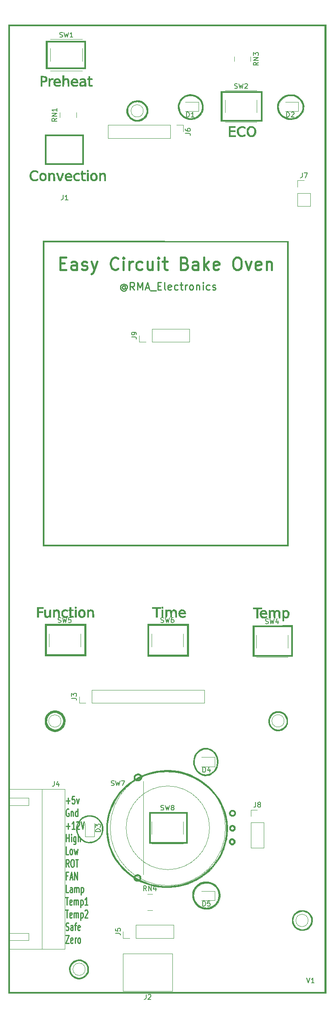
<source format=gbr>
G04 #@! TF.GenerationSoftware,KiCad,Pcbnew,5.1.5*
G04 #@! TF.CreationDate,2020-03-20T22:46:19-05:00*
G04 #@! TF.ProjectId,Reflow,5265666c-6f77-42e6-9b69-6361645f7063,rev?*
G04 #@! TF.SameCoordinates,Original*
G04 #@! TF.FileFunction,Legend,Top*
G04 #@! TF.FilePolarity,Positive*
%FSLAX46Y46*%
G04 Gerber Fmt 4.6, Leading zero omitted, Abs format (unit mm)*
G04 Created by KiCad (PCBNEW 5.1.5) date 2020-03-20 22:46:19*
%MOMM*%
%LPD*%
G04 APERTURE LIST*
%ADD10C,0.150000*%
%ADD11C,0.250000*%
%ADD12C,0.400000*%
%ADD13C,0.120000*%
%ADD14C,0.010000*%
G04 APERTURE END LIST*
D10*
X227170476Y-244802380D02*
X227503809Y-245802380D01*
X227837142Y-244802380D01*
X228694285Y-245802380D02*
X228122857Y-245802380D01*
X228408571Y-245802380D02*
X228408571Y-244802380D01*
X228313333Y-244945238D01*
X228218095Y-245040476D01*
X228122857Y-245088095D01*
D11*
X190165714Y-104204285D02*
X190094285Y-104132857D01*
X189951428Y-104061428D01*
X189808571Y-104061428D01*
X189665714Y-104132857D01*
X189594285Y-104204285D01*
X189522857Y-104347142D01*
X189522857Y-104490000D01*
X189594285Y-104632857D01*
X189665714Y-104704285D01*
X189808571Y-104775714D01*
X189951428Y-104775714D01*
X190094285Y-104704285D01*
X190165714Y-104632857D01*
X190165714Y-104061428D02*
X190165714Y-104632857D01*
X190237142Y-104704285D01*
X190308571Y-104704285D01*
X190451428Y-104632857D01*
X190522857Y-104490000D01*
X190522857Y-104132857D01*
X190380000Y-103918571D01*
X190165714Y-103775714D01*
X189880000Y-103704285D01*
X189594285Y-103775714D01*
X189380000Y-103918571D01*
X189237142Y-104132857D01*
X189165714Y-104418571D01*
X189237142Y-104704285D01*
X189380000Y-104918571D01*
X189594285Y-105061428D01*
X189880000Y-105132857D01*
X190165714Y-105061428D01*
X190380000Y-104918571D01*
X192022857Y-104918571D02*
X191522857Y-104204285D01*
X191165714Y-104918571D02*
X191165714Y-103418571D01*
X191737142Y-103418571D01*
X191880000Y-103490000D01*
X191951428Y-103561428D01*
X192022857Y-103704285D01*
X192022857Y-103918571D01*
X191951428Y-104061428D01*
X191880000Y-104132857D01*
X191737142Y-104204285D01*
X191165714Y-104204285D01*
X192665714Y-104918571D02*
X192665714Y-103418571D01*
X193165714Y-104490000D01*
X193665714Y-103418571D01*
X193665714Y-104918571D01*
X194308571Y-104490000D02*
X195022857Y-104490000D01*
X194165714Y-104918571D02*
X194665714Y-103418571D01*
X195165714Y-104918571D01*
X195308571Y-105061428D02*
X196451428Y-105061428D01*
X196808571Y-104132857D02*
X197308571Y-104132857D01*
X197522857Y-104918571D02*
X196808571Y-104918571D01*
X196808571Y-103418571D01*
X197522857Y-103418571D01*
X198380000Y-104918571D02*
X198237142Y-104847142D01*
X198165714Y-104704285D01*
X198165714Y-103418571D01*
X199522857Y-104847142D02*
X199380000Y-104918571D01*
X199094285Y-104918571D01*
X198951428Y-104847142D01*
X198880000Y-104704285D01*
X198880000Y-104132857D01*
X198951428Y-103990000D01*
X199094285Y-103918571D01*
X199380000Y-103918571D01*
X199522857Y-103990000D01*
X199594285Y-104132857D01*
X199594285Y-104275714D01*
X198880000Y-104418571D01*
X200880000Y-104847142D02*
X200737142Y-104918571D01*
X200451428Y-104918571D01*
X200308571Y-104847142D01*
X200237142Y-104775714D01*
X200165714Y-104632857D01*
X200165714Y-104204285D01*
X200237142Y-104061428D01*
X200308571Y-103990000D01*
X200451428Y-103918571D01*
X200737142Y-103918571D01*
X200880000Y-103990000D01*
X201308571Y-103918571D02*
X201880000Y-103918571D01*
X201522857Y-103418571D02*
X201522857Y-104704285D01*
X201594285Y-104847142D01*
X201737142Y-104918571D01*
X201880000Y-104918571D01*
X202380000Y-104918571D02*
X202380000Y-103918571D01*
X202380000Y-104204285D02*
X202451428Y-104061428D01*
X202522857Y-103990000D01*
X202665714Y-103918571D01*
X202808571Y-103918571D01*
X203522857Y-104918571D02*
X203380000Y-104847142D01*
X203308571Y-104775714D01*
X203237142Y-104632857D01*
X203237142Y-104204285D01*
X203308571Y-104061428D01*
X203380000Y-103990000D01*
X203522857Y-103918571D01*
X203737142Y-103918571D01*
X203880000Y-103990000D01*
X203951428Y-104061428D01*
X204022857Y-104204285D01*
X204022857Y-104632857D01*
X203951428Y-104775714D01*
X203880000Y-104847142D01*
X203737142Y-104918571D01*
X203522857Y-104918571D01*
X204665714Y-103918571D02*
X204665714Y-104918571D01*
X204665714Y-104061428D02*
X204737142Y-103990000D01*
X204880000Y-103918571D01*
X205094285Y-103918571D01*
X205237142Y-103990000D01*
X205308571Y-104132857D01*
X205308571Y-104918571D01*
X206022857Y-104918571D02*
X206022857Y-103918571D01*
X206022857Y-103418571D02*
X205951428Y-103490000D01*
X206022857Y-103561428D01*
X206094285Y-103490000D01*
X206022857Y-103418571D01*
X206022857Y-103561428D01*
X207380000Y-104847142D02*
X207237142Y-104918571D01*
X206951428Y-104918571D01*
X206808571Y-104847142D01*
X206737142Y-104775714D01*
X206665714Y-104632857D01*
X206665714Y-104204285D01*
X206737142Y-104061428D01*
X206808571Y-103990000D01*
X206951428Y-103918571D01*
X207237142Y-103918571D01*
X207380000Y-103990000D01*
X207951428Y-104847142D02*
X208094285Y-104918571D01*
X208380000Y-104918571D01*
X208522857Y-104847142D01*
X208594285Y-104704285D01*
X208594285Y-104632857D01*
X208522857Y-104490000D01*
X208380000Y-104418571D01*
X208165714Y-104418571D01*
X208022857Y-104347142D01*
X207951428Y-104204285D01*
X207951428Y-104132857D01*
X208022857Y-103990000D01*
X208165714Y-103918571D01*
X208380000Y-103918571D01*
X208522857Y-103990000D01*
D12*
X176942380Y-99531428D02*
X177775714Y-99531428D01*
X178132857Y-100840952D02*
X176942380Y-100840952D01*
X176942380Y-98340952D01*
X178132857Y-98340952D01*
X180275714Y-100840952D02*
X180275714Y-99531428D01*
X180156666Y-99293333D01*
X179918571Y-99174285D01*
X179442380Y-99174285D01*
X179204285Y-99293333D01*
X180275714Y-100721904D02*
X180037619Y-100840952D01*
X179442380Y-100840952D01*
X179204285Y-100721904D01*
X179085238Y-100483809D01*
X179085238Y-100245714D01*
X179204285Y-100007619D01*
X179442380Y-99888571D01*
X180037619Y-99888571D01*
X180275714Y-99769523D01*
X181347142Y-100721904D02*
X181585238Y-100840952D01*
X182061428Y-100840952D01*
X182299523Y-100721904D01*
X182418571Y-100483809D01*
X182418571Y-100364761D01*
X182299523Y-100126666D01*
X182061428Y-100007619D01*
X181704285Y-100007619D01*
X181466190Y-99888571D01*
X181347142Y-99650476D01*
X181347142Y-99531428D01*
X181466190Y-99293333D01*
X181704285Y-99174285D01*
X182061428Y-99174285D01*
X182299523Y-99293333D01*
X183251904Y-99174285D02*
X183847142Y-100840952D01*
X184442380Y-99174285D02*
X183847142Y-100840952D01*
X183609047Y-101436190D01*
X183490000Y-101555238D01*
X183251904Y-101674285D01*
X188728095Y-100602857D02*
X188609047Y-100721904D01*
X188251904Y-100840952D01*
X188013809Y-100840952D01*
X187656666Y-100721904D01*
X187418571Y-100483809D01*
X187299523Y-100245714D01*
X187180476Y-99769523D01*
X187180476Y-99412380D01*
X187299523Y-98936190D01*
X187418571Y-98698095D01*
X187656666Y-98460000D01*
X188013809Y-98340952D01*
X188251904Y-98340952D01*
X188609047Y-98460000D01*
X188728095Y-98579047D01*
X189799523Y-100840952D02*
X189799523Y-99174285D01*
X189799523Y-98340952D02*
X189680476Y-98460000D01*
X189799523Y-98579047D01*
X189918571Y-98460000D01*
X189799523Y-98340952D01*
X189799523Y-98579047D01*
X190990000Y-100840952D02*
X190990000Y-99174285D01*
X190990000Y-99650476D02*
X191109047Y-99412380D01*
X191228095Y-99293333D01*
X191466190Y-99174285D01*
X191704285Y-99174285D01*
X193609047Y-100721904D02*
X193370952Y-100840952D01*
X192894761Y-100840952D01*
X192656666Y-100721904D01*
X192537619Y-100602857D01*
X192418571Y-100364761D01*
X192418571Y-99650476D01*
X192537619Y-99412380D01*
X192656666Y-99293333D01*
X192894761Y-99174285D01*
X193370952Y-99174285D01*
X193609047Y-99293333D01*
X195751904Y-99174285D02*
X195751904Y-100840952D01*
X194680476Y-99174285D02*
X194680476Y-100483809D01*
X194799523Y-100721904D01*
X195037619Y-100840952D01*
X195394761Y-100840952D01*
X195632857Y-100721904D01*
X195751904Y-100602857D01*
X196942380Y-100840952D02*
X196942380Y-99174285D01*
X196942380Y-98340952D02*
X196823333Y-98460000D01*
X196942380Y-98579047D01*
X197061428Y-98460000D01*
X196942380Y-98340952D01*
X196942380Y-98579047D01*
X197775714Y-99174285D02*
X198728095Y-99174285D01*
X198132857Y-98340952D02*
X198132857Y-100483809D01*
X198251904Y-100721904D01*
X198490000Y-100840952D01*
X198728095Y-100840952D01*
X202299523Y-99531428D02*
X202656666Y-99650476D01*
X202775714Y-99769523D01*
X202894761Y-100007619D01*
X202894761Y-100364761D01*
X202775714Y-100602857D01*
X202656666Y-100721904D01*
X202418571Y-100840952D01*
X201466190Y-100840952D01*
X201466190Y-98340952D01*
X202299523Y-98340952D01*
X202537619Y-98460000D01*
X202656666Y-98579047D01*
X202775714Y-98817142D01*
X202775714Y-99055238D01*
X202656666Y-99293333D01*
X202537619Y-99412380D01*
X202299523Y-99531428D01*
X201466190Y-99531428D01*
X205037619Y-100840952D02*
X205037619Y-99531428D01*
X204918571Y-99293333D01*
X204680476Y-99174285D01*
X204204285Y-99174285D01*
X203966190Y-99293333D01*
X205037619Y-100721904D02*
X204799523Y-100840952D01*
X204204285Y-100840952D01*
X203966190Y-100721904D01*
X203847142Y-100483809D01*
X203847142Y-100245714D01*
X203966190Y-100007619D01*
X204204285Y-99888571D01*
X204799523Y-99888571D01*
X205037619Y-99769523D01*
X206228095Y-100840952D02*
X206228095Y-98340952D01*
X206466190Y-99888571D02*
X207180476Y-100840952D01*
X207180476Y-99174285D02*
X206228095Y-100126666D01*
X209204285Y-100721904D02*
X208966190Y-100840952D01*
X208490000Y-100840952D01*
X208251904Y-100721904D01*
X208132857Y-100483809D01*
X208132857Y-99531428D01*
X208251904Y-99293333D01*
X208490000Y-99174285D01*
X208966190Y-99174285D01*
X209204285Y-99293333D01*
X209323333Y-99531428D01*
X209323333Y-99769523D01*
X208132857Y-100007619D01*
X212775714Y-98340952D02*
X213251904Y-98340952D01*
X213490000Y-98460000D01*
X213728095Y-98698095D01*
X213847142Y-99174285D01*
X213847142Y-100007619D01*
X213728095Y-100483809D01*
X213490000Y-100721904D01*
X213251904Y-100840952D01*
X212775714Y-100840952D01*
X212537619Y-100721904D01*
X212299523Y-100483809D01*
X212180476Y-100007619D01*
X212180476Y-99174285D01*
X212299523Y-98698095D01*
X212537619Y-98460000D01*
X212775714Y-98340952D01*
X214680476Y-99174285D02*
X215275714Y-100840952D01*
X215870952Y-99174285D01*
X217775714Y-100721904D02*
X217537619Y-100840952D01*
X217061428Y-100840952D01*
X216823333Y-100721904D01*
X216704285Y-100483809D01*
X216704285Y-99531428D01*
X216823333Y-99293333D01*
X217061428Y-99174285D01*
X217537619Y-99174285D01*
X217775714Y-99293333D01*
X217894761Y-99531428D01*
X217894761Y-99769523D01*
X216704285Y-100007619D01*
X218966190Y-99174285D02*
X218966190Y-100840952D01*
X218966190Y-99412380D02*
X219085238Y-99293333D01*
X219323333Y-99174285D01*
X219680476Y-99174285D01*
X219918571Y-99293333D01*
X220037619Y-99531428D01*
X220037619Y-100840952D01*
D11*
X178120595Y-208808214D02*
X178882500Y-208808214D01*
X178501547Y-209398690D02*
X178501547Y-208217738D01*
X179834880Y-207848690D02*
X179358690Y-207848690D01*
X179311071Y-208586785D01*
X179358690Y-208512976D01*
X179453928Y-208439166D01*
X179692023Y-208439166D01*
X179787261Y-208512976D01*
X179834880Y-208586785D01*
X179882500Y-208734404D01*
X179882500Y-209103452D01*
X179834880Y-209251071D01*
X179787261Y-209324880D01*
X179692023Y-209398690D01*
X179453928Y-209398690D01*
X179358690Y-209324880D01*
X179311071Y-209251071D01*
X180215833Y-208365357D02*
X180453928Y-209398690D01*
X180692023Y-208365357D01*
X178644404Y-210497500D02*
X178549166Y-210423690D01*
X178406309Y-210423690D01*
X178263452Y-210497500D01*
X178168214Y-210645119D01*
X178120595Y-210792738D01*
X178072976Y-211087976D01*
X178072976Y-211309404D01*
X178120595Y-211604642D01*
X178168214Y-211752261D01*
X178263452Y-211899880D01*
X178406309Y-211973690D01*
X178501547Y-211973690D01*
X178644404Y-211899880D01*
X178692023Y-211826071D01*
X178692023Y-211309404D01*
X178501547Y-211309404D01*
X179120595Y-210940357D02*
X179120595Y-211973690D01*
X179120595Y-211087976D02*
X179168214Y-211014166D01*
X179263452Y-210940357D01*
X179406309Y-210940357D01*
X179501547Y-211014166D01*
X179549166Y-211161785D01*
X179549166Y-211973690D01*
X180453928Y-211973690D02*
X180453928Y-210423690D01*
X180453928Y-211899880D02*
X180358690Y-211973690D01*
X180168214Y-211973690D01*
X180072976Y-211899880D01*
X180025357Y-211826071D01*
X179977738Y-211678452D01*
X179977738Y-211235595D01*
X180025357Y-211087976D01*
X180072976Y-211014166D01*
X180168214Y-210940357D01*
X180358690Y-210940357D01*
X180453928Y-211014166D01*
X178120595Y-213958214D02*
X178882500Y-213958214D01*
X178501547Y-214548690D02*
X178501547Y-213367738D01*
X179882500Y-214548690D02*
X179311071Y-214548690D01*
X179596785Y-214548690D02*
X179596785Y-212998690D01*
X179501547Y-213220119D01*
X179406309Y-213367738D01*
X179311071Y-213441547D01*
X180263452Y-213146309D02*
X180311071Y-213072500D01*
X180406309Y-212998690D01*
X180644404Y-212998690D01*
X180739642Y-213072500D01*
X180787261Y-213146309D01*
X180834880Y-213293928D01*
X180834880Y-213441547D01*
X180787261Y-213662976D01*
X180215833Y-214548690D01*
X180834880Y-214548690D01*
X181120595Y-212998690D02*
X181453928Y-214548690D01*
X181787261Y-212998690D01*
X178120595Y-217123690D02*
X178120595Y-215573690D01*
X178120595Y-216311785D02*
X178692023Y-216311785D01*
X178692023Y-217123690D02*
X178692023Y-215573690D01*
X179168214Y-217123690D02*
X179168214Y-216090357D01*
X179168214Y-215573690D02*
X179120595Y-215647500D01*
X179168214Y-215721309D01*
X179215833Y-215647500D01*
X179168214Y-215573690D01*
X179168214Y-215721309D01*
X180072976Y-216090357D02*
X180072976Y-217345119D01*
X180025357Y-217492738D01*
X179977738Y-217566547D01*
X179882500Y-217640357D01*
X179739642Y-217640357D01*
X179644404Y-217566547D01*
X180072976Y-217049880D02*
X179977738Y-217123690D01*
X179787261Y-217123690D01*
X179692023Y-217049880D01*
X179644404Y-216976071D01*
X179596785Y-216828452D01*
X179596785Y-216385595D01*
X179644404Y-216237976D01*
X179692023Y-216164166D01*
X179787261Y-216090357D01*
X179977738Y-216090357D01*
X180072976Y-216164166D01*
X180549166Y-217123690D02*
X180549166Y-215573690D01*
X180977738Y-217123690D02*
X180977738Y-216311785D01*
X180930119Y-216164166D01*
X180834880Y-216090357D01*
X180692023Y-216090357D01*
X180596785Y-216164166D01*
X180549166Y-216237976D01*
X178596785Y-219698690D02*
X178120595Y-219698690D01*
X178120595Y-218148690D01*
X179072976Y-219698690D02*
X178977738Y-219624880D01*
X178930119Y-219551071D01*
X178882500Y-219403452D01*
X178882500Y-218960595D01*
X178930119Y-218812976D01*
X178977738Y-218739166D01*
X179072976Y-218665357D01*
X179215833Y-218665357D01*
X179311071Y-218739166D01*
X179358690Y-218812976D01*
X179406309Y-218960595D01*
X179406309Y-219403452D01*
X179358690Y-219551071D01*
X179311071Y-219624880D01*
X179215833Y-219698690D01*
X179072976Y-219698690D01*
X179739642Y-218665357D02*
X179930119Y-219698690D01*
X180120595Y-218960595D01*
X180311071Y-219698690D01*
X180501547Y-218665357D01*
X178692023Y-222273690D02*
X178358690Y-221535595D01*
X178120595Y-222273690D02*
X178120595Y-220723690D01*
X178501547Y-220723690D01*
X178596785Y-220797500D01*
X178644404Y-220871309D01*
X178692023Y-221018928D01*
X178692023Y-221240357D01*
X178644404Y-221387976D01*
X178596785Y-221461785D01*
X178501547Y-221535595D01*
X178120595Y-221535595D01*
X179311071Y-220723690D02*
X179501547Y-220723690D01*
X179596785Y-220797500D01*
X179692023Y-220945119D01*
X179739642Y-221240357D01*
X179739642Y-221757023D01*
X179692023Y-222052261D01*
X179596785Y-222199880D01*
X179501547Y-222273690D01*
X179311071Y-222273690D01*
X179215833Y-222199880D01*
X179120595Y-222052261D01*
X179072976Y-221757023D01*
X179072976Y-221240357D01*
X179120595Y-220945119D01*
X179215833Y-220797500D01*
X179311071Y-220723690D01*
X180025357Y-220723690D02*
X180596785Y-220723690D01*
X180311071Y-222273690D02*
X180311071Y-220723690D01*
X178453928Y-224036785D02*
X178120595Y-224036785D01*
X178120595Y-224848690D02*
X178120595Y-223298690D01*
X178596785Y-223298690D01*
X178930119Y-224405833D02*
X179406309Y-224405833D01*
X178834880Y-224848690D02*
X179168214Y-223298690D01*
X179501547Y-224848690D01*
X179834880Y-224848690D02*
X179834880Y-223298690D01*
X180406309Y-224848690D01*
X180406309Y-223298690D01*
X178596785Y-227423690D02*
X178120595Y-227423690D01*
X178120595Y-225873690D01*
X179358690Y-227423690D02*
X179358690Y-226611785D01*
X179311071Y-226464166D01*
X179215833Y-226390357D01*
X179025357Y-226390357D01*
X178930119Y-226464166D01*
X179358690Y-227349880D02*
X179263452Y-227423690D01*
X179025357Y-227423690D01*
X178930119Y-227349880D01*
X178882500Y-227202261D01*
X178882500Y-227054642D01*
X178930119Y-226907023D01*
X179025357Y-226833214D01*
X179263452Y-226833214D01*
X179358690Y-226759404D01*
X179834880Y-227423690D02*
X179834880Y-226390357D01*
X179834880Y-226537976D02*
X179882500Y-226464166D01*
X179977738Y-226390357D01*
X180120595Y-226390357D01*
X180215833Y-226464166D01*
X180263452Y-226611785D01*
X180263452Y-227423690D01*
X180263452Y-226611785D02*
X180311071Y-226464166D01*
X180406309Y-226390357D01*
X180549166Y-226390357D01*
X180644404Y-226464166D01*
X180692023Y-226611785D01*
X180692023Y-227423690D01*
X181168214Y-226390357D02*
X181168214Y-227940357D01*
X181168214Y-226464166D02*
X181263452Y-226390357D01*
X181453928Y-226390357D01*
X181549166Y-226464166D01*
X181596785Y-226537976D01*
X181644404Y-226685595D01*
X181644404Y-227128452D01*
X181596785Y-227276071D01*
X181549166Y-227349880D01*
X181453928Y-227423690D01*
X181263452Y-227423690D01*
X181168214Y-227349880D01*
X177977738Y-228448690D02*
X178549166Y-228448690D01*
X178263452Y-229998690D02*
X178263452Y-228448690D01*
X179263452Y-229924880D02*
X179168214Y-229998690D01*
X178977738Y-229998690D01*
X178882500Y-229924880D01*
X178834880Y-229777261D01*
X178834880Y-229186785D01*
X178882500Y-229039166D01*
X178977738Y-228965357D01*
X179168214Y-228965357D01*
X179263452Y-229039166D01*
X179311071Y-229186785D01*
X179311071Y-229334404D01*
X178834880Y-229482023D01*
X179739642Y-229998690D02*
X179739642Y-228965357D01*
X179739642Y-229112976D02*
X179787261Y-229039166D01*
X179882500Y-228965357D01*
X180025357Y-228965357D01*
X180120595Y-229039166D01*
X180168214Y-229186785D01*
X180168214Y-229998690D01*
X180168214Y-229186785D02*
X180215833Y-229039166D01*
X180311071Y-228965357D01*
X180453928Y-228965357D01*
X180549166Y-229039166D01*
X180596785Y-229186785D01*
X180596785Y-229998690D01*
X181072976Y-228965357D02*
X181072976Y-230515357D01*
X181072976Y-229039166D02*
X181168214Y-228965357D01*
X181358690Y-228965357D01*
X181453928Y-229039166D01*
X181501547Y-229112976D01*
X181549166Y-229260595D01*
X181549166Y-229703452D01*
X181501547Y-229851071D01*
X181453928Y-229924880D01*
X181358690Y-229998690D01*
X181168214Y-229998690D01*
X181072976Y-229924880D01*
X182501547Y-229998690D02*
X181930119Y-229998690D01*
X182215833Y-229998690D02*
X182215833Y-228448690D01*
X182120595Y-228670119D01*
X182025357Y-228817738D01*
X181930119Y-228891547D01*
X177977738Y-231023690D02*
X178549166Y-231023690D01*
X178263452Y-232573690D02*
X178263452Y-231023690D01*
X179263452Y-232499880D02*
X179168214Y-232573690D01*
X178977738Y-232573690D01*
X178882500Y-232499880D01*
X178834880Y-232352261D01*
X178834880Y-231761785D01*
X178882500Y-231614166D01*
X178977738Y-231540357D01*
X179168214Y-231540357D01*
X179263452Y-231614166D01*
X179311071Y-231761785D01*
X179311071Y-231909404D01*
X178834880Y-232057023D01*
X179739642Y-232573690D02*
X179739642Y-231540357D01*
X179739642Y-231687976D02*
X179787261Y-231614166D01*
X179882500Y-231540357D01*
X180025357Y-231540357D01*
X180120595Y-231614166D01*
X180168214Y-231761785D01*
X180168214Y-232573690D01*
X180168214Y-231761785D02*
X180215833Y-231614166D01*
X180311071Y-231540357D01*
X180453928Y-231540357D01*
X180549166Y-231614166D01*
X180596785Y-231761785D01*
X180596785Y-232573690D01*
X181072976Y-231540357D02*
X181072976Y-233090357D01*
X181072976Y-231614166D02*
X181168214Y-231540357D01*
X181358690Y-231540357D01*
X181453928Y-231614166D01*
X181501547Y-231687976D01*
X181549166Y-231835595D01*
X181549166Y-232278452D01*
X181501547Y-232426071D01*
X181453928Y-232499880D01*
X181358690Y-232573690D01*
X181168214Y-232573690D01*
X181072976Y-232499880D01*
X181930119Y-231171309D02*
X181977738Y-231097500D01*
X182072976Y-231023690D01*
X182311071Y-231023690D01*
X182406309Y-231097500D01*
X182453928Y-231171309D01*
X182501547Y-231318928D01*
X182501547Y-231466547D01*
X182453928Y-231687976D01*
X181882500Y-232573690D01*
X182501547Y-232573690D01*
X178072976Y-235074880D02*
X178215833Y-235148690D01*
X178453928Y-235148690D01*
X178549166Y-235074880D01*
X178596785Y-235001071D01*
X178644404Y-234853452D01*
X178644404Y-234705833D01*
X178596785Y-234558214D01*
X178549166Y-234484404D01*
X178453928Y-234410595D01*
X178263452Y-234336785D01*
X178168214Y-234262976D01*
X178120595Y-234189166D01*
X178072976Y-234041547D01*
X178072976Y-233893928D01*
X178120595Y-233746309D01*
X178168214Y-233672500D01*
X178263452Y-233598690D01*
X178501547Y-233598690D01*
X178644404Y-233672500D01*
X179501547Y-235148690D02*
X179501547Y-234336785D01*
X179453928Y-234189166D01*
X179358690Y-234115357D01*
X179168214Y-234115357D01*
X179072976Y-234189166D01*
X179501547Y-235074880D02*
X179406309Y-235148690D01*
X179168214Y-235148690D01*
X179072976Y-235074880D01*
X179025357Y-234927261D01*
X179025357Y-234779642D01*
X179072976Y-234632023D01*
X179168214Y-234558214D01*
X179406309Y-234558214D01*
X179501547Y-234484404D01*
X179834880Y-234115357D02*
X180215833Y-234115357D01*
X179977738Y-235148690D02*
X179977738Y-233820119D01*
X180025357Y-233672500D01*
X180120595Y-233598690D01*
X180215833Y-233598690D01*
X180930119Y-235074880D02*
X180834880Y-235148690D01*
X180644404Y-235148690D01*
X180549166Y-235074880D01*
X180501547Y-234927261D01*
X180501547Y-234336785D01*
X180549166Y-234189166D01*
X180644404Y-234115357D01*
X180834880Y-234115357D01*
X180930119Y-234189166D01*
X180977738Y-234336785D01*
X180977738Y-234484404D01*
X180501547Y-234632023D01*
X178025357Y-236173690D02*
X178692023Y-236173690D01*
X178025357Y-237723690D01*
X178692023Y-237723690D01*
X179453928Y-237649880D02*
X179358690Y-237723690D01*
X179168214Y-237723690D01*
X179072976Y-237649880D01*
X179025357Y-237502261D01*
X179025357Y-236911785D01*
X179072976Y-236764166D01*
X179168214Y-236690357D01*
X179358690Y-236690357D01*
X179453928Y-236764166D01*
X179501547Y-236911785D01*
X179501547Y-237059404D01*
X179025357Y-237207023D01*
X179930119Y-237723690D02*
X179930119Y-236690357D01*
X179930119Y-236985595D02*
X179977738Y-236837976D01*
X180025357Y-236764166D01*
X180120595Y-236690357D01*
X180215833Y-236690357D01*
X180692023Y-237723690D02*
X180596785Y-237649880D01*
X180549166Y-237576071D01*
X180501547Y-237428452D01*
X180501547Y-236985595D01*
X180549166Y-236837976D01*
X180596785Y-236764166D01*
X180692023Y-236690357D01*
X180834880Y-236690357D01*
X180930119Y-236764166D01*
X180977738Y-236837976D01*
X181025357Y-236985595D01*
X181025357Y-237428452D01*
X180977738Y-237576071D01*
X180930119Y-237649880D01*
X180834880Y-237723690D01*
X180692023Y-237723690D01*
D13*
X177061000Y-192580000D02*
G75*
G03X177061000Y-192580000I-1251000J0D01*
G01*
X222551000Y-192550000D02*
G75*
G03X222551000Y-192550000I-1251000J0D01*
G01*
X193851000Y-68530000D02*
G75*
G03X193851000Y-68530000I-1251000J0D01*
G01*
X182011000Y-243050000D02*
G75*
G03X182011000Y-243050000I-1251000J0D01*
G01*
X227451000Y-233130000D02*
G75*
G03X227451000Y-233130000I-1251000J0D01*
G01*
D14*
G36*
X231066667Y-247909667D02*
G01*
X166339000Y-247909667D01*
X166339000Y-51229000D01*
X166593000Y-51229000D01*
X166593000Y-247655667D01*
X230770333Y-247655667D01*
X230770333Y-51229000D01*
X166593000Y-51229000D01*
X166339000Y-51229000D01*
X166339000Y-50975000D01*
X231066667Y-50975000D01*
X231066667Y-247909667D01*
G37*
X231066667Y-247909667D02*
X166339000Y-247909667D01*
X166339000Y-51229000D01*
X166593000Y-51229000D01*
X166593000Y-247655667D01*
X230770333Y-247655667D01*
X230770333Y-51229000D01*
X166593000Y-51229000D01*
X166339000Y-51229000D01*
X166339000Y-50975000D01*
X231066667Y-50975000D01*
X231066667Y-247909667D01*
G36*
X181059793Y-241093893D02*
G01*
X181436025Y-241195726D01*
X181786485Y-241364825D01*
X182095628Y-241596262D01*
X182220528Y-241723252D01*
X182326497Y-241861422D01*
X182441398Y-242040679D01*
X182541606Y-242223955D01*
X182547953Y-242237000D01*
X182614092Y-242378192D01*
X182657749Y-242490265D01*
X182683587Y-242597751D01*
X182696269Y-242725179D01*
X182700457Y-242897082D01*
X182700833Y-243041333D01*
X182699421Y-243256285D01*
X182692306Y-243410796D01*
X182675173Y-243529079D01*
X182643704Y-243635348D01*
X182593584Y-243753816D01*
X182561646Y-243822098D01*
X182376092Y-244153069D01*
X182157917Y-244421640D01*
X181913525Y-244631873D01*
X181590695Y-244819470D01*
X181226313Y-244946519D01*
X180842312Y-245008492D01*
X180460623Y-245000861D01*
X180277786Y-244969593D01*
X179901750Y-244844097D01*
X179565323Y-244653050D01*
X179275121Y-244406020D01*
X179037757Y-244112573D01*
X178859847Y-243782275D01*
X178748004Y-243424694D01*
X178708844Y-243049395D01*
X178709708Y-243039138D01*
X178975500Y-243039138D01*
X178978214Y-243239154D01*
X178990293Y-243384608D01*
X179017637Y-243505533D01*
X179066152Y-243631963D01*
X179111331Y-243730259D01*
X179308653Y-244056010D01*
X179560462Y-244326787D01*
X179856013Y-244537371D01*
X180184561Y-244682543D01*
X180535360Y-244757085D01*
X180897668Y-244755780D01*
X181133020Y-244712107D01*
X181491041Y-244577618D01*
X181812284Y-244374870D01*
X182084311Y-244114049D01*
X182294687Y-243805343D01*
X182332707Y-243729362D01*
X182385705Y-243606803D01*
X182419351Y-243495552D01*
X182437901Y-243369958D01*
X182445608Y-243204368D01*
X182446833Y-243041333D01*
X182444402Y-242829727D01*
X182434272Y-242677066D01*
X182412188Y-242557696D01*
X182373895Y-242445966D01*
X182332707Y-242353305D01*
X182144973Y-242044923D01*
X181898488Y-241781456D01*
X181606514Y-241569980D01*
X181282313Y-241417570D01*
X180939149Y-241331303D01*
X180590284Y-241318255D01*
X180431244Y-241338843D01*
X180050905Y-241449796D01*
X179715862Y-241630864D01*
X179431173Y-241878248D01*
X179201896Y-242188150D01*
X179134922Y-242312206D01*
X179059597Y-242470176D01*
X179012676Y-242593093D01*
X178987477Y-242711435D01*
X178977314Y-242855679D01*
X178975500Y-243039138D01*
X178709708Y-243039138D01*
X178735052Y-242738368D01*
X178843884Y-242340796D01*
X179023645Y-241984973D01*
X179268442Y-241677057D01*
X179572382Y-241423201D01*
X179929574Y-241229562D01*
X180292195Y-241111744D01*
X180673334Y-241064255D01*
X181059793Y-241093893D01*
G37*
X181059793Y-241093893D02*
X181436025Y-241195726D01*
X181786485Y-241364825D01*
X182095628Y-241596262D01*
X182220528Y-241723252D01*
X182326497Y-241861422D01*
X182441398Y-242040679D01*
X182541606Y-242223955D01*
X182547953Y-242237000D01*
X182614092Y-242378192D01*
X182657749Y-242490265D01*
X182683587Y-242597751D01*
X182696269Y-242725179D01*
X182700457Y-242897082D01*
X182700833Y-243041333D01*
X182699421Y-243256285D01*
X182692306Y-243410796D01*
X182675173Y-243529079D01*
X182643704Y-243635348D01*
X182593584Y-243753816D01*
X182561646Y-243822098D01*
X182376092Y-244153069D01*
X182157917Y-244421640D01*
X181913525Y-244631873D01*
X181590695Y-244819470D01*
X181226313Y-244946519D01*
X180842312Y-245008492D01*
X180460623Y-245000861D01*
X180277786Y-244969593D01*
X179901750Y-244844097D01*
X179565323Y-244653050D01*
X179275121Y-244406020D01*
X179037757Y-244112573D01*
X178859847Y-243782275D01*
X178748004Y-243424694D01*
X178708844Y-243049395D01*
X178709708Y-243039138D01*
X178975500Y-243039138D01*
X178978214Y-243239154D01*
X178990293Y-243384608D01*
X179017637Y-243505533D01*
X179066152Y-243631963D01*
X179111331Y-243730259D01*
X179308653Y-244056010D01*
X179560462Y-244326787D01*
X179856013Y-244537371D01*
X180184561Y-244682543D01*
X180535360Y-244757085D01*
X180897668Y-244755780D01*
X181133020Y-244712107D01*
X181491041Y-244577618D01*
X181812284Y-244374870D01*
X182084311Y-244114049D01*
X182294687Y-243805343D01*
X182332707Y-243729362D01*
X182385705Y-243606803D01*
X182419351Y-243495552D01*
X182437901Y-243369958D01*
X182445608Y-243204368D01*
X182446833Y-243041333D01*
X182444402Y-242829727D01*
X182434272Y-242677066D01*
X182412188Y-242557696D01*
X182373895Y-242445966D01*
X182332707Y-242353305D01*
X182144973Y-242044923D01*
X181898488Y-241781456D01*
X181606514Y-241569980D01*
X181282313Y-241417570D01*
X180939149Y-241331303D01*
X180590284Y-241318255D01*
X180431244Y-241338843D01*
X180050905Y-241449796D01*
X179715862Y-241630864D01*
X179431173Y-241878248D01*
X179201896Y-242188150D01*
X179134922Y-242312206D01*
X179059597Y-242470176D01*
X179012676Y-242593093D01*
X178987477Y-242711435D01*
X178977314Y-242855679D01*
X178975500Y-243039138D01*
X178709708Y-243039138D01*
X178735052Y-242738368D01*
X178843884Y-242340796D01*
X179023645Y-241984973D01*
X179268442Y-241677057D01*
X179572382Y-241423201D01*
X179929574Y-241229562D01*
X180292195Y-241111744D01*
X180673334Y-241064255D01*
X181059793Y-241093893D01*
G36*
X226559906Y-231058185D02*
G01*
X226941590Y-231156063D01*
X227304185Y-231325913D01*
X227637160Y-231567683D01*
X227740184Y-231664683D01*
X227999541Y-231981277D01*
X228188989Y-232335040D01*
X228304608Y-232714321D01*
X228342481Y-233107467D01*
X228319999Y-233388803D01*
X228217495Y-233790754D01*
X228044309Y-234158679D01*
X227808163Y-234483445D01*
X227516779Y-234755921D01*
X227177878Y-234966975D01*
X226888138Y-235082274D01*
X226620317Y-235139743D01*
X226314830Y-235165078D01*
X226004838Y-235158144D01*
X225723501Y-235118806D01*
X225605667Y-235087503D01*
X225314550Y-234976695D01*
X225070648Y-234841257D01*
X224836555Y-234659321D01*
X224769150Y-234598437D01*
X224502031Y-234296839D01*
X224305625Y-233959169D01*
X224180060Y-233596109D01*
X224125465Y-233218344D01*
X224132608Y-233053082D01*
X224368211Y-233053082D01*
X224399021Y-233409603D01*
X224497409Y-233754620D01*
X224658917Y-234076029D01*
X224879090Y-234361724D01*
X225153471Y-234599599D01*
X225408160Y-234746936D01*
X225751656Y-234879640D01*
X226075936Y-234941787D01*
X226404295Y-234936042D01*
X226661135Y-234890232D01*
X227025188Y-234763211D01*
X227351658Y-234561566D01*
X227583680Y-234350196D01*
X227824555Y-234039705D01*
X227989391Y-233705839D01*
X228080065Y-233358352D01*
X228098453Y-233006998D01*
X228046431Y-232661533D01*
X227925876Y-232331711D01*
X227738664Y-232027286D01*
X227486673Y-231758012D01*
X227171778Y-231533645D01*
X227027294Y-231458023D01*
X226663799Y-231329673D01*
X226292013Y-231279833D01*
X225922918Y-231304566D01*
X225567495Y-231399940D01*
X225236723Y-231562017D01*
X224941584Y-231786864D01*
X224693058Y-232070546D01*
X224527154Y-232353956D01*
X224409437Y-232697165D01*
X224368211Y-233053082D01*
X224132608Y-233053082D01*
X224141968Y-232836558D01*
X224229697Y-232461436D01*
X224388782Y-232103661D01*
X224619349Y-231773918D01*
X224733726Y-231650153D01*
X225052894Y-231387409D01*
X225405626Y-231196891D01*
X225781393Y-231078548D01*
X226169663Y-231032330D01*
X226559906Y-231058185D01*
G37*
X226559906Y-231058185D02*
X226941590Y-231156063D01*
X227304185Y-231325913D01*
X227637160Y-231567683D01*
X227740184Y-231664683D01*
X227999541Y-231981277D01*
X228188989Y-232335040D01*
X228304608Y-232714321D01*
X228342481Y-233107467D01*
X228319999Y-233388803D01*
X228217495Y-233790754D01*
X228044309Y-234158679D01*
X227808163Y-234483445D01*
X227516779Y-234755921D01*
X227177878Y-234966975D01*
X226888138Y-235082274D01*
X226620317Y-235139743D01*
X226314830Y-235165078D01*
X226004838Y-235158144D01*
X225723501Y-235118806D01*
X225605667Y-235087503D01*
X225314550Y-234976695D01*
X225070648Y-234841257D01*
X224836555Y-234659321D01*
X224769150Y-234598437D01*
X224502031Y-234296839D01*
X224305625Y-233959169D01*
X224180060Y-233596109D01*
X224125465Y-233218344D01*
X224132608Y-233053082D01*
X224368211Y-233053082D01*
X224399021Y-233409603D01*
X224497409Y-233754620D01*
X224658917Y-234076029D01*
X224879090Y-234361724D01*
X225153471Y-234599599D01*
X225408160Y-234746936D01*
X225751656Y-234879640D01*
X226075936Y-234941787D01*
X226404295Y-234936042D01*
X226661135Y-234890232D01*
X227025188Y-234763211D01*
X227351658Y-234561566D01*
X227583680Y-234350196D01*
X227824555Y-234039705D01*
X227989391Y-233705839D01*
X228080065Y-233358352D01*
X228098453Y-233006998D01*
X228046431Y-232661533D01*
X227925876Y-232331711D01*
X227738664Y-232027286D01*
X227486673Y-231758012D01*
X227171778Y-231533645D01*
X227027294Y-231458023D01*
X226663799Y-231329673D01*
X226292013Y-231279833D01*
X225922918Y-231304566D01*
X225567495Y-231399940D01*
X225236723Y-231562017D01*
X224941584Y-231786864D01*
X224693058Y-232070546D01*
X224527154Y-232353956D01*
X224409437Y-232697165D01*
X224368211Y-233053082D01*
X224132608Y-233053082D01*
X224141968Y-232836558D01*
X224229697Y-232461436D01*
X224388782Y-232103661D01*
X224619349Y-231773918D01*
X224733726Y-231650153D01*
X225052894Y-231387409D01*
X225405626Y-231196891D01*
X225781393Y-231078548D01*
X226169663Y-231032330D01*
X226559906Y-231058185D01*
G36*
X206974535Y-225239961D02*
G01*
X207427580Y-225322313D01*
X207848284Y-225471686D01*
X208232143Y-225681227D01*
X208574652Y-225944081D01*
X208871306Y-226253394D01*
X209117601Y-226602314D01*
X209309031Y-226983986D01*
X209441092Y-227391555D01*
X209509279Y-227818170D01*
X209509088Y-228256974D01*
X209436014Y-228701115D01*
X209285551Y-229143739D01*
X209192727Y-229338054D01*
X208966099Y-229688133D01*
X208672196Y-230012252D01*
X208327392Y-230297543D01*
X207948058Y-230531141D01*
X207550569Y-230700178D01*
X207404735Y-230743123D01*
X207239147Y-230776550D01*
X207034013Y-230804552D01*
X206814285Y-230825225D01*
X206604911Y-230836665D01*
X206430843Y-230836970D01*
X206322833Y-230825664D01*
X206234325Y-230806743D01*
X206099057Y-230779340D01*
X206005333Y-230760891D01*
X205864197Y-230722025D01*
X205678044Y-230655176D01*
X205476882Y-230571600D01*
X205373190Y-230523772D01*
X204968525Y-230283829D01*
X204614420Y-229981525D01*
X204316833Y-229626318D01*
X204081720Y-229227670D01*
X203915040Y-228795041D01*
X203822748Y-228337891D01*
X203807344Y-228067108D01*
X204114828Y-228067108D01*
X204159187Y-228478667D01*
X204291894Y-228916916D01*
X204494146Y-229316597D01*
X204758349Y-229670768D01*
X205076909Y-229972490D01*
X205442235Y-230214820D01*
X205846732Y-230390818D01*
X206282808Y-230493544D01*
X206375947Y-230504978D01*
X206694977Y-230523654D01*
X206982850Y-230504732D01*
X207281136Y-230444200D01*
X207425491Y-230403619D01*
X207853876Y-230232618D01*
X208236391Y-229991215D01*
X208568371Y-229682814D01*
X208775294Y-229418549D01*
X208994508Y-229029455D01*
X209135529Y-228627154D01*
X209202214Y-228219314D01*
X209198422Y-227813604D01*
X209128013Y-227417693D01*
X208994844Y-227039250D01*
X208802774Y-226685943D01*
X208555662Y-226365442D01*
X208257367Y-226085414D01*
X207911748Y-225853529D01*
X207522662Y-225677455D01*
X207093969Y-225564861D01*
X206819175Y-225530952D01*
X206423949Y-225540406D01*
X206015425Y-225619559D01*
X205615240Y-225760988D01*
X205245032Y-225957269D01*
X204963201Y-226167732D01*
X204666223Y-226481788D01*
X204428263Y-226842073D01*
X204253954Y-227235268D01*
X204147931Y-227648053D01*
X204114828Y-228067108D01*
X203807344Y-228067108D01*
X203805470Y-228034167D01*
X203845901Y-227553431D01*
X203966428Y-227099255D01*
X204165904Y-226674370D01*
X204443182Y-226281507D01*
X204625385Y-226083111D01*
X204995403Y-225760841D01*
X205383965Y-225518283D01*
X205800972Y-225350923D01*
X206256324Y-225254247D01*
X206493654Y-225231485D01*
X206974535Y-225239961D01*
G37*
X206974535Y-225239961D02*
X207427580Y-225322313D01*
X207848284Y-225471686D01*
X208232143Y-225681227D01*
X208574652Y-225944081D01*
X208871306Y-226253394D01*
X209117601Y-226602314D01*
X209309031Y-226983986D01*
X209441092Y-227391555D01*
X209509279Y-227818170D01*
X209509088Y-228256974D01*
X209436014Y-228701115D01*
X209285551Y-229143739D01*
X209192727Y-229338054D01*
X208966099Y-229688133D01*
X208672196Y-230012252D01*
X208327392Y-230297543D01*
X207948058Y-230531141D01*
X207550569Y-230700178D01*
X207404735Y-230743123D01*
X207239147Y-230776550D01*
X207034013Y-230804552D01*
X206814285Y-230825225D01*
X206604911Y-230836665D01*
X206430843Y-230836970D01*
X206322833Y-230825664D01*
X206234325Y-230806743D01*
X206099057Y-230779340D01*
X206005333Y-230760891D01*
X205864197Y-230722025D01*
X205678044Y-230655176D01*
X205476882Y-230571600D01*
X205373190Y-230523772D01*
X204968525Y-230283829D01*
X204614420Y-229981525D01*
X204316833Y-229626318D01*
X204081720Y-229227670D01*
X203915040Y-228795041D01*
X203822748Y-228337891D01*
X203807344Y-228067108D01*
X204114828Y-228067108D01*
X204159187Y-228478667D01*
X204291894Y-228916916D01*
X204494146Y-229316597D01*
X204758349Y-229670768D01*
X205076909Y-229972490D01*
X205442235Y-230214820D01*
X205846732Y-230390818D01*
X206282808Y-230493544D01*
X206375947Y-230504978D01*
X206694977Y-230523654D01*
X206982850Y-230504732D01*
X207281136Y-230444200D01*
X207425491Y-230403619D01*
X207853876Y-230232618D01*
X208236391Y-229991215D01*
X208568371Y-229682814D01*
X208775294Y-229418549D01*
X208994508Y-229029455D01*
X209135529Y-228627154D01*
X209202214Y-228219314D01*
X209198422Y-227813604D01*
X209128013Y-227417693D01*
X208994844Y-227039250D01*
X208802774Y-226685943D01*
X208555662Y-226365442D01*
X208257367Y-226085414D01*
X207911748Y-225853529D01*
X207522662Y-225677455D01*
X207093969Y-225564861D01*
X206819175Y-225530952D01*
X206423949Y-225540406D01*
X206015425Y-225619559D01*
X205615240Y-225760988D01*
X205245032Y-225957269D01*
X204963201Y-226167732D01*
X204666223Y-226481788D01*
X204428263Y-226842073D01*
X204253954Y-227235268D01*
X204147931Y-227648053D01*
X204114828Y-228067108D01*
X203807344Y-228067108D01*
X203805470Y-228034167D01*
X203845901Y-227553431D01*
X203966428Y-227099255D01*
X204165904Y-226674370D01*
X204443182Y-226281507D01*
X204625385Y-226083111D01*
X204995403Y-225760841D01*
X205383965Y-225518283D01*
X205800972Y-225350923D01*
X206256324Y-225254247D01*
X206493654Y-225231485D01*
X206974535Y-225239961D01*
G36*
X199301265Y-202633536D02*
G01*
X200318679Y-202720170D01*
X201315027Y-202887543D01*
X202294761Y-203136435D01*
X203262332Y-203467624D01*
X203415111Y-203527821D01*
X204333610Y-203939561D01*
X205207328Y-204418292D01*
X206033016Y-204960188D01*
X206807421Y-205561424D01*
X207527295Y-206218174D01*
X208189385Y-206926612D01*
X208790441Y-207682913D01*
X209327213Y-208483250D01*
X209796450Y-209323798D01*
X210194900Y-210200731D01*
X210519314Y-211110223D01*
X210766441Y-212048449D01*
X210802986Y-212222667D01*
X210883968Y-212654815D01*
X210943491Y-213050716D01*
X210984133Y-213437502D01*
X211008469Y-213842306D01*
X211019077Y-214292260D01*
X211020059Y-214508667D01*
X211014511Y-214992055D01*
X210996217Y-215418010D01*
X210962705Y-215813139D01*
X210911503Y-216204049D01*
X210840140Y-216617349D01*
X210809562Y-216774119D01*
X210575725Y-217730613D01*
X210263646Y-218657765D01*
X209875700Y-219552103D01*
X209414263Y-220410152D01*
X208881711Y-221228440D01*
X208280419Y-222003493D01*
X207612764Y-222731837D01*
X206881120Y-223409999D01*
X206087865Y-224034507D01*
X205624333Y-224355070D01*
X204747564Y-224883319D01*
X203835396Y-225334708D01*
X202888321Y-225709060D01*
X201906833Y-226006198D01*
X200891423Y-226225945D01*
X200100093Y-226340766D01*
X199798346Y-226367183D01*
X199433584Y-226385644D01*
X199027082Y-226396192D01*
X198600111Y-226398872D01*
X198173945Y-226393727D01*
X197769857Y-226380802D01*
X197409121Y-226360139D01*
X197136500Y-226334654D01*
X196286448Y-226202941D01*
X195435071Y-226012485D01*
X194603819Y-225769267D01*
X193814140Y-225479269D01*
X193363037Y-225282430D01*
X193149578Y-225189708D01*
X193001952Y-225140827D01*
X192922769Y-225136629D01*
X192918537Y-225138811D01*
X192845184Y-225159809D01*
X192721045Y-225173342D01*
X192636897Y-225176018D01*
X192387953Y-225142615D01*
X192174078Y-225047279D01*
X192008229Y-224899597D01*
X191915064Y-224730404D01*
X192265036Y-224730404D01*
X192283209Y-224755012D01*
X192325773Y-224793276D01*
X192410739Y-224854696D01*
X192473940Y-224879685D01*
X192486603Y-224861217D01*
X192458667Y-224835934D01*
X192367293Y-224780320D01*
X192310500Y-224749525D01*
X192265036Y-224730404D01*
X191915064Y-224730404D01*
X191903363Y-224709155D01*
X191880188Y-224616152D01*
X191860013Y-224547187D01*
X191815690Y-224481168D01*
X191734268Y-224405464D01*
X191617085Y-224318094D01*
X192185326Y-224318094D01*
X192190403Y-224331985D01*
X192259988Y-224383737D01*
X192377635Y-224455826D01*
X192522836Y-224537406D01*
X192675083Y-224617631D01*
X192813867Y-224685654D01*
X192918680Y-224730631D01*
X192966667Y-224742511D01*
X193020649Y-224698066D01*
X193071397Y-224603421D01*
X193078459Y-224583484D01*
X193099607Y-224407502D01*
X193052750Y-224253738D01*
X192953366Y-224130294D01*
X192816934Y-224045276D01*
X192658930Y-224006786D01*
X192494833Y-224022930D01*
X192340121Y-224101810D01*
X192275070Y-224162839D01*
X192209133Y-224252227D01*
X192185326Y-224318094D01*
X191617085Y-224318094D01*
X191602798Y-224307442D01*
X191470034Y-224216059D01*
X190822635Y-223738861D01*
X190185939Y-223194545D01*
X189574619Y-222598365D01*
X189003348Y-221965575D01*
X188486798Y-221311431D01*
X188039642Y-220651185D01*
X188037052Y-220647000D01*
X187546195Y-219781402D01*
X187138210Y-218904243D01*
X186811548Y-218010393D01*
X186564660Y-217094720D01*
X186395995Y-216152095D01*
X186304005Y-215177385D01*
X186291062Y-214872827D01*
X186570189Y-214872827D01*
X186640972Y-215850545D01*
X186793133Y-216805221D01*
X187026389Y-217735980D01*
X187340458Y-218641951D01*
X187735055Y-219522262D01*
X188209897Y-220376039D01*
X188764703Y-221202411D01*
X189101287Y-221641746D01*
X189523531Y-222133075D01*
X190002305Y-222627848D01*
X190516040Y-223106086D01*
X191043166Y-223547812D01*
X191562113Y-223933047D01*
X191612000Y-223967201D01*
X191887167Y-224154068D01*
X192007393Y-224008317D01*
X192182190Y-223844018D01*
X192383716Y-223752021D01*
X192628000Y-223723659D01*
X192875270Y-223752826D01*
X193074535Y-223845230D01*
X193241394Y-224008226D01*
X193246999Y-224015509D01*
X193339973Y-224193454D01*
X193384343Y-224401350D01*
X193376347Y-224606628D01*
X193331168Y-224744306D01*
X193285477Y-224839325D01*
X193263378Y-224898372D01*
X193263000Y-224901806D01*
X193300742Y-224934139D01*
X193405848Y-224990181D01*
X193566141Y-225064635D01*
X193769442Y-225152206D01*
X194003571Y-225247598D01*
X194256351Y-225345514D01*
X194437738Y-225412672D01*
X195335236Y-225696387D01*
X196270595Y-225912456D01*
X197228061Y-226058758D01*
X198191877Y-226133173D01*
X199146288Y-226133580D01*
X199596269Y-226106879D01*
X200633893Y-225983651D01*
X201640699Y-225781567D01*
X202616905Y-225500545D01*
X203562727Y-225140505D01*
X204478383Y-224701364D01*
X205364089Y-224183039D01*
X206153500Y-223635560D01*
X206438986Y-223407767D01*
X206758074Y-223128952D01*
X207095222Y-222814627D01*
X207434888Y-222480305D01*
X207761530Y-222141500D01*
X208059606Y-221813725D01*
X208313573Y-221512492D01*
X208426647Y-221366667D01*
X208996098Y-220538402D01*
X209484203Y-219688602D01*
X209892314Y-218813885D01*
X210221782Y-217910873D01*
X210473958Y-216976185D01*
X210650195Y-216006440D01*
X210688238Y-215710086D01*
X210716758Y-215375702D01*
X210733270Y-214982658D01*
X210738154Y-214554120D01*
X210731793Y-214113253D01*
X210714569Y-213683221D01*
X210686862Y-213287190D01*
X210649054Y-212948324D01*
X210641947Y-212900000D01*
X210451896Y-211933711D01*
X210183781Y-210996674D01*
X209840180Y-210092344D01*
X209423667Y-209224175D01*
X208936822Y-208395623D01*
X208382220Y-207610143D01*
X207762438Y-206871189D01*
X207080053Y-206182217D01*
X206337643Y-205546682D01*
X205537784Y-204968038D01*
X204683052Y-204449741D01*
X204121500Y-204157679D01*
X203266803Y-203776066D01*
X202409717Y-203467584D01*
X201533117Y-203227258D01*
X200619880Y-203050112D01*
X200036333Y-202970817D01*
X199675182Y-202939563D01*
X199255479Y-202920674D01*
X198798292Y-202913752D01*
X198324691Y-202918396D01*
X197855744Y-202934206D01*
X197412518Y-202960784D01*
X197016083Y-202997728D01*
X196755500Y-203033065D01*
X196127303Y-203150948D01*
X195490043Y-203301538D01*
X194868279Y-203477982D01*
X194286570Y-203673426D01*
X193863639Y-203840094D01*
X193716668Y-203905281D01*
X193629937Y-203956280D01*
X193585093Y-204010396D01*
X193563785Y-204084936D01*
X193557059Y-204129219D01*
X193487352Y-204346465D01*
X193351659Y-204524870D01*
X193162269Y-204657864D01*
X192931470Y-204738882D01*
X192671552Y-204761355D01*
X192434775Y-204729013D01*
X192205565Y-204674026D01*
X191834699Y-204920040D01*
X191352228Y-205261539D01*
X190857768Y-205651075D01*
X190368726Y-206072868D01*
X189902508Y-206511138D01*
X189476520Y-206950107D01*
X189108169Y-207373993D01*
X189056031Y-207439000D01*
X188484853Y-208224891D01*
X187983252Y-209050405D01*
X187553608Y-209909352D01*
X187198301Y-210795548D01*
X186919710Y-211702804D01*
X186720217Y-212624932D01*
X186602200Y-213555747D01*
X186581066Y-213872938D01*
X186570189Y-214872827D01*
X186291062Y-214872827D01*
X186290715Y-214864683D01*
X186284784Y-214226611D01*
X186309760Y-213634479D01*
X186368114Y-213054479D01*
X186462319Y-212452804D01*
X186470189Y-212409711D01*
X186685825Y-211470269D01*
X186981065Y-210552288D01*
X187352424Y-209660962D01*
X187796419Y-208801484D01*
X188309563Y-207979049D01*
X188888371Y-207198851D01*
X189529360Y-206466085D01*
X190229043Y-205785945D01*
X190983936Y-205163625D01*
X191643531Y-204698914D01*
X191991249Y-204471476D01*
X192564500Y-204471476D01*
X192733833Y-204473413D01*
X192894025Y-204451008D01*
X193038048Y-204393107D01*
X193123163Y-204328391D01*
X193196568Y-204252125D01*
X193243269Y-204183870D01*
X193248276Y-204143185D01*
X193232739Y-204139095D01*
X193182237Y-204158420D01*
X193076615Y-204208081D01*
X192935530Y-204278704D01*
X192882000Y-204306333D01*
X192564500Y-204471476D01*
X191991249Y-204471476D01*
X191992563Y-204470617D01*
X191929281Y-204348244D01*
X191871942Y-204158194D01*
X191870059Y-204044968D01*
X192136076Y-204044968D01*
X192139775Y-204069465D01*
X192171770Y-204172980D01*
X192218760Y-204262383D01*
X192263470Y-204305741D01*
X192267906Y-204306333D01*
X192306982Y-204287303D01*
X192404004Y-204235966D01*
X192542809Y-204160955D01*
X192654306Y-204100009D01*
X192824454Y-204008875D01*
X192976233Y-203931656D01*
X193088346Y-203878986D01*
X193127747Y-203863583D01*
X193194073Y-203819608D01*
X193192079Y-203758930D01*
X193133727Y-203691733D01*
X193030979Y-203628203D01*
X192895799Y-203578524D01*
X192765164Y-203554876D01*
X192562531Y-203566399D01*
X192383660Y-203633221D01*
X192243197Y-203743290D01*
X192155788Y-203884556D01*
X192136076Y-204044968D01*
X191870059Y-204044968D01*
X191868322Y-203940627D01*
X191916133Y-203731521D01*
X191975992Y-203613786D01*
X192121949Y-203463288D01*
X192321803Y-203342995D01*
X192546251Y-203267424D01*
X192712667Y-203248827D01*
X192898448Y-203274225D01*
X193095772Y-203341320D01*
X193274039Y-203436468D01*
X193402652Y-203546021D01*
X193415279Y-203562178D01*
X193497834Y-203675508D01*
X193999087Y-203481778D01*
X194938097Y-203158175D01*
X195882424Y-202912711D01*
X196844680Y-202742855D01*
X197837480Y-202646075D01*
X198258333Y-202626866D01*
X199301265Y-202633536D01*
G37*
X199301265Y-202633536D02*
X200318679Y-202720170D01*
X201315027Y-202887543D01*
X202294761Y-203136435D01*
X203262332Y-203467624D01*
X203415111Y-203527821D01*
X204333610Y-203939561D01*
X205207328Y-204418292D01*
X206033016Y-204960188D01*
X206807421Y-205561424D01*
X207527295Y-206218174D01*
X208189385Y-206926612D01*
X208790441Y-207682913D01*
X209327213Y-208483250D01*
X209796450Y-209323798D01*
X210194900Y-210200731D01*
X210519314Y-211110223D01*
X210766441Y-212048449D01*
X210802986Y-212222667D01*
X210883968Y-212654815D01*
X210943491Y-213050716D01*
X210984133Y-213437502D01*
X211008469Y-213842306D01*
X211019077Y-214292260D01*
X211020059Y-214508667D01*
X211014511Y-214992055D01*
X210996217Y-215418010D01*
X210962705Y-215813139D01*
X210911503Y-216204049D01*
X210840140Y-216617349D01*
X210809562Y-216774119D01*
X210575725Y-217730613D01*
X210263646Y-218657765D01*
X209875700Y-219552103D01*
X209414263Y-220410152D01*
X208881711Y-221228440D01*
X208280419Y-222003493D01*
X207612764Y-222731837D01*
X206881120Y-223409999D01*
X206087865Y-224034507D01*
X205624333Y-224355070D01*
X204747564Y-224883319D01*
X203835396Y-225334708D01*
X202888321Y-225709060D01*
X201906833Y-226006198D01*
X200891423Y-226225945D01*
X200100093Y-226340766D01*
X199798346Y-226367183D01*
X199433584Y-226385644D01*
X199027082Y-226396192D01*
X198600111Y-226398872D01*
X198173945Y-226393727D01*
X197769857Y-226380802D01*
X197409121Y-226360139D01*
X197136500Y-226334654D01*
X196286448Y-226202941D01*
X195435071Y-226012485D01*
X194603819Y-225769267D01*
X193814140Y-225479269D01*
X193363037Y-225282430D01*
X193149578Y-225189708D01*
X193001952Y-225140827D01*
X192922769Y-225136629D01*
X192918537Y-225138811D01*
X192845184Y-225159809D01*
X192721045Y-225173342D01*
X192636897Y-225176018D01*
X192387953Y-225142615D01*
X192174078Y-225047279D01*
X192008229Y-224899597D01*
X191915064Y-224730404D01*
X192265036Y-224730404D01*
X192283209Y-224755012D01*
X192325773Y-224793276D01*
X192410739Y-224854696D01*
X192473940Y-224879685D01*
X192486603Y-224861217D01*
X192458667Y-224835934D01*
X192367293Y-224780320D01*
X192310500Y-224749525D01*
X192265036Y-224730404D01*
X191915064Y-224730404D01*
X191903363Y-224709155D01*
X191880188Y-224616152D01*
X191860013Y-224547187D01*
X191815690Y-224481168D01*
X191734268Y-224405464D01*
X191617085Y-224318094D01*
X192185326Y-224318094D01*
X192190403Y-224331985D01*
X192259988Y-224383737D01*
X192377635Y-224455826D01*
X192522836Y-224537406D01*
X192675083Y-224617631D01*
X192813867Y-224685654D01*
X192918680Y-224730631D01*
X192966667Y-224742511D01*
X193020649Y-224698066D01*
X193071397Y-224603421D01*
X193078459Y-224583484D01*
X193099607Y-224407502D01*
X193052750Y-224253738D01*
X192953366Y-224130294D01*
X192816934Y-224045276D01*
X192658930Y-224006786D01*
X192494833Y-224022930D01*
X192340121Y-224101810D01*
X192275070Y-224162839D01*
X192209133Y-224252227D01*
X192185326Y-224318094D01*
X191617085Y-224318094D01*
X191602798Y-224307442D01*
X191470034Y-224216059D01*
X190822635Y-223738861D01*
X190185939Y-223194545D01*
X189574619Y-222598365D01*
X189003348Y-221965575D01*
X188486798Y-221311431D01*
X188039642Y-220651185D01*
X188037052Y-220647000D01*
X187546195Y-219781402D01*
X187138210Y-218904243D01*
X186811548Y-218010393D01*
X186564660Y-217094720D01*
X186395995Y-216152095D01*
X186304005Y-215177385D01*
X186291062Y-214872827D01*
X186570189Y-214872827D01*
X186640972Y-215850545D01*
X186793133Y-216805221D01*
X187026389Y-217735980D01*
X187340458Y-218641951D01*
X187735055Y-219522262D01*
X188209897Y-220376039D01*
X188764703Y-221202411D01*
X189101287Y-221641746D01*
X189523531Y-222133075D01*
X190002305Y-222627848D01*
X190516040Y-223106086D01*
X191043166Y-223547812D01*
X191562113Y-223933047D01*
X191612000Y-223967201D01*
X191887167Y-224154068D01*
X192007393Y-224008317D01*
X192182190Y-223844018D01*
X192383716Y-223752021D01*
X192628000Y-223723659D01*
X192875270Y-223752826D01*
X193074535Y-223845230D01*
X193241394Y-224008226D01*
X193246999Y-224015509D01*
X193339973Y-224193454D01*
X193384343Y-224401350D01*
X193376347Y-224606628D01*
X193331168Y-224744306D01*
X193285477Y-224839325D01*
X193263378Y-224898372D01*
X193263000Y-224901806D01*
X193300742Y-224934139D01*
X193405848Y-224990181D01*
X193566141Y-225064635D01*
X193769442Y-225152206D01*
X194003571Y-225247598D01*
X194256351Y-225345514D01*
X194437738Y-225412672D01*
X195335236Y-225696387D01*
X196270595Y-225912456D01*
X197228061Y-226058758D01*
X198191877Y-226133173D01*
X199146288Y-226133580D01*
X199596269Y-226106879D01*
X200633893Y-225983651D01*
X201640699Y-225781567D01*
X202616905Y-225500545D01*
X203562727Y-225140505D01*
X204478383Y-224701364D01*
X205364089Y-224183039D01*
X206153500Y-223635560D01*
X206438986Y-223407767D01*
X206758074Y-223128952D01*
X207095222Y-222814627D01*
X207434888Y-222480305D01*
X207761530Y-222141500D01*
X208059606Y-221813725D01*
X208313573Y-221512492D01*
X208426647Y-221366667D01*
X208996098Y-220538402D01*
X209484203Y-219688602D01*
X209892314Y-218813885D01*
X210221782Y-217910873D01*
X210473958Y-216976185D01*
X210650195Y-216006440D01*
X210688238Y-215710086D01*
X210716758Y-215375702D01*
X210733270Y-214982658D01*
X210738154Y-214554120D01*
X210731793Y-214113253D01*
X210714569Y-213683221D01*
X210686862Y-213287190D01*
X210649054Y-212948324D01*
X210641947Y-212900000D01*
X210451896Y-211933711D01*
X210183781Y-210996674D01*
X209840180Y-210092344D01*
X209423667Y-209224175D01*
X208936822Y-208395623D01*
X208382220Y-207610143D01*
X207762438Y-206871189D01*
X207080053Y-206182217D01*
X206337643Y-205546682D01*
X205537784Y-204968038D01*
X204683052Y-204449741D01*
X204121500Y-204157679D01*
X203266803Y-203776066D01*
X202409717Y-203467584D01*
X201533117Y-203227258D01*
X200619880Y-203050112D01*
X200036333Y-202970817D01*
X199675182Y-202939563D01*
X199255479Y-202920674D01*
X198798292Y-202913752D01*
X198324691Y-202918396D01*
X197855744Y-202934206D01*
X197412518Y-202960784D01*
X197016083Y-202997728D01*
X196755500Y-203033065D01*
X196127303Y-203150948D01*
X195490043Y-203301538D01*
X194868279Y-203477982D01*
X194286570Y-203673426D01*
X193863639Y-203840094D01*
X193716668Y-203905281D01*
X193629937Y-203956280D01*
X193585093Y-204010396D01*
X193563785Y-204084936D01*
X193557059Y-204129219D01*
X193487352Y-204346465D01*
X193351659Y-204524870D01*
X193162269Y-204657864D01*
X192931470Y-204738882D01*
X192671552Y-204761355D01*
X192434775Y-204729013D01*
X192205565Y-204674026D01*
X191834699Y-204920040D01*
X191352228Y-205261539D01*
X190857768Y-205651075D01*
X190368726Y-206072868D01*
X189902508Y-206511138D01*
X189476520Y-206950107D01*
X189108169Y-207373993D01*
X189056031Y-207439000D01*
X188484853Y-208224891D01*
X187983252Y-209050405D01*
X187553608Y-209909352D01*
X187198301Y-210795548D01*
X186919710Y-211702804D01*
X186720217Y-212624932D01*
X186602200Y-213555747D01*
X186581066Y-213872938D01*
X186570189Y-214872827D01*
X186291062Y-214872827D01*
X186290715Y-214864683D01*
X186284784Y-214226611D01*
X186309760Y-213634479D01*
X186368114Y-213054479D01*
X186462319Y-212452804D01*
X186470189Y-212409711D01*
X186685825Y-211470269D01*
X186981065Y-210552288D01*
X187352424Y-209660962D01*
X187796419Y-208801484D01*
X188309563Y-207979049D01*
X188888371Y-207198851D01*
X189529360Y-206466085D01*
X190229043Y-205785945D01*
X190983936Y-205163625D01*
X191643531Y-204698914D01*
X191991249Y-204471476D01*
X192564500Y-204471476D01*
X192733833Y-204473413D01*
X192894025Y-204451008D01*
X193038048Y-204393107D01*
X193123163Y-204328391D01*
X193196568Y-204252125D01*
X193243269Y-204183870D01*
X193248276Y-204143185D01*
X193232739Y-204139095D01*
X193182237Y-204158420D01*
X193076615Y-204208081D01*
X192935530Y-204278704D01*
X192882000Y-204306333D01*
X192564500Y-204471476D01*
X191991249Y-204471476D01*
X191992563Y-204470617D01*
X191929281Y-204348244D01*
X191871942Y-204158194D01*
X191870059Y-204044968D01*
X192136076Y-204044968D01*
X192139775Y-204069465D01*
X192171770Y-204172980D01*
X192218760Y-204262383D01*
X192263470Y-204305741D01*
X192267906Y-204306333D01*
X192306982Y-204287303D01*
X192404004Y-204235966D01*
X192542809Y-204160955D01*
X192654306Y-204100009D01*
X192824454Y-204008875D01*
X192976233Y-203931656D01*
X193088346Y-203878986D01*
X193127747Y-203863583D01*
X193194073Y-203819608D01*
X193192079Y-203758930D01*
X193133727Y-203691733D01*
X193030979Y-203628203D01*
X192895799Y-203578524D01*
X192765164Y-203554876D01*
X192562531Y-203566399D01*
X192383660Y-203633221D01*
X192243197Y-203743290D01*
X192155788Y-203884556D01*
X192136076Y-204044968D01*
X191870059Y-204044968D01*
X191868322Y-203940627D01*
X191916133Y-203731521D01*
X191975992Y-203613786D01*
X192121949Y-203463288D01*
X192321803Y-203342995D01*
X192546251Y-203267424D01*
X192712667Y-203248827D01*
X192898448Y-203274225D01*
X193095772Y-203341320D01*
X193274039Y-203436468D01*
X193402652Y-203546021D01*
X193415279Y-203562178D01*
X193497834Y-203675508D01*
X193999087Y-203481778D01*
X194938097Y-203158175D01*
X195882424Y-202912711D01*
X196844680Y-202742855D01*
X197837480Y-202646075D01*
X198258333Y-202626866D01*
X199301265Y-202633536D01*
G36*
X212166562Y-216469927D02*
G01*
X212351635Y-216571767D01*
X212482428Y-216735190D01*
X212554146Y-216955035D01*
X212566842Y-217118564D01*
X212529665Y-217350520D01*
X212425565Y-217541403D01*
X212265113Y-217680400D01*
X212058880Y-217756695D01*
X211932000Y-217768017D01*
X211743103Y-217741717D01*
X211603530Y-217683895D01*
X211432058Y-217532899D01*
X211328527Y-217334144D01*
X211297158Y-217118564D01*
X211299849Y-217097604D01*
X211608701Y-217097604D01*
X211615065Y-217178240D01*
X211671690Y-217297052D01*
X211770907Y-217401257D01*
X211883979Y-217464219D01*
X211932000Y-217472000D01*
X212015559Y-217446970D01*
X212113541Y-217386817D01*
X212219156Y-217261304D01*
X212257305Y-217120249D01*
X212236284Y-216981521D01*
X212164390Y-216862988D01*
X212049917Y-216782520D01*
X211901163Y-216757983D01*
X211826936Y-216769524D01*
X211720584Y-216835308D01*
X211642640Y-216954697D01*
X211608701Y-217097604D01*
X211299849Y-217097604D01*
X211329575Y-216866119D01*
X211424058Y-216666874D01*
X211575813Y-216525990D01*
X211780049Y-216448631D01*
X211932000Y-216434833D01*
X212166562Y-216469927D01*
G37*
X212166562Y-216469927D02*
X212351635Y-216571767D01*
X212482428Y-216735190D01*
X212554146Y-216955035D01*
X212566842Y-217118564D01*
X212529665Y-217350520D01*
X212425565Y-217541403D01*
X212265113Y-217680400D01*
X212058880Y-217756695D01*
X211932000Y-217768017D01*
X211743103Y-217741717D01*
X211603530Y-217683895D01*
X211432058Y-217532899D01*
X211328527Y-217334144D01*
X211297158Y-217118564D01*
X211299849Y-217097604D01*
X211608701Y-217097604D01*
X211615065Y-217178240D01*
X211671690Y-217297052D01*
X211770907Y-217401257D01*
X211883979Y-217464219D01*
X211932000Y-217472000D01*
X212015559Y-217446970D01*
X212113541Y-217386817D01*
X212219156Y-217261304D01*
X212257305Y-217120249D01*
X212236284Y-216981521D01*
X212164390Y-216862988D01*
X212049917Y-216782520D01*
X211901163Y-216757983D01*
X211826936Y-216769524D01*
X211720584Y-216835308D01*
X211642640Y-216954697D01*
X211608701Y-217097604D01*
X211299849Y-217097604D01*
X211329575Y-216866119D01*
X211424058Y-216666874D01*
X211575813Y-216525990D01*
X211780049Y-216448631D01*
X211932000Y-216434833D01*
X212166562Y-216469927D01*
G36*
X183270147Y-211776537D02*
G01*
X183606951Y-211840353D01*
X183936147Y-211956257D01*
X184097833Y-212030853D01*
X184503484Y-212275416D01*
X184854164Y-212583859D01*
X185150811Y-212957133D01*
X185349405Y-213302167D01*
X185515927Y-213706680D01*
X185609161Y-214111923D01*
X185634194Y-214542890D01*
X185629327Y-214678000D01*
X185567361Y-215164197D01*
X185435269Y-215605943D01*
X185229629Y-216010932D01*
X184947018Y-216386860D01*
X184799932Y-216542530D01*
X184429557Y-216853859D01*
X184022781Y-217090691D01*
X183586863Y-217250888D01*
X183129062Y-217332313D01*
X182656637Y-217332828D01*
X182298667Y-217279170D01*
X181870353Y-217145365D01*
X181474892Y-216939957D01*
X181118703Y-216671777D01*
X180808205Y-216349657D01*
X180549820Y-215982428D01*
X180349966Y-215578922D01*
X180215063Y-215147970D01*
X180151532Y-214698404D01*
X180153844Y-214522249D01*
X180344979Y-214522249D01*
X180378085Y-214958164D01*
X180485161Y-215383107D01*
X180665823Y-215788036D01*
X180919687Y-216163912D01*
X181109491Y-216374234D01*
X181475362Y-216690038D01*
X181857976Y-216923189D01*
X182260250Y-217074567D01*
X182685102Y-217145049D01*
X183135448Y-217135513D01*
X183462833Y-217082683D01*
X183865173Y-216954476D01*
X184241908Y-216752425D01*
X184583758Y-216485762D01*
X184881441Y-216163722D01*
X185125677Y-215795537D01*
X185307186Y-215390441D01*
X185369201Y-215186000D01*
X185411323Y-214934968D01*
X185426986Y-214634993D01*
X185417472Y-214316344D01*
X185384065Y-214009292D01*
X185328046Y-213744107D01*
X185305015Y-213671502D01*
X185201332Y-213433787D01*
X185057250Y-213177663D01*
X184890923Y-212931096D01*
X184720506Y-212722052D01*
X184630158Y-212631896D01*
X184260060Y-212343613D01*
X183878027Y-212136369D01*
X183475078Y-212006586D01*
X183042232Y-211950686D01*
X182912500Y-211947785D01*
X182595027Y-211959420D01*
X182326165Y-211999663D01*
X182072588Y-212075805D01*
X181816322Y-212187629D01*
X181422111Y-212419159D01*
X181093822Y-212699237D01*
X180959922Y-212849674D01*
X180693313Y-213239074D01*
X180502209Y-213653663D01*
X180386226Y-214084402D01*
X180344979Y-214522249D01*
X180153844Y-214522249D01*
X180156342Y-214332076D01*
X180231009Y-213859955D01*
X180375171Y-213429474D01*
X180593162Y-213031466D01*
X180889316Y-212656765D01*
X181005594Y-212536015D01*
X181359948Y-212229615D01*
X181729825Y-212003273D01*
X182126065Y-211852512D01*
X182559508Y-211772853D01*
X182891333Y-211757000D01*
X183270147Y-211776537D01*
G37*
X183270147Y-211776537D02*
X183606951Y-211840353D01*
X183936147Y-211956257D01*
X184097833Y-212030853D01*
X184503484Y-212275416D01*
X184854164Y-212583859D01*
X185150811Y-212957133D01*
X185349405Y-213302167D01*
X185515927Y-213706680D01*
X185609161Y-214111923D01*
X185634194Y-214542890D01*
X185629327Y-214678000D01*
X185567361Y-215164197D01*
X185435269Y-215605943D01*
X185229629Y-216010932D01*
X184947018Y-216386860D01*
X184799932Y-216542530D01*
X184429557Y-216853859D01*
X184022781Y-217090691D01*
X183586863Y-217250888D01*
X183129062Y-217332313D01*
X182656637Y-217332828D01*
X182298667Y-217279170D01*
X181870353Y-217145365D01*
X181474892Y-216939957D01*
X181118703Y-216671777D01*
X180808205Y-216349657D01*
X180549820Y-215982428D01*
X180349966Y-215578922D01*
X180215063Y-215147970D01*
X180151532Y-214698404D01*
X180153844Y-214522249D01*
X180344979Y-214522249D01*
X180378085Y-214958164D01*
X180485161Y-215383107D01*
X180665823Y-215788036D01*
X180919687Y-216163912D01*
X181109491Y-216374234D01*
X181475362Y-216690038D01*
X181857976Y-216923189D01*
X182260250Y-217074567D01*
X182685102Y-217145049D01*
X183135448Y-217135513D01*
X183462833Y-217082683D01*
X183865173Y-216954476D01*
X184241908Y-216752425D01*
X184583758Y-216485762D01*
X184881441Y-216163722D01*
X185125677Y-215795537D01*
X185307186Y-215390441D01*
X185369201Y-215186000D01*
X185411323Y-214934968D01*
X185426986Y-214634993D01*
X185417472Y-214316344D01*
X185384065Y-214009292D01*
X185328046Y-213744107D01*
X185305015Y-213671502D01*
X185201332Y-213433787D01*
X185057250Y-213177663D01*
X184890923Y-212931096D01*
X184720506Y-212722052D01*
X184630158Y-212631896D01*
X184260060Y-212343613D01*
X183878027Y-212136369D01*
X183475078Y-212006586D01*
X183042232Y-211950686D01*
X182912500Y-211947785D01*
X182595027Y-211959420D01*
X182326165Y-211999663D01*
X182072588Y-212075805D01*
X181816322Y-212187629D01*
X181422111Y-212419159D01*
X181093822Y-212699237D01*
X180959922Y-212849674D01*
X180693313Y-213239074D01*
X180502209Y-213653663D01*
X180386226Y-214084402D01*
X180344979Y-214522249D01*
X180153844Y-214522249D01*
X180156342Y-214332076D01*
X180231009Y-213859955D01*
X180375171Y-213429474D01*
X180593162Y-213031466D01*
X180889316Y-212656765D01*
X181005594Y-212536015D01*
X181359948Y-212229615D01*
X181729825Y-212003273D01*
X182126065Y-211852512D01*
X182559508Y-211772853D01*
X182891333Y-211757000D01*
X183270147Y-211776537D01*
G36*
X212057488Y-213742376D02*
G01*
X212250674Y-213805877D01*
X212412583Y-213922569D01*
X212527911Y-214084015D01*
X212581350Y-214281780D01*
X212583282Y-214329436D01*
X212546849Y-214554587D01*
X212446851Y-214739836D01*
X212297236Y-214876381D01*
X212111955Y-214955419D01*
X211904957Y-214968147D01*
X211690192Y-214905762D01*
X211678844Y-214900184D01*
X211511334Y-214775218D01*
X211399895Y-214608565D01*
X211346178Y-214421632D01*
X211603565Y-214421632D01*
X211661363Y-214544620D01*
X211786244Y-214659689D01*
X211936750Y-214700621D01*
X212095523Y-214666226D01*
X212217750Y-214582816D01*
X212299185Y-214457962D01*
X212312784Y-214317885D01*
X212267571Y-214182876D01*
X212172570Y-214073223D01*
X212036804Y-214009218D01*
X211958854Y-214000667D01*
X211833959Y-214022239D01*
X211730424Y-214099895D01*
X211702930Y-214130915D01*
X211612320Y-214280367D01*
X211603565Y-214421632D01*
X211346178Y-214421632D01*
X211345189Y-214418191D01*
X211347882Y-214222063D01*
X211408636Y-214038148D01*
X211528116Y-213884411D01*
X211638514Y-213808694D01*
X211848333Y-213740503D01*
X212057488Y-213742376D01*
G37*
X212057488Y-213742376D02*
X212250674Y-213805877D01*
X212412583Y-213922569D01*
X212527911Y-214084015D01*
X212581350Y-214281780D01*
X212583282Y-214329436D01*
X212546849Y-214554587D01*
X212446851Y-214739836D01*
X212297236Y-214876381D01*
X212111955Y-214955419D01*
X211904957Y-214968147D01*
X211690192Y-214905762D01*
X211678844Y-214900184D01*
X211511334Y-214775218D01*
X211399895Y-214608565D01*
X211346178Y-214421632D01*
X211603565Y-214421632D01*
X211661363Y-214544620D01*
X211786244Y-214659689D01*
X211936750Y-214700621D01*
X212095523Y-214666226D01*
X212217750Y-214582816D01*
X212299185Y-214457962D01*
X212312784Y-214317885D01*
X212267571Y-214182876D01*
X212172570Y-214073223D01*
X212036804Y-214009218D01*
X211958854Y-214000667D01*
X211833959Y-214022239D01*
X211730424Y-214099895D01*
X211702930Y-214130915D01*
X211612320Y-214280367D01*
X211603565Y-214421632D01*
X211346178Y-214421632D01*
X211345189Y-214418191D01*
X211347882Y-214222063D01*
X211408636Y-214038148D01*
X211528116Y-213884411D01*
X211638514Y-213808694D01*
X211848333Y-213740503D01*
X212057488Y-213742376D01*
G36*
X212176168Y-210679821D02*
G01*
X212371908Y-210766318D01*
X212545463Y-210917382D01*
X212581832Y-210963083D01*
X212648877Y-211115363D01*
X212668148Y-211305207D01*
X212639502Y-211500183D01*
X212584756Y-211633316D01*
X212472738Y-211762089D01*
X212309865Y-211873280D01*
X212129935Y-211947659D01*
X211997113Y-211967737D01*
X211876123Y-211949202D01*
X211733331Y-211904195D01*
X211694978Y-211888003D01*
X211499103Y-211759309D01*
X211373815Y-211584008D01*
X211320233Y-211363828D01*
X211318721Y-211320763D01*
X211565095Y-211320763D01*
X211611919Y-211473468D01*
X211735171Y-211605245D01*
X211772195Y-211629822D01*
X211916654Y-211699001D01*
X212042745Y-211705392D01*
X212187054Y-211650610D01*
X212191437Y-211648355D01*
X212310015Y-211550018D01*
X212389190Y-211413334D01*
X212415125Y-211268427D01*
X212400550Y-211193084D01*
X212306133Y-211048373D01*
X212165493Y-210953137D01*
X212001541Y-210913339D01*
X211837187Y-210934944D01*
X211707060Y-211012558D01*
X211596281Y-211162128D01*
X211565095Y-211320763D01*
X211318721Y-211320763D01*
X211318167Y-211305021D01*
X211353642Y-211083510D01*
X211450755Y-210903883D01*
X211595535Y-210769921D01*
X211774010Y-210685402D01*
X211972212Y-210654109D01*
X212176168Y-210679821D01*
G37*
X212176168Y-210679821D02*
X212371908Y-210766318D01*
X212545463Y-210917382D01*
X212581832Y-210963083D01*
X212648877Y-211115363D01*
X212668148Y-211305207D01*
X212639502Y-211500183D01*
X212584756Y-211633316D01*
X212472738Y-211762089D01*
X212309865Y-211873280D01*
X212129935Y-211947659D01*
X211997113Y-211967737D01*
X211876123Y-211949202D01*
X211733331Y-211904195D01*
X211694978Y-211888003D01*
X211499103Y-211759309D01*
X211373815Y-211584008D01*
X211320233Y-211363828D01*
X211318721Y-211320763D01*
X211565095Y-211320763D01*
X211611919Y-211473468D01*
X211735171Y-211605245D01*
X211772195Y-211629822D01*
X211916654Y-211699001D01*
X212042745Y-211705392D01*
X212187054Y-211650610D01*
X212191437Y-211648355D01*
X212310015Y-211550018D01*
X212389190Y-211413334D01*
X212415125Y-211268427D01*
X212400550Y-211193084D01*
X212306133Y-211048373D01*
X212165493Y-210953137D01*
X212001541Y-210913339D01*
X211837187Y-210934944D01*
X211707060Y-211012558D01*
X211596281Y-211162128D01*
X211565095Y-211320763D01*
X211318721Y-211320763D01*
X211318167Y-211305021D01*
X211353642Y-211083510D01*
X211450755Y-210903883D01*
X211595535Y-210769921D01*
X211774010Y-210685402D01*
X211972212Y-210654109D01*
X212176168Y-210679821D01*
G36*
X206983666Y-198092608D02*
G01*
X207014062Y-198098846D01*
X207441741Y-198230469D01*
X207827964Y-198429865D01*
X208169440Y-198689231D01*
X208462880Y-199000765D01*
X208704992Y-199356662D01*
X208892485Y-199749119D01*
X209022070Y-200170334D01*
X209090455Y-200612502D01*
X209094349Y-201067820D01*
X209030462Y-201528485D01*
X208895504Y-201986694D01*
X208772932Y-202269725D01*
X208553487Y-202628241D01*
X208268714Y-202954609D01*
X207934312Y-203235520D01*
X207565980Y-203457664D01*
X207202669Y-203601051D01*
X207013280Y-203643665D01*
X206787542Y-203675403D01*
X206558961Y-203693168D01*
X206361044Y-203693862D01*
X206280500Y-203686319D01*
X206007355Y-203625817D01*
X205710312Y-203527734D01*
X205436046Y-203408078D01*
X205203072Y-203261396D01*
X204958467Y-203057318D01*
X204722551Y-202816855D01*
X204515642Y-202561018D01*
X204358063Y-202310817D01*
X204339576Y-202274333D01*
X204156701Y-201809075D01*
X204049045Y-201324789D01*
X204019216Y-200877333D01*
X204258025Y-200877333D01*
X204296108Y-201365902D01*
X204410334Y-201817502D01*
X204600671Y-202232050D01*
X204867086Y-202609464D01*
X205009922Y-202765279D01*
X205349723Y-203056378D01*
X205714331Y-203269013D01*
X206099457Y-203401739D01*
X206500808Y-203453107D01*
X206914095Y-203421672D01*
X206941472Y-203416690D01*
X207323642Y-203302735D01*
X207682484Y-203113920D01*
X208009597Y-202858726D01*
X208296578Y-202545632D01*
X208535026Y-202183121D01*
X208716541Y-201779672D01*
X208786125Y-201554667D01*
X208843795Y-201222747D01*
X208859099Y-200852411D01*
X208833038Y-200477961D01*
X208766609Y-200133701D01*
X208742353Y-200051833D01*
X208567554Y-199627046D01*
X208336642Y-199250496D01*
X208056888Y-198928025D01*
X207735562Y-198665477D01*
X207379938Y-198468694D01*
X206997287Y-198343520D01*
X206594880Y-198295797D01*
X206556583Y-198295502D01*
X206154940Y-198332482D01*
X205782316Y-198443961D01*
X205431690Y-198633032D01*
X205096043Y-198902786D01*
X205027824Y-198968955D01*
X204724085Y-199325318D01*
X204497621Y-199712351D01*
X204346703Y-200134335D01*
X204269604Y-200595557D01*
X204258025Y-200877333D01*
X204019216Y-200877333D01*
X204016266Y-200833095D01*
X204058016Y-200345613D01*
X204173953Y-199873960D01*
X204363730Y-199429758D01*
X204427333Y-199316462D01*
X204690127Y-198947605D01*
X205002844Y-198635989D01*
X205356009Y-198386072D01*
X205740148Y-198202316D01*
X206145787Y-198089181D01*
X206563451Y-198051125D01*
X206983666Y-198092608D01*
G37*
X206983666Y-198092608D02*
X207014062Y-198098846D01*
X207441741Y-198230469D01*
X207827964Y-198429865D01*
X208169440Y-198689231D01*
X208462880Y-199000765D01*
X208704992Y-199356662D01*
X208892485Y-199749119D01*
X209022070Y-200170334D01*
X209090455Y-200612502D01*
X209094349Y-201067820D01*
X209030462Y-201528485D01*
X208895504Y-201986694D01*
X208772932Y-202269725D01*
X208553487Y-202628241D01*
X208268714Y-202954609D01*
X207934312Y-203235520D01*
X207565980Y-203457664D01*
X207202669Y-203601051D01*
X207013280Y-203643665D01*
X206787542Y-203675403D01*
X206558961Y-203693168D01*
X206361044Y-203693862D01*
X206280500Y-203686319D01*
X206007355Y-203625817D01*
X205710312Y-203527734D01*
X205436046Y-203408078D01*
X205203072Y-203261396D01*
X204958467Y-203057318D01*
X204722551Y-202816855D01*
X204515642Y-202561018D01*
X204358063Y-202310817D01*
X204339576Y-202274333D01*
X204156701Y-201809075D01*
X204049045Y-201324789D01*
X204019216Y-200877333D01*
X204258025Y-200877333D01*
X204296108Y-201365902D01*
X204410334Y-201817502D01*
X204600671Y-202232050D01*
X204867086Y-202609464D01*
X205009922Y-202765279D01*
X205349723Y-203056378D01*
X205714331Y-203269013D01*
X206099457Y-203401739D01*
X206500808Y-203453107D01*
X206914095Y-203421672D01*
X206941472Y-203416690D01*
X207323642Y-203302735D01*
X207682484Y-203113920D01*
X208009597Y-202858726D01*
X208296578Y-202545632D01*
X208535026Y-202183121D01*
X208716541Y-201779672D01*
X208786125Y-201554667D01*
X208843795Y-201222747D01*
X208859099Y-200852411D01*
X208833038Y-200477961D01*
X208766609Y-200133701D01*
X208742353Y-200051833D01*
X208567554Y-199627046D01*
X208336642Y-199250496D01*
X208056888Y-198928025D01*
X207735562Y-198665477D01*
X207379938Y-198468694D01*
X206997287Y-198343520D01*
X206594880Y-198295797D01*
X206556583Y-198295502D01*
X206154940Y-198332482D01*
X205782316Y-198443961D01*
X205431690Y-198633032D01*
X205096043Y-198902786D01*
X205027824Y-198968955D01*
X204724085Y-199325318D01*
X204497621Y-199712351D01*
X204346703Y-200134335D01*
X204269604Y-200595557D01*
X204258025Y-200877333D01*
X204019216Y-200877333D01*
X204016266Y-200833095D01*
X204058016Y-200345613D01*
X204173953Y-199873960D01*
X204363730Y-199429758D01*
X204427333Y-199316462D01*
X204690127Y-198947605D01*
X205002844Y-198635989D01*
X205356009Y-198386072D01*
X205740148Y-198202316D01*
X206145787Y-198089181D01*
X206563451Y-198051125D01*
X206983666Y-198092608D01*
G36*
X176013975Y-190446761D02*
G01*
X176369136Y-190511450D01*
X176708625Y-190635862D01*
X177023709Y-190817237D01*
X177305653Y-191052815D01*
X177545725Y-191339835D01*
X177735191Y-191675537D01*
X177865317Y-192057161D01*
X177903541Y-192251917D01*
X177926362Y-192661378D01*
X177873342Y-193057820D01*
X177750964Y-193432262D01*
X177565711Y-193775726D01*
X177324065Y-194079233D01*
X177032509Y-194333803D01*
X176697527Y-194530458D01*
X176325600Y-194660218D01*
X176139167Y-194695643D01*
X175967901Y-194718780D01*
X175847911Y-194729681D01*
X175746679Y-194728242D01*
X175631688Y-194714355D01*
X175504167Y-194693582D01*
X175101316Y-194585454D01*
X174738851Y-194407397D01*
X174423060Y-194166977D01*
X174160229Y-193871763D01*
X173956646Y-193529321D01*
X173818601Y-193147220D01*
X173752380Y-192733026D01*
X173751029Y-192691832D01*
X174164073Y-192691832D01*
X174219928Y-193031186D01*
X174339638Y-193353558D01*
X174521328Y-193647308D01*
X174763122Y-193900795D01*
X175051418Y-194096188D01*
X175386883Y-194240643D01*
X175711111Y-194306473D01*
X176038857Y-194295633D01*
X176241359Y-194253664D01*
X176575905Y-194122180D01*
X176876051Y-193920368D01*
X177130452Y-193659369D01*
X177327762Y-193350322D01*
X177435230Y-193081441D01*
X177504905Y-192718596D01*
X177497753Y-192362135D01*
X177420141Y-192021658D01*
X177278432Y-191706763D01*
X177078991Y-191427051D01*
X176828182Y-191192120D01*
X176532370Y-191011570D01*
X176197919Y-190894999D01*
X175961015Y-190857932D01*
X175594581Y-190867827D01*
X175248240Y-190959040D01*
X174926924Y-191129592D01*
X174635567Y-191377505D01*
X174616699Y-191397408D01*
X174398385Y-191688284D01*
X174251426Y-192008740D01*
X174173947Y-192347136D01*
X174164073Y-192691832D01*
X173751029Y-192691832D01*
X173747333Y-192579227D01*
X173783735Y-192151890D01*
X173894626Y-191762570D01*
X174082538Y-191404670D01*
X174308769Y-191115774D01*
X174611285Y-190840443D01*
X174941798Y-190638637D01*
X175291573Y-190507594D01*
X175651876Y-190444556D01*
X176013975Y-190446761D01*
G37*
X176013975Y-190446761D02*
X176369136Y-190511450D01*
X176708625Y-190635862D01*
X177023709Y-190817237D01*
X177305653Y-191052815D01*
X177545725Y-191339835D01*
X177735191Y-191675537D01*
X177865317Y-192057161D01*
X177903541Y-192251917D01*
X177926362Y-192661378D01*
X177873342Y-193057820D01*
X177750964Y-193432262D01*
X177565711Y-193775726D01*
X177324065Y-194079233D01*
X177032509Y-194333803D01*
X176697527Y-194530458D01*
X176325600Y-194660218D01*
X176139167Y-194695643D01*
X175967901Y-194718780D01*
X175847911Y-194729681D01*
X175746679Y-194728242D01*
X175631688Y-194714355D01*
X175504167Y-194693582D01*
X175101316Y-194585454D01*
X174738851Y-194407397D01*
X174423060Y-194166977D01*
X174160229Y-193871763D01*
X173956646Y-193529321D01*
X173818601Y-193147220D01*
X173752380Y-192733026D01*
X173751029Y-192691832D01*
X174164073Y-192691832D01*
X174219928Y-193031186D01*
X174339638Y-193353558D01*
X174521328Y-193647308D01*
X174763122Y-193900795D01*
X175051418Y-194096188D01*
X175386883Y-194240643D01*
X175711111Y-194306473D01*
X176038857Y-194295633D01*
X176241359Y-194253664D01*
X176575905Y-194122180D01*
X176876051Y-193920368D01*
X177130452Y-193659369D01*
X177327762Y-193350322D01*
X177435230Y-193081441D01*
X177504905Y-192718596D01*
X177497753Y-192362135D01*
X177420141Y-192021658D01*
X177278432Y-191706763D01*
X177078991Y-191427051D01*
X176828182Y-191192120D01*
X176532370Y-191011570D01*
X176197919Y-190894999D01*
X175961015Y-190857932D01*
X175594581Y-190867827D01*
X175248240Y-190959040D01*
X174926924Y-191129592D01*
X174635567Y-191377505D01*
X174616699Y-191397408D01*
X174398385Y-191688284D01*
X174251426Y-192008740D01*
X174173947Y-192347136D01*
X174164073Y-192691832D01*
X173751029Y-192691832D01*
X173747333Y-192579227D01*
X173783735Y-192151890D01*
X173894626Y-191762570D01*
X174082538Y-191404670D01*
X174308769Y-191115774D01*
X174611285Y-190840443D01*
X174941798Y-190638637D01*
X175291573Y-190507594D01*
X175651876Y-190444556D01*
X176013975Y-190446761D01*
G36*
X221595936Y-190606935D02*
G01*
X221931035Y-190672672D01*
X222234337Y-190799555D01*
X222459192Y-190943342D01*
X222700698Y-191145708D01*
X222892977Y-191368295D01*
X223057795Y-191638083D01*
X223118882Y-191760969D01*
X223176344Y-191886465D01*
X223215036Y-191990182D01*
X223238661Y-192094211D01*
X223250920Y-192220642D01*
X223255517Y-192391565D01*
X223256167Y-192580000D01*
X223255330Y-192801622D01*
X223250052Y-192961246D01*
X223236181Y-193081540D01*
X223209563Y-193185171D01*
X223166047Y-193294807D01*
X223101480Y-193433117D01*
X223098893Y-193438534D01*
X222889086Y-193790713D01*
X222624262Y-194079703D01*
X222298952Y-194310971D01*
X222146201Y-194390671D01*
X221988784Y-194462650D01*
X221862085Y-194509252D01*
X221737485Y-194536719D01*
X221586363Y-194551291D01*
X221380103Y-194559209D01*
X221372333Y-194559420D01*
X221133078Y-194561344D01*
X220953603Y-194550539D01*
X220809663Y-194524657D01*
X220715614Y-194495794D01*
X220338747Y-194320292D01*
X220016798Y-194087504D01*
X219752943Y-193806697D01*
X219550358Y-193487139D01*
X219412219Y-193138096D01*
X219341702Y-192768835D01*
X219341768Y-192679204D01*
X219574704Y-192679204D01*
X219633930Y-193027942D01*
X219762173Y-193355197D01*
X219951634Y-193651651D01*
X220194511Y-193907989D01*
X220483005Y-194114892D01*
X220809314Y-194263045D01*
X221165638Y-194343130D01*
X221296166Y-194353362D01*
X221404004Y-194347198D01*
X221551471Y-194326324D01*
X221634833Y-194310364D01*
X221981958Y-194196722D01*
X222293231Y-194016914D01*
X222561233Y-193781640D01*
X222778544Y-193501600D01*
X222937747Y-193187493D01*
X223031420Y-192850020D01*
X223052146Y-192499880D01*
X223028723Y-192300072D01*
X222923332Y-191935860D01*
X222753973Y-191610973D01*
X222529928Y-191332230D01*
X222260479Y-191106451D01*
X221954908Y-190940453D01*
X221622496Y-190841056D01*
X221272526Y-190815079D01*
X221041901Y-190840449D01*
X220674683Y-190949125D01*
X220345769Y-191127996D01*
X220063733Y-191368318D01*
X219837153Y-191661348D01*
X219674603Y-191998343D01*
X219592297Y-192318298D01*
X219574704Y-192679204D01*
X219341768Y-192679204D01*
X219341983Y-192388624D01*
X219416238Y-192006729D01*
X219567643Y-191632418D01*
X219672518Y-191452163D01*
X219881011Y-191184563D01*
X220134914Y-190964917D01*
X220451720Y-190778550D01*
X220506902Y-190752015D01*
X220664196Y-190683470D01*
X220801589Y-190640012D01*
X220950915Y-190614652D01*
X221144005Y-190600405D01*
X221211256Y-190597414D01*
X221595936Y-190606935D01*
G37*
X221595936Y-190606935D02*
X221931035Y-190672672D01*
X222234337Y-190799555D01*
X222459192Y-190943342D01*
X222700698Y-191145708D01*
X222892977Y-191368295D01*
X223057795Y-191638083D01*
X223118882Y-191760969D01*
X223176344Y-191886465D01*
X223215036Y-191990182D01*
X223238661Y-192094211D01*
X223250920Y-192220642D01*
X223255517Y-192391565D01*
X223256167Y-192580000D01*
X223255330Y-192801622D01*
X223250052Y-192961246D01*
X223236181Y-193081540D01*
X223209563Y-193185171D01*
X223166047Y-193294807D01*
X223101480Y-193433117D01*
X223098893Y-193438534D01*
X222889086Y-193790713D01*
X222624262Y-194079703D01*
X222298952Y-194310971D01*
X222146201Y-194390671D01*
X221988784Y-194462650D01*
X221862085Y-194509252D01*
X221737485Y-194536719D01*
X221586363Y-194551291D01*
X221380103Y-194559209D01*
X221372333Y-194559420D01*
X221133078Y-194561344D01*
X220953603Y-194550539D01*
X220809663Y-194524657D01*
X220715614Y-194495794D01*
X220338747Y-194320292D01*
X220016798Y-194087504D01*
X219752943Y-193806697D01*
X219550358Y-193487139D01*
X219412219Y-193138096D01*
X219341702Y-192768835D01*
X219341768Y-192679204D01*
X219574704Y-192679204D01*
X219633930Y-193027942D01*
X219762173Y-193355197D01*
X219951634Y-193651651D01*
X220194511Y-193907989D01*
X220483005Y-194114892D01*
X220809314Y-194263045D01*
X221165638Y-194343130D01*
X221296166Y-194353362D01*
X221404004Y-194347198D01*
X221551471Y-194326324D01*
X221634833Y-194310364D01*
X221981958Y-194196722D01*
X222293231Y-194016914D01*
X222561233Y-193781640D01*
X222778544Y-193501600D01*
X222937747Y-193187493D01*
X223031420Y-192850020D01*
X223052146Y-192499880D01*
X223028723Y-192300072D01*
X222923332Y-191935860D01*
X222753973Y-191610973D01*
X222529928Y-191332230D01*
X222260479Y-191106451D01*
X221954908Y-190940453D01*
X221622496Y-190841056D01*
X221272526Y-190815079D01*
X221041901Y-190840449D01*
X220674683Y-190949125D01*
X220345769Y-191127996D01*
X220063733Y-191368318D01*
X219837153Y-191661348D01*
X219674603Y-191998343D01*
X219592297Y-192318298D01*
X219574704Y-192679204D01*
X219341768Y-192679204D01*
X219341983Y-192388624D01*
X219416238Y-192006729D01*
X219567643Y-191632418D01*
X219672518Y-191452163D01*
X219881011Y-191184563D01*
X220134914Y-190964917D01*
X220451720Y-190778550D01*
X220506902Y-190752015D01*
X220664196Y-190683470D01*
X220801589Y-190640012D01*
X220950915Y-190614652D01*
X221144005Y-190600405D01*
X221211256Y-190597414D01*
X221595936Y-190606935D01*
G36*
X224251000Y-179456667D02*
G01*
X220206838Y-179456667D01*
X219504509Y-179456457D01*
X218882621Y-179455792D01*
X218336946Y-179454616D01*
X217863259Y-179452874D01*
X217457333Y-179450512D01*
X217114944Y-179447474D01*
X216831865Y-179443705D01*
X216603869Y-179439150D01*
X216426732Y-179433755D01*
X216296227Y-179427464D01*
X216208128Y-179420221D01*
X216158209Y-179411973D01*
X216142472Y-179403750D01*
X216139333Y-179353762D01*
X216136635Y-179225870D01*
X216134399Y-179026836D01*
X216132644Y-178763420D01*
X216131390Y-178442384D01*
X216130656Y-178070490D01*
X216130463Y-177654499D01*
X216130830Y-177201173D01*
X216131776Y-176717272D01*
X216133217Y-176239333D01*
X216143198Y-173403000D01*
X216419333Y-173403000D01*
X216419333Y-179160333D01*
X223997000Y-179160333D01*
X223997000Y-173403000D01*
X216419333Y-173403000D01*
X216143198Y-173403000D01*
X216144167Y-173127833D01*
X220197583Y-173117037D01*
X224251000Y-173106241D01*
X224251000Y-179456667D01*
G37*
X224251000Y-179456667D02*
X220206838Y-179456667D01*
X219504509Y-179456457D01*
X218882621Y-179455792D01*
X218336946Y-179454616D01*
X217863259Y-179452874D01*
X217457333Y-179450512D01*
X217114944Y-179447474D01*
X216831865Y-179443705D01*
X216603869Y-179439150D01*
X216426732Y-179433755D01*
X216296227Y-179427464D01*
X216208128Y-179420221D01*
X216158209Y-179411973D01*
X216142472Y-179403750D01*
X216139333Y-179353762D01*
X216136635Y-179225870D01*
X216134399Y-179026836D01*
X216132644Y-178763420D01*
X216131390Y-178442384D01*
X216130656Y-178070490D01*
X216130463Y-177654499D01*
X216130830Y-177201173D01*
X216131776Y-176717272D01*
X216133217Y-176239333D01*
X216143198Y-173403000D01*
X216419333Y-173403000D01*
X216419333Y-179160333D01*
X223997000Y-179160333D01*
X223997000Y-173403000D01*
X216419333Y-173403000D01*
X216143198Y-173403000D01*
X216144167Y-173127833D01*
X220197583Y-173117037D01*
X224251000Y-173106241D01*
X224251000Y-179456667D01*
G36*
X203042000Y-179414333D02*
G01*
X194660000Y-179414333D01*
X194660000Y-173149000D01*
X194914000Y-173149000D01*
X194914000Y-179118000D01*
X202745667Y-179118000D01*
X202745667Y-173149000D01*
X194914000Y-173149000D01*
X194660000Y-173149000D01*
X194660000Y-172852667D01*
X203042000Y-172852667D01*
X203042000Y-179414333D01*
G37*
X203042000Y-179414333D02*
X194660000Y-179414333D01*
X194660000Y-173149000D01*
X194914000Y-173149000D01*
X194914000Y-179118000D01*
X202745667Y-179118000D01*
X202745667Y-173149000D01*
X194914000Y-173149000D01*
X194660000Y-173149000D01*
X194660000Y-172852667D01*
X203042000Y-172852667D01*
X203042000Y-179414333D01*
G36*
X182129333Y-179329667D02*
G01*
X173789667Y-179329667D01*
X173789667Y-173149000D01*
X174086000Y-173149000D01*
X174086000Y-179033333D01*
X181833000Y-179033333D01*
X181833000Y-173149000D01*
X174086000Y-173149000D01*
X173789667Y-173149000D01*
X173789667Y-172852667D01*
X182129333Y-172852667D01*
X182129333Y-179329667D01*
G37*
X182129333Y-179329667D02*
X173789667Y-179329667D01*
X173789667Y-173149000D01*
X174086000Y-173149000D01*
X174086000Y-179033333D01*
X181833000Y-179033333D01*
X181833000Y-173149000D01*
X174086000Y-173149000D01*
X173789667Y-173149000D01*
X173789667Y-172852667D01*
X182129333Y-172852667D01*
X182129333Y-179329667D01*
G36*
X222394227Y-170027516D02*
G01*
X222427433Y-170076020D01*
X222430667Y-170125930D01*
X222430667Y-170235526D01*
X222560915Y-170125930D01*
X222668259Y-170054266D01*
X222789641Y-170022049D01*
X222911328Y-170016333D01*
X223140745Y-170052414D01*
X223325156Y-170156889D01*
X223460616Y-170324111D01*
X223543181Y-170548431D01*
X223568905Y-170824201D01*
X223562323Y-170948448D01*
X223508492Y-171219887D01*
X223403002Y-171426109D01*
X223247285Y-171565562D01*
X223042775Y-171636693D01*
X222917942Y-171646167D01*
X222742692Y-171632022D01*
X222611745Y-171582988D01*
X222561213Y-171549649D01*
X222430667Y-171453132D01*
X222430667Y-172217667D01*
X222176667Y-172217667D01*
X222176667Y-170758962D01*
X222480544Y-170758962D01*
X222484398Y-171009459D01*
X222533775Y-171193556D01*
X222630800Y-171317548D01*
X222679927Y-171349848D01*
X222842948Y-171406089D01*
X222987114Y-171381919D01*
X223107630Y-171293216D01*
X223209031Y-171137154D01*
X223260652Y-170939472D01*
X223262550Y-170726994D01*
X223214785Y-170526544D01*
X223117416Y-170364945D01*
X223105574Y-170352574D01*
X222980663Y-170281963D01*
X222828209Y-170270145D01*
X222680044Y-170315553D01*
X222598715Y-170377534D01*
X222537275Y-170463329D01*
X222501143Y-170575421D01*
X222481690Y-170741667D01*
X222480544Y-170758962D01*
X222176667Y-170758962D01*
X222176667Y-170016333D01*
X222303667Y-170016333D01*
X222394227Y-170027516D01*
G37*
X222394227Y-170027516D02*
X222427433Y-170076020D01*
X222430667Y-170125930D01*
X222430667Y-170235526D01*
X222560915Y-170125930D01*
X222668259Y-170054266D01*
X222789641Y-170022049D01*
X222911328Y-170016333D01*
X223140745Y-170052414D01*
X223325156Y-170156889D01*
X223460616Y-170324111D01*
X223543181Y-170548431D01*
X223568905Y-170824201D01*
X223562323Y-170948448D01*
X223508492Y-171219887D01*
X223403002Y-171426109D01*
X223247285Y-171565562D01*
X223042775Y-171636693D01*
X222917942Y-171646167D01*
X222742692Y-171632022D01*
X222611745Y-171582988D01*
X222561213Y-171549649D01*
X222430667Y-171453132D01*
X222430667Y-172217667D01*
X222176667Y-172217667D01*
X222176667Y-170758962D01*
X222480544Y-170758962D01*
X222484398Y-171009459D01*
X222533775Y-171193556D01*
X222630800Y-171317548D01*
X222679927Y-171349848D01*
X222842948Y-171406089D01*
X222987114Y-171381919D01*
X223107630Y-171293216D01*
X223209031Y-171137154D01*
X223260652Y-170939472D01*
X223262550Y-170726994D01*
X223214785Y-170526544D01*
X223117416Y-170364945D01*
X223105574Y-170352574D01*
X222980663Y-170281963D01*
X222828209Y-170270145D01*
X222680044Y-170315553D01*
X222598715Y-170377534D01*
X222537275Y-170463329D01*
X222501143Y-170575421D01*
X222481690Y-170741667D01*
X222480544Y-170758962D01*
X222176667Y-170758962D01*
X222176667Y-170016333D01*
X222303667Y-170016333D01*
X222394227Y-170027516D01*
G36*
X218593929Y-170047783D02*
G01*
X218786187Y-170142768D01*
X218924034Y-170302238D01*
X219008461Y-170527146D01*
X219031955Y-170673865D01*
X219055845Y-170905333D01*
X217864577Y-170905333D01*
X217903209Y-171042917D01*
X217991213Y-171213223D01*
X218136783Y-171332717D01*
X218325262Y-171394765D01*
X218541990Y-171392733D01*
X218632242Y-171372794D01*
X218809063Y-171323530D01*
X218919100Y-171297469D01*
X218977274Y-171295603D01*
X218998502Y-171318923D01*
X218997703Y-171368420D01*
X218994433Y-171396862D01*
X218944664Y-171516077D01*
X218865942Y-171573190D01*
X218731921Y-171613530D01*
X218548777Y-171639694D01*
X218351199Y-171649495D01*
X218173876Y-171640746D01*
X218081187Y-171622663D01*
X217886183Y-171520660D01*
X217730442Y-171355759D01*
X217623055Y-171144171D01*
X217573113Y-170902109D01*
X217577131Y-170723807D01*
X217615849Y-170567319D01*
X217895920Y-170567319D01*
X217922286Y-170613326D01*
X218017264Y-170639141D01*
X218186924Y-170649928D01*
X218327186Y-170651333D01*
X218519829Y-170650672D01*
X218642153Y-170646397D01*
X218708503Y-170635067D01*
X218733227Y-170613243D01*
X218730670Y-170577486D01*
X218724487Y-170556083D01*
X218639000Y-170400075D01*
X218506755Y-170300766D01*
X218347758Y-170262788D01*
X218182016Y-170290773D01*
X218029533Y-170389353D01*
X218024743Y-170394077D01*
X217932096Y-170495957D01*
X217895920Y-170567319D01*
X217615849Y-170567319D01*
X217642674Y-170458903D01*
X217767451Y-170252506D01*
X217947423Y-170108331D01*
X218178550Y-170030095D01*
X218346267Y-170016333D01*
X218593929Y-170047783D01*
G37*
X218593929Y-170047783D02*
X218786187Y-170142768D01*
X218924034Y-170302238D01*
X219008461Y-170527146D01*
X219031955Y-170673865D01*
X219055845Y-170905333D01*
X217864577Y-170905333D01*
X217903209Y-171042917D01*
X217991213Y-171213223D01*
X218136783Y-171332717D01*
X218325262Y-171394765D01*
X218541990Y-171392733D01*
X218632242Y-171372794D01*
X218809063Y-171323530D01*
X218919100Y-171297469D01*
X218977274Y-171295603D01*
X218998502Y-171318923D01*
X218997703Y-171368420D01*
X218994433Y-171396862D01*
X218944664Y-171516077D01*
X218865942Y-171573190D01*
X218731921Y-171613530D01*
X218548777Y-171639694D01*
X218351199Y-171649495D01*
X218173876Y-171640746D01*
X218081187Y-171622663D01*
X217886183Y-171520660D01*
X217730442Y-171355759D01*
X217623055Y-171144171D01*
X217573113Y-170902109D01*
X217577131Y-170723807D01*
X217615849Y-170567319D01*
X217895920Y-170567319D01*
X217922286Y-170613326D01*
X218017264Y-170639141D01*
X218186924Y-170649928D01*
X218327186Y-170651333D01*
X218519829Y-170650672D01*
X218642153Y-170646397D01*
X218708503Y-170635067D01*
X218733227Y-170613243D01*
X218730670Y-170577486D01*
X218724487Y-170556083D01*
X218639000Y-170400075D01*
X218506755Y-170300766D01*
X218347758Y-170262788D01*
X218182016Y-170290773D01*
X218029533Y-170389353D01*
X218024743Y-170394077D01*
X217932096Y-170495957D01*
X217895920Y-170567319D01*
X217615849Y-170567319D01*
X217642674Y-170458903D01*
X217767451Y-170252506D01*
X217947423Y-170108331D01*
X218178550Y-170030095D01*
X218346267Y-170016333D01*
X218593929Y-170047783D01*
G36*
X217943333Y-169804667D02*
G01*
X217223667Y-169804667D01*
X217223667Y-171625000D01*
X216885000Y-171625000D01*
X216885000Y-169804667D01*
X216165333Y-169804667D01*
X216165333Y-169508333D01*
X217943333Y-169508333D01*
X217943333Y-169804667D01*
G37*
X217943333Y-169804667D02*
X217223667Y-169804667D01*
X217223667Y-171625000D01*
X216885000Y-171625000D01*
X216885000Y-169804667D01*
X216165333Y-169804667D01*
X216165333Y-169508333D01*
X217943333Y-169508333D01*
X217943333Y-169804667D01*
G36*
X219661198Y-170035000D02*
G01*
X219708306Y-170098148D01*
X219708891Y-170100327D01*
X219727676Y-170155284D01*
X219758791Y-170157792D01*
X219828069Y-170107849D01*
X219837637Y-170100327D01*
X219952204Y-170041366D01*
X220113153Y-170017581D01*
X220174799Y-170016333D01*
X220320250Y-170023066D01*
X220417961Y-170052054D01*
X220504367Y-170116481D01*
X220535798Y-170146952D01*
X220620042Y-170224421D01*
X220668730Y-170244752D01*
X220701215Y-170215253D01*
X220703979Y-170210451D01*
X220797667Y-170118471D01*
X220948781Y-170050707D01*
X221131170Y-170017844D01*
X221179063Y-170016333D01*
X221331781Y-170032209D01*
X221450045Y-170090943D01*
X221500913Y-170132750D01*
X221578130Y-170217302D01*
X221634445Y-170321265D01*
X221672818Y-170458428D01*
X221696212Y-170642581D01*
X221707586Y-170887512D01*
X221709990Y-171106417D01*
X221711000Y-171625000D01*
X221421066Y-171625000D01*
X221407283Y-171036641D01*
X221397089Y-170760965D01*
X221378501Y-170558990D01*
X221347290Y-170419852D01*
X221299227Y-170332689D01*
X221230083Y-170286637D01*
X221135631Y-170270832D01*
X221108989Y-170270333D01*
X220964460Y-170288004D01*
X220855605Y-170346730D01*
X220778330Y-170455077D01*
X220728541Y-170621615D01*
X220702144Y-170854911D01*
X220695000Y-171136807D01*
X220695000Y-171625000D01*
X220404913Y-171625000D01*
X220391206Y-171007664D01*
X220383090Y-170740819D01*
X220369174Y-170547113D01*
X220344644Y-170415023D01*
X220304686Y-170333028D01*
X220244483Y-170289606D01*
X220159223Y-170273233D01*
X220083659Y-170271680D01*
X219955306Y-170287325D01*
X219859885Y-170337730D01*
X219793086Y-170432663D01*
X219750601Y-170581892D01*
X219728122Y-170795182D01*
X219721339Y-171082302D01*
X219721333Y-171093050D01*
X219721333Y-171625000D01*
X219425000Y-171625000D01*
X219425000Y-170016333D01*
X219555963Y-170016333D01*
X219661198Y-170035000D01*
G37*
X219661198Y-170035000D02*
X219708306Y-170098148D01*
X219708891Y-170100327D01*
X219727676Y-170155284D01*
X219758791Y-170157792D01*
X219828069Y-170107849D01*
X219837637Y-170100327D01*
X219952204Y-170041366D01*
X220113153Y-170017581D01*
X220174799Y-170016333D01*
X220320250Y-170023066D01*
X220417961Y-170052054D01*
X220504367Y-170116481D01*
X220535798Y-170146952D01*
X220620042Y-170224421D01*
X220668730Y-170244752D01*
X220701215Y-170215253D01*
X220703979Y-170210451D01*
X220797667Y-170118471D01*
X220948781Y-170050707D01*
X221131170Y-170017844D01*
X221179063Y-170016333D01*
X221331781Y-170032209D01*
X221450045Y-170090943D01*
X221500913Y-170132750D01*
X221578130Y-170217302D01*
X221634445Y-170321265D01*
X221672818Y-170458428D01*
X221696212Y-170642581D01*
X221707586Y-170887512D01*
X221709990Y-171106417D01*
X221711000Y-171625000D01*
X221421066Y-171625000D01*
X221407283Y-171036641D01*
X221397089Y-170760965D01*
X221378501Y-170558990D01*
X221347290Y-170419852D01*
X221299227Y-170332689D01*
X221230083Y-170286637D01*
X221135631Y-170270832D01*
X221108989Y-170270333D01*
X220964460Y-170288004D01*
X220855605Y-170346730D01*
X220778330Y-170455077D01*
X220728541Y-170621615D01*
X220702144Y-170854911D01*
X220695000Y-171136807D01*
X220695000Y-171625000D01*
X220404913Y-171625000D01*
X220391206Y-171007664D01*
X220383090Y-170740819D01*
X220369174Y-170547113D01*
X220344644Y-170415023D01*
X220304686Y-170333028D01*
X220244483Y-170289606D01*
X220159223Y-170273233D01*
X220083659Y-170271680D01*
X219955306Y-170287325D01*
X219859885Y-170337730D01*
X219793086Y-170432663D01*
X219750601Y-170581892D01*
X219728122Y-170795182D01*
X219721339Y-171082302D01*
X219721333Y-171093050D01*
X219721333Y-171625000D01*
X219425000Y-171625000D01*
X219425000Y-170016333D01*
X219555963Y-170016333D01*
X219661198Y-170035000D01*
G36*
X173916667Y-170433349D02*
G01*
X173920583Y-170644944D01*
X173931209Y-170837746D01*
X173946863Y-170988887D01*
X173963453Y-171069243D01*
X174047421Y-171207859D01*
X174169648Y-171277813D01*
X174315631Y-171276661D01*
X174470869Y-171201959D01*
X174519249Y-171162911D01*
X174657500Y-171039488D01*
X174671447Y-170485577D01*
X174685395Y-169931667D01*
X174975000Y-169931667D01*
X174975000Y-171498000D01*
X174826833Y-171498000D01*
X174725646Y-171489214D01*
X174684475Y-171453043D01*
X174678667Y-171405954D01*
X174678667Y-171313908D01*
X174573159Y-171413027D01*
X174456474Y-171479101D01*
X174292770Y-171521141D01*
X174117529Y-171534145D01*
X173966230Y-171513108D01*
X173937833Y-171502618D01*
X173825136Y-171431997D01*
X173740445Y-171324934D01*
X173680731Y-171171383D01*
X173642966Y-170961302D01*
X173624122Y-170684646D01*
X173620569Y-170450250D01*
X173620333Y-169931667D01*
X173916667Y-169931667D01*
X173916667Y-170433349D01*
G37*
X173916667Y-170433349D02*
X173920583Y-170644944D01*
X173931209Y-170837746D01*
X173946863Y-170988887D01*
X173963453Y-171069243D01*
X174047421Y-171207859D01*
X174169648Y-171277813D01*
X174315631Y-171276661D01*
X174470869Y-171201959D01*
X174519249Y-171162911D01*
X174657500Y-171039488D01*
X174671447Y-170485577D01*
X174685395Y-169931667D01*
X174975000Y-169931667D01*
X174975000Y-171498000D01*
X174826833Y-171498000D01*
X174725646Y-171489214D01*
X174684475Y-171453043D01*
X174678667Y-171405954D01*
X174678667Y-171313908D01*
X174573159Y-171413027D01*
X174456474Y-171479101D01*
X174292770Y-171521141D01*
X174117529Y-171534145D01*
X173966230Y-171513108D01*
X173937833Y-171502618D01*
X173825136Y-171431997D01*
X173740445Y-171324934D01*
X173680731Y-171171383D01*
X173642966Y-170961302D01*
X173624122Y-170684646D01*
X173620569Y-170450250D01*
X173620333Y-169931667D01*
X173916667Y-169931667D01*
X173916667Y-170433349D01*
G36*
X178160879Y-169913210D02*
G01*
X178245250Y-169933892D01*
X178349228Y-169970769D01*
X178394057Y-170022105D01*
X178403985Y-170116961D01*
X178404000Y-170124156D01*
X178402666Y-170220829D01*
X178384532Y-170259999D01*
X178328401Y-170251191D01*
X178220029Y-170206833D01*
X177994961Y-170149380D01*
X177793299Y-170167114D01*
X177626026Y-170252972D01*
X177504120Y-170399890D01*
X177438562Y-170600805D01*
X177430333Y-170714833D01*
X177464813Y-170939250D01*
X177560933Y-171113074D01*
X177707712Y-171229241D01*
X177894170Y-171280690D01*
X178109329Y-171260355D01*
X178220029Y-171222833D01*
X178332145Y-171177145D01*
X178386048Y-171170349D01*
X178402935Y-171211972D01*
X178404000Y-171305510D01*
X178395311Y-171403666D01*
X178353081Y-171456673D01*
X178253060Y-171493591D01*
X178245250Y-171495774D01*
X177962133Y-171538581D01*
X177693167Y-171510593D01*
X177515239Y-171445083D01*
X177327599Y-171305181D01*
X177202905Y-171108702D01*
X177141215Y-170855754D01*
X177134000Y-170714833D01*
X177168775Y-170439316D01*
X177268099Y-170213536D01*
X177424473Y-170042765D01*
X177630394Y-169932272D01*
X177878364Y-169887330D01*
X178160879Y-169913210D01*
G37*
X178160879Y-169913210D02*
X178245250Y-169933892D01*
X178349228Y-169970769D01*
X178394057Y-170022105D01*
X178403985Y-170116961D01*
X178404000Y-170124156D01*
X178402666Y-170220829D01*
X178384532Y-170259999D01*
X178328401Y-170251191D01*
X178220029Y-170206833D01*
X177994961Y-170149380D01*
X177793299Y-170167114D01*
X177626026Y-170252972D01*
X177504120Y-170399890D01*
X177438562Y-170600805D01*
X177430333Y-170714833D01*
X177464813Y-170939250D01*
X177560933Y-171113074D01*
X177707712Y-171229241D01*
X177894170Y-171280690D01*
X178109329Y-171260355D01*
X178220029Y-171222833D01*
X178332145Y-171177145D01*
X178386048Y-171170349D01*
X178402935Y-171211972D01*
X178404000Y-171305510D01*
X178395311Y-171403666D01*
X178353081Y-171456673D01*
X178253060Y-171493591D01*
X178245250Y-171495774D01*
X177962133Y-171538581D01*
X177693167Y-171510593D01*
X177515239Y-171445083D01*
X177327599Y-171305181D01*
X177202905Y-171108702D01*
X177141215Y-170855754D01*
X177134000Y-170714833D01*
X177168775Y-170439316D01*
X177268099Y-170213536D01*
X177424473Y-170042765D01*
X177630394Y-169932272D01*
X177878364Y-169887330D01*
X178160879Y-169913210D01*
G36*
X181587975Y-169953239D02*
G01*
X181768208Y-170062547D01*
X181907072Y-170225215D01*
X181947235Y-170305079D01*
X181995228Y-170495414D01*
X182007624Y-170724949D01*
X181985570Y-170956604D01*
X181930215Y-171153301D01*
X181920309Y-171175042D01*
X181792522Y-171347913D01*
X181611797Y-171469910D01*
X181396993Y-171535031D01*
X181166969Y-171537274D01*
X180961576Y-171480160D01*
X180788751Y-171360511D01*
X180662614Y-171178469D01*
X180588160Y-170945329D01*
X180580845Y-170833031D01*
X180885896Y-170833031D01*
X180902023Y-170906657D01*
X180983947Y-171100927D01*
X181100565Y-171227070D01*
X181241486Y-171280957D01*
X181396322Y-171258459D01*
X181546582Y-171162806D01*
X181616744Y-171095472D01*
X181657975Y-171032699D01*
X181677946Y-170949621D01*
X181684331Y-170821375D01*
X181684833Y-170714833D01*
X181682855Y-170548409D01*
X181671803Y-170441777D01*
X181644006Y-170370073D01*
X181591790Y-170308433D01*
X181546582Y-170266861D01*
X181388168Y-170168188D01*
X181231415Y-170147083D01*
X181090383Y-170201620D01*
X180979134Y-170329875D01*
X180970703Y-170345671D01*
X180886457Y-170590204D01*
X180885896Y-170833031D01*
X180580845Y-170833031D01*
X180570380Y-170672387D01*
X180574822Y-170605281D01*
X180599416Y-170445246D01*
X180638673Y-170298664D01*
X180663558Y-170238202D01*
X180794659Y-170067378D01*
X180969716Y-169954359D01*
X181171665Y-169898256D01*
X181383439Y-169898179D01*
X181587975Y-169953239D01*
G37*
X181587975Y-169953239D02*
X181768208Y-170062547D01*
X181907072Y-170225215D01*
X181947235Y-170305079D01*
X181995228Y-170495414D01*
X182007624Y-170724949D01*
X181985570Y-170956604D01*
X181930215Y-171153301D01*
X181920309Y-171175042D01*
X181792522Y-171347913D01*
X181611797Y-171469910D01*
X181396993Y-171535031D01*
X181166969Y-171537274D01*
X180961576Y-171480160D01*
X180788751Y-171360511D01*
X180662614Y-171178469D01*
X180588160Y-170945329D01*
X180580845Y-170833031D01*
X180885896Y-170833031D01*
X180902023Y-170906657D01*
X180983947Y-171100927D01*
X181100565Y-171227070D01*
X181241486Y-171280957D01*
X181396322Y-171258459D01*
X181546582Y-171162806D01*
X181616744Y-171095472D01*
X181657975Y-171032699D01*
X181677946Y-170949621D01*
X181684331Y-170821375D01*
X181684833Y-170714833D01*
X181682855Y-170548409D01*
X181671803Y-170441777D01*
X181644006Y-170370073D01*
X181591790Y-170308433D01*
X181546582Y-170266861D01*
X181388168Y-170168188D01*
X181231415Y-170147083D01*
X181090383Y-170201620D01*
X180979134Y-170329875D01*
X180970703Y-170345671D01*
X180886457Y-170590204D01*
X180885896Y-170833031D01*
X180580845Y-170833031D01*
X180570380Y-170672387D01*
X180574822Y-170605281D01*
X180599416Y-170445246D01*
X180638673Y-170298664D01*
X180663558Y-170238202D01*
X180794659Y-170067378D01*
X180969716Y-169954359D01*
X181171665Y-169898256D01*
X181383439Y-169898179D01*
X181587975Y-169953239D01*
G36*
X201882921Y-169900551D02*
G01*
X202089932Y-169970153D01*
X202260544Y-170099551D01*
X202382689Y-170281430D01*
X202444297Y-170508473D01*
X202449333Y-170601199D01*
X202449333Y-170778333D01*
X201295750Y-170778333D01*
X201323234Y-170915917D01*
X201395573Y-171086027D01*
X201527780Y-171205600D01*
X201708900Y-171270493D01*
X201927976Y-171276561D01*
X202148932Y-171228177D01*
X202290900Y-171182834D01*
X202369245Y-171167341D01*
X202401177Y-171186350D01*
X202403904Y-171244513D01*
X202399099Y-171295807D01*
X202378975Y-171387914D01*
X202325016Y-171442141D01*
X202216500Y-171483054D01*
X201979200Y-171527838D01*
X201729903Y-171531100D01*
X201503346Y-171493844D01*
X201407978Y-171459670D01*
X201219028Y-171333515D01*
X201086339Y-171149400D01*
X201008723Y-170917818D01*
X200986722Y-170653619D01*
X201013776Y-170506250D01*
X201315110Y-170506250D01*
X201349953Y-170542279D01*
X201442547Y-170560148D01*
X201603355Y-170566148D01*
X201729667Y-170566667D01*
X201922142Y-170565599D01*
X202045331Y-170560266D01*
X202114607Y-170547476D01*
X202145342Y-170524036D01*
X202152911Y-170486753D01*
X202153000Y-170478743D01*
X202124315Y-170393926D01*
X202053044Y-170292506D01*
X202029256Y-170267077D01*
X201878314Y-170168785D01*
X201711233Y-170143694D01*
X201549125Y-170188973D01*
X201413103Y-170301789D01*
X201376830Y-170354556D01*
X201327556Y-170445772D01*
X201315110Y-170506250D01*
X201013776Y-170506250D01*
X201031762Y-170408283D01*
X201137558Y-170196730D01*
X201297824Y-170033882D01*
X201407978Y-169969997D01*
X201651580Y-169898060D01*
X201882921Y-169900551D01*
G37*
X201882921Y-169900551D02*
X202089932Y-169970153D01*
X202260544Y-170099551D01*
X202382689Y-170281430D01*
X202444297Y-170508473D01*
X202449333Y-170601199D01*
X202449333Y-170778333D01*
X201295750Y-170778333D01*
X201323234Y-170915917D01*
X201395573Y-171086027D01*
X201527780Y-171205600D01*
X201708900Y-171270493D01*
X201927976Y-171276561D01*
X202148932Y-171228177D01*
X202290900Y-171182834D01*
X202369245Y-171167341D01*
X202401177Y-171186350D01*
X202403904Y-171244513D01*
X202399099Y-171295807D01*
X202378975Y-171387914D01*
X202325016Y-171442141D01*
X202216500Y-171483054D01*
X201979200Y-171527838D01*
X201729903Y-171531100D01*
X201503346Y-171493844D01*
X201407978Y-171459670D01*
X201219028Y-171333515D01*
X201086339Y-171149400D01*
X201008723Y-170917818D01*
X200986722Y-170653619D01*
X201013776Y-170506250D01*
X201315110Y-170506250D01*
X201349953Y-170542279D01*
X201442547Y-170560148D01*
X201603355Y-170566148D01*
X201729667Y-170566667D01*
X201922142Y-170565599D01*
X202045331Y-170560266D01*
X202114607Y-170547476D01*
X202145342Y-170524036D01*
X202152911Y-170486753D01*
X202153000Y-170478743D01*
X202124315Y-170393926D01*
X202053044Y-170292506D01*
X202029256Y-170267077D01*
X201878314Y-170168785D01*
X201711233Y-170143694D01*
X201549125Y-170188973D01*
X201413103Y-170301789D01*
X201376830Y-170354556D01*
X201327556Y-170445772D01*
X201315110Y-170506250D01*
X201013776Y-170506250D01*
X201031762Y-170408283D01*
X201137558Y-170196730D01*
X201297824Y-170033882D01*
X201407978Y-169969997D01*
X201651580Y-169898060D01*
X201882921Y-169900551D01*
G36*
X173408667Y-169677667D02*
G01*
X172519667Y-169677667D01*
X172519667Y-170270333D01*
X173324000Y-170270333D01*
X173324000Y-170524333D01*
X172519667Y-170524333D01*
X172519667Y-171498000D01*
X172181000Y-171498000D01*
X172181000Y-169423667D01*
X173408667Y-169423667D01*
X173408667Y-169677667D01*
G37*
X173408667Y-169677667D02*
X172519667Y-169677667D01*
X172519667Y-170270333D01*
X173324000Y-170270333D01*
X173324000Y-170524333D01*
X172519667Y-170524333D01*
X172519667Y-171498000D01*
X172181000Y-171498000D01*
X172181000Y-169423667D01*
X173408667Y-169423667D01*
X173408667Y-169677667D01*
G36*
X176344962Y-169902391D02*
G01*
X176486281Y-169946256D01*
X176582390Y-170009709D01*
X176653163Y-170094723D01*
X176702105Y-170213850D01*
X176732721Y-170379641D01*
X176748517Y-170604645D01*
X176753000Y-170901148D01*
X176753000Y-171498000D01*
X176456667Y-171498000D01*
X176456667Y-170908406D01*
X176456211Y-170674478D01*
X176453190Y-170510153D01*
X176445123Y-170400365D01*
X176429530Y-170330049D01*
X176403929Y-170284142D01*
X176365840Y-170247579D01*
X176345124Y-170231072D01*
X176211229Y-170156657D01*
X176076143Y-170155602D01*
X175954806Y-170203658D01*
X175869776Y-170261376D01*
X175809383Y-170341728D01*
X175769816Y-170458508D01*
X175747263Y-170625508D01*
X175737916Y-170856520D01*
X175737000Y-170991992D01*
X175737000Y-171498000D01*
X175440667Y-171498000D01*
X175440667Y-169931667D01*
X175588833Y-169931667D01*
X175690021Y-169940452D01*
X175731192Y-169976623D01*
X175737000Y-170023712D01*
X175737000Y-170115758D01*
X175841452Y-170017631D01*
X175979454Y-169937364D01*
X176158906Y-169897665D01*
X176344962Y-169902391D01*
G37*
X176344962Y-169902391D02*
X176486281Y-169946256D01*
X176582390Y-170009709D01*
X176653163Y-170094723D01*
X176702105Y-170213850D01*
X176732721Y-170379641D01*
X176748517Y-170604645D01*
X176753000Y-170901148D01*
X176753000Y-171498000D01*
X176456667Y-171498000D01*
X176456667Y-170908406D01*
X176456211Y-170674478D01*
X176453190Y-170510153D01*
X176445123Y-170400365D01*
X176429530Y-170330049D01*
X176403929Y-170284142D01*
X176365840Y-170247579D01*
X176345124Y-170231072D01*
X176211229Y-170156657D01*
X176076143Y-170155602D01*
X175954806Y-170203658D01*
X175869776Y-170261376D01*
X175809383Y-170341728D01*
X175769816Y-170458508D01*
X175747263Y-170625508D01*
X175737916Y-170856520D01*
X175737000Y-170991992D01*
X175737000Y-171498000D01*
X175440667Y-171498000D01*
X175440667Y-169931667D01*
X175588833Y-169931667D01*
X175690021Y-169940452D01*
X175731192Y-169976623D01*
X175737000Y-170023712D01*
X175737000Y-170115758D01*
X175841452Y-170017631D01*
X175979454Y-169937364D01*
X176158906Y-169897665D01*
X176344962Y-169902391D01*
G36*
X179081333Y-169931667D02*
G01*
X179335333Y-169931667D01*
X179476103Y-169933907D01*
X179552105Y-169946152D01*
X179583219Y-169976686D01*
X179589328Y-170033790D01*
X179589333Y-170037500D01*
X179583955Y-170096154D01*
X179554567Y-170127821D01*
X179481287Y-170140786D01*
X179344236Y-170143331D01*
X179335333Y-170143333D01*
X179081333Y-170143333D01*
X179081333Y-170642867D01*
X179086079Y-170905481D01*
X179100284Y-171085153D01*
X179123900Y-171181353D01*
X179132133Y-171193200D01*
X179202390Y-171223396D01*
X179322027Y-171241592D01*
X179386133Y-171244000D01*
X179508216Y-171247098D01*
X179567923Y-171265677D01*
X179587534Y-171313658D01*
X179589333Y-171371000D01*
X179589333Y-171498000D01*
X179316527Y-171498000D01*
X179152892Y-171492265D01*
X179043524Y-171469859D01*
X178958493Y-171422981D01*
X178924944Y-171395934D01*
X178877331Y-171352503D01*
X178844141Y-171307756D01*
X178822312Y-171246054D01*
X178808780Y-171151756D01*
X178800482Y-171009222D01*
X178794356Y-170802809D01*
X178792303Y-170718601D01*
X178785934Y-170487670D01*
X178778442Y-170328268D01*
X178767654Y-170227266D01*
X178751395Y-170171534D01*
X178727492Y-170147941D01*
X178697053Y-170143333D01*
X178632727Y-170116719D01*
X178615667Y-170037500D01*
X178635510Y-169954509D01*
X178700333Y-169931667D01*
X178749262Y-169921560D01*
X178774751Y-169877866D01*
X178784097Y-169780518D01*
X178785000Y-169698833D01*
X178785000Y-169466000D01*
X179081333Y-169466000D01*
X179081333Y-169931667D01*
G37*
X179081333Y-169931667D02*
X179335333Y-169931667D01*
X179476103Y-169933907D01*
X179552105Y-169946152D01*
X179583219Y-169976686D01*
X179589328Y-170033790D01*
X179589333Y-170037500D01*
X179583955Y-170096154D01*
X179554567Y-170127821D01*
X179481287Y-170140786D01*
X179344236Y-170143331D01*
X179335333Y-170143333D01*
X179081333Y-170143333D01*
X179081333Y-170642867D01*
X179086079Y-170905481D01*
X179100284Y-171085153D01*
X179123900Y-171181353D01*
X179132133Y-171193200D01*
X179202390Y-171223396D01*
X179322027Y-171241592D01*
X179386133Y-171244000D01*
X179508216Y-171247098D01*
X179567923Y-171265677D01*
X179587534Y-171313658D01*
X179589333Y-171371000D01*
X179589333Y-171498000D01*
X179316527Y-171498000D01*
X179152892Y-171492265D01*
X179043524Y-171469859D01*
X178958493Y-171422981D01*
X178924944Y-171395934D01*
X178877331Y-171352503D01*
X178844141Y-171307756D01*
X178822312Y-171246054D01*
X178808780Y-171151756D01*
X178800482Y-171009222D01*
X178794356Y-170802809D01*
X178792303Y-170718601D01*
X178785934Y-170487670D01*
X178778442Y-170328268D01*
X178767654Y-170227266D01*
X178751395Y-170171534D01*
X178727492Y-170147941D01*
X178697053Y-170143333D01*
X178632727Y-170116719D01*
X178615667Y-170037500D01*
X178635510Y-169954509D01*
X178700333Y-169931667D01*
X178749262Y-169921560D01*
X178774751Y-169877866D01*
X178784097Y-169780518D01*
X178785000Y-169698833D01*
X178785000Y-169466000D01*
X179081333Y-169466000D01*
X179081333Y-169931667D01*
G36*
X180182000Y-171498000D02*
G01*
X179885667Y-171498000D01*
X179885667Y-169931667D01*
X180182000Y-169931667D01*
X180182000Y-171498000D01*
G37*
X180182000Y-171498000D02*
X179885667Y-171498000D01*
X179885667Y-169931667D01*
X180182000Y-169931667D01*
X180182000Y-171498000D01*
G36*
X183214636Y-169899141D02*
G01*
X183219742Y-169899548D01*
X183385571Y-169927847D01*
X183513698Y-169988641D01*
X183608372Y-170090848D01*
X183673842Y-170243392D01*
X183714359Y-170455191D01*
X183734170Y-170735168D01*
X183738000Y-170987579D01*
X183738000Y-171498000D01*
X183441667Y-171498000D01*
X183441667Y-170996317D01*
X183437750Y-170784722D01*
X183427124Y-170591920D01*
X183411470Y-170440779D01*
X183394880Y-170360423D01*
X183310912Y-170221807D01*
X183188685Y-170151853D01*
X183042702Y-170153005D01*
X182887464Y-170227707D01*
X182839084Y-170266756D01*
X182700833Y-170390178D01*
X182686886Y-170944089D01*
X182672938Y-171498000D01*
X182383333Y-171498000D01*
X182383333Y-169931667D01*
X182531500Y-169931667D01*
X182633826Y-169941279D01*
X182675024Y-169978442D01*
X182679667Y-170015057D01*
X182685005Y-170062310D01*
X182713266Y-170067423D01*
X182782815Y-170027499D01*
X182838417Y-169990012D01*
X182954016Y-169923139D01*
X183065136Y-169896237D01*
X183214636Y-169899141D01*
G37*
X183214636Y-169899141D02*
X183219742Y-169899548D01*
X183385571Y-169927847D01*
X183513698Y-169988641D01*
X183608372Y-170090848D01*
X183673842Y-170243392D01*
X183714359Y-170455191D01*
X183734170Y-170735168D01*
X183738000Y-170987579D01*
X183738000Y-171498000D01*
X183441667Y-171498000D01*
X183441667Y-170996317D01*
X183437750Y-170784722D01*
X183427124Y-170591920D01*
X183411470Y-170440779D01*
X183394880Y-170360423D01*
X183310912Y-170221807D01*
X183188685Y-170151853D01*
X183042702Y-170153005D01*
X182887464Y-170227707D01*
X182839084Y-170266756D01*
X182700833Y-170390178D01*
X182686886Y-170944089D01*
X182672938Y-171498000D01*
X182383333Y-171498000D01*
X182383333Y-169931667D01*
X182531500Y-169931667D01*
X182633826Y-169941279D01*
X182675024Y-169978442D01*
X182679667Y-170015057D01*
X182685005Y-170062310D01*
X182713266Y-170067423D01*
X182782815Y-170027499D01*
X182838417Y-169990012D01*
X182954016Y-169923139D01*
X183065136Y-169896237D01*
X183214636Y-169899141D01*
G36*
X197411667Y-169677667D02*
G01*
X196692000Y-169677667D01*
X196692000Y-171498000D01*
X196395667Y-171498000D01*
X196395667Y-169677667D01*
X195633667Y-169677667D01*
X195633667Y-169423667D01*
X197411667Y-169423667D01*
X197411667Y-169677667D01*
G37*
X197411667Y-169677667D02*
X196692000Y-169677667D01*
X196692000Y-171498000D01*
X196395667Y-171498000D01*
X196395667Y-169677667D01*
X195633667Y-169677667D01*
X195633667Y-169423667D01*
X197411667Y-169423667D01*
X197411667Y-169677667D01*
G36*
X197835000Y-171498000D02*
G01*
X197581000Y-171498000D01*
X197581000Y-169931667D01*
X197835000Y-169931667D01*
X197835000Y-171498000D01*
G37*
X197835000Y-171498000D02*
X197581000Y-171498000D01*
X197581000Y-169931667D01*
X197835000Y-169931667D01*
X197835000Y-171498000D01*
G36*
X200237504Y-169904342D02*
G01*
X200403693Y-169987903D01*
X200533525Y-170137962D01*
X200570630Y-170212581D01*
X200600116Y-170330202D01*
X200619142Y-170519610D01*
X200628123Y-170785889D01*
X200629000Y-170925140D01*
X200629000Y-171498000D01*
X200332667Y-171498000D01*
X200332667Y-170924576D01*
X200331956Y-170693243D01*
X200328206Y-170530753D01*
X200318989Y-170421283D01*
X200301879Y-170349012D01*
X200274447Y-170298118D01*
X200234268Y-170252778D01*
X200228757Y-170247242D01*
X200093877Y-170159940D01*
X199950223Y-170156509D01*
X199810667Y-170229925D01*
X199729040Y-170318053D01*
X199671569Y-170441994D01*
X199635211Y-170614602D01*
X199616923Y-170848733D01*
X199613236Y-171064083D01*
X199613000Y-171498000D01*
X199316667Y-171498000D01*
X199316667Y-170905333D01*
X199315741Y-170667899D01*
X199311640Y-170499956D01*
X199302373Y-170386334D01*
X199285952Y-170311867D01*
X199260389Y-170261385D01*
X199227234Y-170223234D01*
X199111474Y-170161969D01*
X198966737Y-170159307D01*
X198822280Y-170212395D01*
X198747697Y-170270033D01*
X198711879Y-170313776D01*
X198686619Y-170371631D01*
X198669546Y-170459030D01*
X198658288Y-170591406D01*
X198650473Y-170784190D01*
X198646637Y-170927555D01*
X198632773Y-171498000D01*
X198343000Y-171498000D01*
X198343000Y-169931667D01*
X198491167Y-169931667D01*
X198604197Y-169947300D01*
X198639333Y-169990603D01*
X198654941Y-170020708D01*
X198712674Y-170008795D01*
X198796451Y-169969436D01*
X198983742Y-169907547D01*
X199175619Y-169900292D01*
X199349399Y-169943903D01*
X199482401Y-170034614D01*
X199523102Y-170090149D01*
X199557415Y-170136094D01*
X199598709Y-170128103D01*
X199662790Y-170074273D01*
X199852852Y-169945363D01*
X200049157Y-169889440D01*
X200237504Y-169904342D01*
G37*
X200237504Y-169904342D02*
X200403693Y-169987903D01*
X200533525Y-170137962D01*
X200570630Y-170212581D01*
X200600116Y-170330202D01*
X200619142Y-170519610D01*
X200628123Y-170785889D01*
X200629000Y-170925140D01*
X200629000Y-171498000D01*
X200332667Y-171498000D01*
X200332667Y-170924576D01*
X200331956Y-170693243D01*
X200328206Y-170530753D01*
X200318989Y-170421283D01*
X200301879Y-170349012D01*
X200274447Y-170298118D01*
X200234268Y-170252778D01*
X200228757Y-170247242D01*
X200093877Y-170159940D01*
X199950223Y-170156509D01*
X199810667Y-170229925D01*
X199729040Y-170318053D01*
X199671569Y-170441994D01*
X199635211Y-170614602D01*
X199616923Y-170848733D01*
X199613236Y-171064083D01*
X199613000Y-171498000D01*
X199316667Y-171498000D01*
X199316667Y-170905333D01*
X199315741Y-170667899D01*
X199311640Y-170499956D01*
X199302373Y-170386334D01*
X199285952Y-170311867D01*
X199260389Y-170261385D01*
X199227234Y-170223234D01*
X199111474Y-170161969D01*
X198966737Y-170159307D01*
X198822280Y-170212395D01*
X198747697Y-170270033D01*
X198711879Y-170313776D01*
X198686619Y-170371631D01*
X198669546Y-170459030D01*
X198658288Y-170591406D01*
X198650473Y-170784190D01*
X198646637Y-170927555D01*
X198632773Y-171498000D01*
X198343000Y-171498000D01*
X198343000Y-169931667D01*
X198491167Y-169931667D01*
X198604197Y-169947300D01*
X198639333Y-169990603D01*
X198654941Y-170020708D01*
X198712674Y-170008795D01*
X198796451Y-169969436D01*
X198983742Y-169907547D01*
X199175619Y-169900292D01*
X199349399Y-169943903D01*
X199482401Y-170034614D01*
X199523102Y-170090149D01*
X199557415Y-170136094D01*
X199598709Y-170128103D01*
X199662790Y-170074273D01*
X199852852Y-169945363D01*
X200049157Y-169889440D01*
X200237504Y-169904342D01*
G36*
X180128699Y-169344126D02*
G01*
X180170858Y-169375779D01*
X180181669Y-169458367D01*
X180182000Y-169508333D01*
X180177514Y-169616751D01*
X180149818Y-169664933D01*
X180077554Y-169677288D01*
X180033833Y-169677667D01*
X179938967Y-169672540D01*
X179896808Y-169640888D01*
X179885998Y-169558299D01*
X179885667Y-169508333D01*
X179890152Y-169399915D01*
X179917848Y-169351733D01*
X179990113Y-169339378D01*
X180033833Y-169339000D01*
X180128699Y-169344126D01*
G37*
X180128699Y-169344126D02*
X180170858Y-169375779D01*
X180181669Y-169458367D01*
X180182000Y-169508333D01*
X180177514Y-169616751D01*
X180149818Y-169664933D01*
X180077554Y-169677288D01*
X180033833Y-169677667D01*
X179938967Y-169672540D01*
X179896808Y-169640888D01*
X179885998Y-169558299D01*
X179885667Y-169508333D01*
X179890152Y-169399915D01*
X179917848Y-169351733D01*
X179990113Y-169339378D01*
X180033833Y-169339000D01*
X180128699Y-169344126D01*
G36*
X197789433Y-169345687D02*
G01*
X197825634Y-169381923D01*
X197834799Y-169471972D01*
X197835000Y-169508333D01*
X197829985Y-169616911D01*
X197802807Y-169665178D01*
X197735271Y-169677399D01*
X197708000Y-169677667D01*
X197626566Y-169670980D01*
X197590366Y-169634743D01*
X197581200Y-169544694D01*
X197581000Y-169508333D01*
X197586015Y-169399755D01*
X197613192Y-169351488D01*
X197680729Y-169339267D01*
X197708000Y-169339000D01*
X197789433Y-169345687D01*
G37*
X197789433Y-169345687D02*
X197825634Y-169381923D01*
X197834799Y-169471972D01*
X197835000Y-169508333D01*
X197829985Y-169616911D01*
X197802807Y-169665178D01*
X197735271Y-169677399D01*
X197708000Y-169677667D01*
X197626566Y-169670980D01*
X197590366Y-169634743D01*
X197581200Y-169544694D01*
X197581000Y-169508333D01*
X197586015Y-169399755D01*
X197613192Y-169351488D01*
X197680729Y-169339267D01*
X197708000Y-169339000D01*
X197789433Y-169345687D01*
G36*
X223383167Y-94980500D02*
G01*
X223404391Y-157020000D01*
X173366333Y-157020000D01*
X173366333Y-95213333D01*
X173578000Y-95213333D01*
X173578000Y-156766000D01*
X223150333Y-156766000D01*
X223150333Y-95213333D01*
X173578000Y-95213333D01*
X173366333Y-95213333D01*
X173366333Y-94959262D01*
X223383167Y-94980500D01*
G37*
X223383167Y-94980500D02*
X223404391Y-157020000D01*
X173366333Y-157020000D01*
X173366333Y-95213333D01*
X173578000Y-95213333D01*
X173578000Y-156766000D01*
X223150333Y-156766000D01*
X223150333Y-95213333D01*
X173578000Y-95213333D01*
X173366333Y-95213333D01*
X173366333Y-94959262D01*
X223383167Y-94980500D01*
G36*
X171790485Y-80618743D02*
G01*
X171959216Y-80643576D01*
X172121199Y-80682588D01*
X172191632Y-80707037D01*
X172294241Y-80758106D01*
X172339372Y-80818268D01*
X172350227Y-80922290D01*
X172350333Y-80944840D01*
X172346101Y-81051724D01*
X172335516Y-81111654D01*
X172331046Y-81116333D01*
X172287381Y-81094726D01*
X172200579Y-81040442D01*
X172161148Y-81014125D01*
X171949724Y-80913978D01*
X171721509Y-80878457D01*
X171497921Y-80906140D01*
X171300380Y-80995608D01*
X171203945Y-81077627D01*
X171097047Y-81246138D01*
X171030097Y-81463989D01*
X171005327Y-81704719D01*
X171024969Y-81941864D01*
X171091252Y-82148963D01*
X171110573Y-82184910D01*
X171243795Y-82350708D01*
X171418406Y-82452566D01*
X171633157Y-82498104D01*
X171778539Y-82505046D01*
X171898043Y-82486510D01*
X172031093Y-82434046D01*
X172106917Y-82396595D01*
X172350333Y-82272428D01*
X172350333Y-82434127D01*
X172339202Y-82549406D01*
X172290746Y-82619697D01*
X172212750Y-82667857D01*
X172052183Y-82721932D01*
X171842412Y-82752413D01*
X171615310Y-82758552D01*
X171402751Y-82739601D01*
X171236606Y-82694811D01*
X171228137Y-82690971D01*
X171029224Y-82558305D01*
X170857940Y-82371690D01*
X170741623Y-82161385D01*
X170736243Y-82146547D01*
X170707741Y-82021110D01*
X170687596Y-81848523D01*
X170680180Y-81666667D01*
X170714834Y-81348536D01*
X170813930Y-81081074D01*
X170972287Y-80869171D01*
X171184727Y-80717714D01*
X171446068Y-80631593D01*
X171751132Y-80615695D01*
X171790485Y-80618743D01*
G37*
X171790485Y-80618743D02*
X171959216Y-80643576D01*
X172121199Y-80682588D01*
X172191632Y-80707037D01*
X172294241Y-80758106D01*
X172339372Y-80818268D01*
X172350227Y-80922290D01*
X172350333Y-80944840D01*
X172346101Y-81051724D01*
X172335516Y-81111654D01*
X172331046Y-81116333D01*
X172287381Y-81094726D01*
X172200579Y-81040442D01*
X172161148Y-81014125D01*
X171949724Y-80913978D01*
X171721509Y-80878457D01*
X171497921Y-80906140D01*
X171300380Y-80995608D01*
X171203945Y-81077627D01*
X171097047Y-81246138D01*
X171030097Y-81463989D01*
X171005327Y-81704719D01*
X171024969Y-81941864D01*
X171091252Y-82148963D01*
X171110573Y-82184910D01*
X171243795Y-82350708D01*
X171418406Y-82452566D01*
X171633157Y-82498104D01*
X171778539Y-82505046D01*
X171898043Y-82486510D01*
X172031093Y-82434046D01*
X172106917Y-82396595D01*
X172350333Y-82272428D01*
X172350333Y-82434127D01*
X172339202Y-82549406D01*
X172290746Y-82619697D01*
X172212750Y-82667857D01*
X172052183Y-82721932D01*
X171842412Y-82752413D01*
X171615310Y-82758552D01*
X171402751Y-82739601D01*
X171236606Y-82694811D01*
X171228137Y-82690971D01*
X171029224Y-82558305D01*
X170857940Y-82371690D01*
X170741623Y-82161385D01*
X170736243Y-82146547D01*
X170707741Y-82021110D01*
X170687596Y-81848523D01*
X170680180Y-81666667D01*
X170714834Y-81348536D01*
X170813930Y-81081074D01*
X170972287Y-80869171D01*
X171184727Y-80717714D01*
X171446068Y-80631593D01*
X171751132Y-80615695D01*
X171790485Y-80618743D01*
G36*
X173531932Y-81143933D02*
G01*
X173652814Y-81168308D01*
X173753337Y-81218237D01*
X173784016Y-81239145D01*
X173935595Y-81395965D01*
X174034860Y-81600039D01*
X174082240Y-81832393D01*
X174078163Y-82074049D01*
X174023059Y-82306031D01*
X173917355Y-82509363D01*
X173761481Y-82665066D01*
X173751656Y-82671741D01*
X173572075Y-82747432D01*
X173360715Y-82771828D01*
X173151201Y-82744915D01*
X172984903Y-82672083D01*
X172832516Y-82550680D01*
X172734899Y-82420657D01*
X172680068Y-82258082D01*
X172656035Y-82039022D01*
X172654863Y-82013059D01*
X172653602Y-81931300D01*
X172948248Y-81931300D01*
X172966921Y-82132287D01*
X173035390Y-82310587D01*
X173096615Y-82392020D01*
X173242094Y-82490835D01*
X173402807Y-82509811D01*
X173562859Y-82447847D01*
X173592437Y-82426397D01*
X173695831Y-82296195D01*
X173757879Y-82117163D01*
X173776669Y-81915394D01*
X173750287Y-81716982D01*
X173676819Y-81548021D01*
X173658685Y-81523053D01*
X173533539Y-81423533D01*
X173378315Y-81382379D01*
X173224197Y-81405401D01*
X173172110Y-81432380D01*
X173052732Y-81557330D01*
X172977481Y-81731642D01*
X172948248Y-81931300D01*
X172653602Y-81931300D01*
X172652014Y-81828344D01*
X172665106Y-81695909D01*
X172699359Y-81584050D01*
X172739346Y-81499811D01*
X172852919Y-81321027D01*
X172982607Y-81209419D01*
X173149853Y-81152446D01*
X173358854Y-81137500D01*
X173531932Y-81143933D01*
G37*
X173531932Y-81143933D02*
X173652814Y-81168308D01*
X173753337Y-81218237D01*
X173784016Y-81239145D01*
X173935595Y-81395965D01*
X174034860Y-81600039D01*
X174082240Y-81832393D01*
X174078163Y-82074049D01*
X174023059Y-82306031D01*
X173917355Y-82509363D01*
X173761481Y-82665066D01*
X173751656Y-82671741D01*
X173572075Y-82747432D01*
X173360715Y-82771828D01*
X173151201Y-82744915D01*
X172984903Y-82672083D01*
X172832516Y-82550680D01*
X172734899Y-82420657D01*
X172680068Y-82258082D01*
X172656035Y-82039022D01*
X172654863Y-82013059D01*
X172653602Y-81931300D01*
X172948248Y-81931300D01*
X172966921Y-82132287D01*
X173035390Y-82310587D01*
X173096615Y-82392020D01*
X173242094Y-82490835D01*
X173402807Y-82509811D01*
X173562859Y-82447847D01*
X173592437Y-82426397D01*
X173695831Y-82296195D01*
X173757879Y-82117163D01*
X173776669Y-81915394D01*
X173750287Y-81716982D01*
X173676819Y-81548021D01*
X173658685Y-81523053D01*
X173533539Y-81423533D01*
X173378315Y-81382379D01*
X173224197Y-81405401D01*
X173172110Y-81432380D01*
X173052732Y-81557330D01*
X172977481Y-81731642D01*
X172948248Y-81931300D01*
X172653602Y-81931300D01*
X172652014Y-81828344D01*
X172665106Y-81695909D01*
X172699359Y-81584050D01*
X172739346Y-81499811D01*
X172852919Y-81321027D01*
X172982607Y-81209419D01*
X173149853Y-81152446D01*
X173358854Y-81137500D01*
X173531932Y-81143933D01*
G36*
X178731033Y-81128015D02*
G01*
X178936634Y-81202465D01*
X179105079Y-81340016D01*
X179225547Y-81533522D01*
X179287218Y-81775837D01*
X179293000Y-81884650D01*
X179293000Y-82047667D01*
X178721500Y-82047667D01*
X178492052Y-82048247D01*
X178333990Y-82051367D01*
X178234037Y-82059090D01*
X178178913Y-82073483D01*
X178155340Y-82096612D01*
X178150040Y-82130541D01*
X178150000Y-82136567D01*
X178178678Y-82218336D01*
X178251211Y-82322655D01*
X178293933Y-82369400D01*
X178396854Y-82459684D01*
X178493730Y-82501907D01*
X178626842Y-82513235D01*
X178648444Y-82513333D01*
X178819382Y-82499371D01*
X178991886Y-82464455D01*
X179039000Y-82449833D01*
X179164865Y-82406247D01*
X179228748Y-82395109D01*
X179249358Y-82423219D01*
X179245401Y-82497379D01*
X179242765Y-82523917D01*
X179218715Y-82623938D01*
X179153983Y-82682609D01*
X179081333Y-82712027D01*
X178924677Y-82745615D01*
X178728457Y-82760583D01*
X178525418Y-82757100D01*
X178348308Y-82735332D01*
X178253734Y-82707787D01*
X178139768Y-82636728D01*
X178027328Y-82535123D01*
X178011945Y-82517630D01*
X177886291Y-82310954D01*
X177824456Y-82079505D01*
X177823285Y-81840651D01*
X177845788Y-81749231D01*
X178150000Y-81749231D01*
X178191006Y-81771227D01*
X178309189Y-81786134D01*
X178497297Y-81793190D01*
X178573333Y-81793667D01*
X178781248Y-81790454D01*
X178914381Y-81780011D01*
X178982403Y-81761129D01*
X178996508Y-81740750D01*
X178975693Y-81671620D01*
X178924801Y-81570882D01*
X178914921Y-81554290D01*
X178796639Y-81433858D01*
X178636884Y-81383573D01*
X178445572Y-81406295D01*
X178424577Y-81412861D01*
X178300410Y-81486026D01*
X178201055Y-81600366D01*
X178151669Y-81725062D01*
X178150000Y-81749231D01*
X177845788Y-81749231D01*
X177879627Y-81611761D01*
X177990329Y-81410202D01*
X178152239Y-81253343D01*
X178251645Y-81196997D01*
X178499096Y-81123810D01*
X178731033Y-81128015D01*
G37*
X178731033Y-81128015D02*
X178936634Y-81202465D01*
X179105079Y-81340016D01*
X179225547Y-81533522D01*
X179287218Y-81775837D01*
X179293000Y-81884650D01*
X179293000Y-82047667D01*
X178721500Y-82047667D01*
X178492052Y-82048247D01*
X178333990Y-82051367D01*
X178234037Y-82059090D01*
X178178913Y-82073483D01*
X178155340Y-82096612D01*
X178150040Y-82130541D01*
X178150000Y-82136567D01*
X178178678Y-82218336D01*
X178251211Y-82322655D01*
X178293933Y-82369400D01*
X178396854Y-82459684D01*
X178493730Y-82501907D01*
X178626842Y-82513235D01*
X178648444Y-82513333D01*
X178819382Y-82499371D01*
X178991886Y-82464455D01*
X179039000Y-82449833D01*
X179164865Y-82406247D01*
X179228748Y-82395109D01*
X179249358Y-82423219D01*
X179245401Y-82497379D01*
X179242765Y-82523917D01*
X179218715Y-82623938D01*
X179153983Y-82682609D01*
X179081333Y-82712027D01*
X178924677Y-82745615D01*
X178728457Y-82760583D01*
X178525418Y-82757100D01*
X178348308Y-82735332D01*
X178253734Y-82707787D01*
X178139768Y-82636728D01*
X178027328Y-82535123D01*
X178011945Y-82517630D01*
X177886291Y-82310954D01*
X177824456Y-82079505D01*
X177823285Y-81840651D01*
X177845788Y-81749231D01*
X178150000Y-81749231D01*
X178191006Y-81771227D01*
X178309189Y-81786134D01*
X178497297Y-81793190D01*
X178573333Y-81793667D01*
X178781248Y-81790454D01*
X178914381Y-81780011D01*
X178982403Y-81761129D01*
X178996508Y-81740750D01*
X178975693Y-81671620D01*
X178924801Y-81570882D01*
X178914921Y-81554290D01*
X178796639Y-81433858D01*
X178636884Y-81383573D01*
X178445572Y-81406295D01*
X178424577Y-81412861D01*
X178300410Y-81486026D01*
X178201055Y-81600366D01*
X178151669Y-81725062D01*
X178150000Y-81749231D01*
X177845788Y-81749231D01*
X177879627Y-81611761D01*
X177990329Y-81410202D01*
X178152239Y-81253343D01*
X178251645Y-81196997D01*
X178499096Y-81123810D01*
X178731033Y-81128015D01*
G36*
X180658250Y-81160892D02*
G01*
X180762076Y-81197544D01*
X180806888Y-81248807D01*
X180816967Y-81344477D01*
X180817000Y-81355686D01*
X180810718Y-81453697D01*
X180784538Y-81485208D01*
X180742917Y-81474874D01*
X180507077Y-81395861D01*
X180312182Y-81381566D01*
X180143662Y-81432781D01*
X180026931Y-81513698D01*
X179963834Y-81577612D01*
X179926061Y-81651200D01*
X179905079Y-81760074D01*
X179893174Y-81915048D01*
X179886083Y-82073153D01*
X179892508Y-82174549D01*
X179920813Y-82247040D01*
X179979365Y-82318427D01*
X180030017Y-82369817D01*
X180126556Y-82459792D01*
X180204737Y-82501988D01*
X180302120Y-82509525D01*
X180405181Y-82500859D01*
X180552362Y-82481944D01*
X180677943Y-82459467D01*
X180721750Y-82448423D01*
X180788499Y-82438022D01*
X180813755Y-82478383D01*
X180817000Y-82546588D01*
X180801399Y-82643000D01*
X180738080Y-82698946D01*
X180683683Y-82720859D01*
X180531085Y-82752620D01*
X180342682Y-82763111D01*
X180157509Y-82752393D01*
X180014606Y-82720530D01*
X180012688Y-82719774D01*
X179821984Y-82600356D01*
X179678380Y-82420408D01*
X179588242Y-82193628D01*
X179557937Y-81933709D01*
X179570848Y-81769376D01*
X179644666Y-81532618D01*
X179781332Y-81343630D01*
X179970017Y-81208473D01*
X180199887Y-81133209D01*
X180460113Y-81123897D01*
X180658250Y-81160892D01*
G37*
X180658250Y-81160892D02*
X180762076Y-81197544D01*
X180806888Y-81248807D01*
X180816967Y-81344477D01*
X180817000Y-81355686D01*
X180810718Y-81453697D01*
X180784538Y-81485208D01*
X180742917Y-81474874D01*
X180507077Y-81395861D01*
X180312182Y-81381566D01*
X180143662Y-81432781D01*
X180026931Y-81513698D01*
X179963834Y-81577612D01*
X179926061Y-81651200D01*
X179905079Y-81760074D01*
X179893174Y-81915048D01*
X179886083Y-82073153D01*
X179892508Y-82174549D01*
X179920813Y-82247040D01*
X179979365Y-82318427D01*
X180030017Y-82369817D01*
X180126556Y-82459792D01*
X180204737Y-82501988D01*
X180302120Y-82509525D01*
X180405181Y-82500859D01*
X180552362Y-82481944D01*
X180677943Y-82459467D01*
X180721750Y-82448423D01*
X180788499Y-82438022D01*
X180813755Y-82478383D01*
X180817000Y-82546588D01*
X180801399Y-82643000D01*
X180738080Y-82698946D01*
X180683683Y-82720859D01*
X180531085Y-82752620D01*
X180342682Y-82763111D01*
X180157509Y-82752393D01*
X180014606Y-82720530D01*
X180012688Y-82719774D01*
X179821984Y-82600356D01*
X179678380Y-82420408D01*
X179588242Y-82193628D01*
X179557937Y-81933709D01*
X179570848Y-81769376D01*
X179644666Y-81532618D01*
X179781332Y-81343630D01*
X179970017Y-81208473D01*
X180199887Y-81133209D01*
X180460113Y-81123897D01*
X180658250Y-81160892D01*
G36*
X183933225Y-81154261D02*
G01*
X184132376Y-81243358D01*
X184291464Y-81382388D01*
X184322380Y-81424537D01*
X184381274Y-81524031D01*
X184415737Y-81620131D01*
X184432044Y-81741113D01*
X184436469Y-81915249D01*
X184436500Y-81938742D01*
X184420553Y-82196612D01*
X184367574Y-82392974D01*
X184269853Y-82545748D01*
X184121034Y-82671939D01*
X183951473Y-82743328D01*
X183743504Y-82769446D01*
X183530728Y-82749552D01*
X183357395Y-82688791D01*
X183230839Y-82587617D01*
X183121111Y-82441481D01*
X183111534Y-82424207D01*
X183060350Y-82315364D01*
X183032134Y-82209814D01*
X183022188Y-82078389D01*
X183025572Y-81904290D01*
X183313030Y-81904290D01*
X183319287Y-82088747D01*
X183370894Y-82264690D01*
X183472495Y-82416893D01*
X183482309Y-82426976D01*
X183612596Y-82502759D01*
X183766290Y-82510681D01*
X183918372Y-82452332D01*
X183990117Y-82394729D01*
X184094227Y-82240771D01*
X184144031Y-82056967D01*
X184143242Y-81862926D01*
X184095568Y-81678256D01*
X184004721Y-81522567D01*
X183874411Y-81415466D01*
X183799455Y-81387204D01*
X183648622Y-81385842D01*
X183519920Y-81452095D01*
X183417991Y-81570739D01*
X183347479Y-81726545D01*
X183313030Y-81904290D01*
X183025572Y-81904290D01*
X183025812Y-81891989D01*
X183044834Y-81666780D01*
X183088195Y-81501436D01*
X183166542Y-81372272D01*
X183290521Y-81255601D01*
X183323030Y-81230711D01*
X183505790Y-81143522D01*
X183716776Y-81119510D01*
X183933225Y-81154261D01*
G37*
X183933225Y-81154261D02*
X184132376Y-81243358D01*
X184291464Y-81382388D01*
X184322380Y-81424537D01*
X184381274Y-81524031D01*
X184415737Y-81620131D01*
X184432044Y-81741113D01*
X184436469Y-81915249D01*
X184436500Y-81938742D01*
X184420553Y-82196612D01*
X184367574Y-82392974D01*
X184269853Y-82545748D01*
X184121034Y-82671939D01*
X183951473Y-82743328D01*
X183743504Y-82769446D01*
X183530728Y-82749552D01*
X183357395Y-82688791D01*
X183230839Y-82587617D01*
X183121111Y-82441481D01*
X183111534Y-82424207D01*
X183060350Y-82315364D01*
X183032134Y-82209814D01*
X183022188Y-82078389D01*
X183025572Y-81904290D01*
X183313030Y-81904290D01*
X183319287Y-82088747D01*
X183370894Y-82264690D01*
X183472495Y-82416893D01*
X183482309Y-82426976D01*
X183612596Y-82502759D01*
X183766290Y-82510681D01*
X183918372Y-82452332D01*
X183990117Y-82394729D01*
X184094227Y-82240771D01*
X184144031Y-82056967D01*
X184143242Y-81862926D01*
X184095568Y-81678256D01*
X184004721Y-81522567D01*
X183874411Y-81415466D01*
X183799455Y-81387204D01*
X183648622Y-81385842D01*
X183519920Y-81452095D01*
X183417991Y-81570739D01*
X183347479Y-81726545D01*
X183313030Y-81904290D01*
X183025572Y-81904290D01*
X183025812Y-81891989D01*
X183044834Y-81666780D01*
X183088195Y-81501436D01*
X183166542Y-81372272D01*
X183290521Y-81255601D01*
X183323030Y-81230711D01*
X183505790Y-81143522D01*
X183716776Y-81119510D01*
X183933225Y-81154261D01*
G36*
X175505081Y-81183104D02*
G01*
X175603236Y-81241964D01*
X175675529Y-81320361D01*
X175725620Y-81430905D01*
X175757166Y-81586203D01*
X175773826Y-81798863D01*
X175779260Y-82081493D01*
X175779333Y-82128148D01*
X175779333Y-82725000D01*
X175483000Y-82725000D01*
X175483000Y-82151576D01*
X175482289Y-81920243D01*
X175478539Y-81757753D01*
X175469323Y-81648283D01*
X175452212Y-81576012D01*
X175424781Y-81525118D01*
X175384601Y-81479778D01*
X175379091Y-81474242D01*
X175288807Y-81398829D01*
X175201738Y-81374668D01*
X175085226Y-81396542D01*
X175022364Y-81417256D01*
X174923565Y-81465508D01*
X174852580Y-81539224D01*
X174805268Y-81651154D01*
X174777488Y-81814049D01*
X174765101Y-82040660D01*
X174763333Y-82214898D01*
X174763333Y-82725000D01*
X174467000Y-82725000D01*
X174467000Y-81158667D01*
X174615167Y-81158667D01*
X174717493Y-81168279D01*
X174758691Y-81205442D01*
X174763333Y-81242057D01*
X174768449Y-81290066D01*
X174796315Y-81295430D01*
X174865711Y-81255570D01*
X174917407Y-81220891D01*
X175117152Y-81132486D01*
X175329416Y-81126847D01*
X175505081Y-81183104D01*
G37*
X175505081Y-81183104D02*
X175603236Y-81241964D01*
X175675529Y-81320361D01*
X175725620Y-81430905D01*
X175757166Y-81586203D01*
X175773826Y-81798863D01*
X175779260Y-82081493D01*
X175779333Y-82128148D01*
X175779333Y-82725000D01*
X175483000Y-82725000D01*
X175483000Y-82151576D01*
X175482289Y-81920243D01*
X175478539Y-81757753D01*
X175469323Y-81648283D01*
X175452212Y-81576012D01*
X175424781Y-81525118D01*
X175384601Y-81479778D01*
X175379091Y-81474242D01*
X175288807Y-81398829D01*
X175201738Y-81374668D01*
X175085226Y-81396542D01*
X175022364Y-81417256D01*
X174923565Y-81465508D01*
X174852580Y-81539224D01*
X174805268Y-81651154D01*
X174777488Y-81814049D01*
X174765101Y-82040660D01*
X174763333Y-82214898D01*
X174763333Y-82725000D01*
X174467000Y-82725000D01*
X174467000Y-81158667D01*
X174615167Y-81158667D01*
X174717493Y-81168279D01*
X174758691Y-81205442D01*
X174763333Y-81242057D01*
X174768449Y-81290066D01*
X174796315Y-81295430D01*
X174865711Y-81255570D01*
X174917407Y-81220891D01*
X175117152Y-81132486D01*
X175329416Y-81126847D01*
X175505081Y-81183104D01*
G36*
X177552222Y-81169226D02*
G01*
X177598835Y-81195085D01*
X177599667Y-81199477D01*
X177585653Y-81247568D01*
X177547267Y-81359885D01*
X177489985Y-81521425D01*
X177419289Y-81717183D01*
X177340657Y-81932158D01*
X177259568Y-82151345D01*
X177181501Y-82359742D01*
X177111937Y-82542345D01*
X177069600Y-82650917D01*
X177021729Y-82701904D01*
X176919030Y-82723245D01*
X176856802Y-82725000D01*
X176739930Y-82717734D01*
X176663832Y-82699474D01*
X176652041Y-82690553D01*
X176630800Y-82641239D01*
X176585373Y-82526342D01*
X176521084Y-82359636D01*
X176443256Y-82154897D01*
X176378005Y-81981470D01*
X176292457Y-81753364D01*
X176215728Y-81549216D01*
X176153399Y-81383847D01*
X176111056Y-81272079D01*
X176095933Y-81232750D01*
X176089294Y-81184542D01*
X176132791Y-81163323D01*
X176229887Y-81159155D01*
X176393167Y-81159643D01*
X176595717Y-81720071D01*
X176671297Y-81926654D01*
X176738862Y-82106637D01*
X176792255Y-82243960D01*
X176825320Y-82322563D01*
X176830485Y-82332504D01*
X176856281Y-82315026D01*
X176904665Y-82225260D01*
X176971886Y-82071386D01*
X177054196Y-81861583D01*
X177087661Y-81771587D01*
X177312620Y-81158667D01*
X177456143Y-81158667D01*
X177552222Y-81169226D01*
G37*
X177552222Y-81169226D02*
X177598835Y-81195085D01*
X177599667Y-81199477D01*
X177585653Y-81247568D01*
X177547267Y-81359885D01*
X177489985Y-81521425D01*
X177419289Y-81717183D01*
X177340657Y-81932158D01*
X177259568Y-82151345D01*
X177181501Y-82359742D01*
X177111937Y-82542345D01*
X177069600Y-82650917D01*
X177021729Y-82701904D01*
X176919030Y-82723245D01*
X176856802Y-82725000D01*
X176739930Y-82717734D01*
X176663832Y-82699474D01*
X176652041Y-82690553D01*
X176630800Y-82641239D01*
X176585373Y-82526342D01*
X176521084Y-82359636D01*
X176443256Y-82154897D01*
X176378005Y-81981470D01*
X176292457Y-81753364D01*
X176215728Y-81549216D01*
X176153399Y-81383847D01*
X176111056Y-81272079D01*
X176095933Y-81232750D01*
X176089294Y-81184542D01*
X176132791Y-81163323D01*
X176229887Y-81159155D01*
X176393167Y-81159643D01*
X176595717Y-81720071D01*
X176671297Y-81926654D01*
X176738862Y-82106637D01*
X176792255Y-82243960D01*
X176825320Y-82322563D01*
X176830485Y-82332504D01*
X176856281Y-82315026D01*
X176904665Y-82225260D01*
X176971886Y-82071386D01*
X177054196Y-81861583D01*
X177087661Y-81771587D01*
X177312620Y-81158667D01*
X177456143Y-81158667D01*
X177552222Y-81169226D01*
G36*
X181494333Y-81158667D02*
G01*
X182044667Y-81158667D01*
X182044667Y-81412667D01*
X181494333Y-81412667D01*
X181494333Y-81833244D01*
X181498419Y-82025884D01*
X181509392Y-82197043D01*
X181525324Y-82322011D01*
X181535619Y-82362411D01*
X181567934Y-82425214D01*
X181619602Y-82457708D01*
X181715336Y-82469645D01*
X181810785Y-82471000D01*
X181944270Y-82473106D01*
X182013883Y-82486951D01*
X182040417Y-82523825D01*
X182044666Y-82595021D01*
X182044667Y-82598000D01*
X182044667Y-82725000D01*
X181753023Y-82725000D01*
X181567919Y-82717453D01*
X181444768Y-82691984D01*
X181367993Y-82649380D01*
X181297810Y-82559205D01*
X181247766Y-82413933D01*
X181216183Y-82205136D01*
X181201384Y-81924383D01*
X181199843Y-81804250D01*
X181197614Y-81620227D01*
X181190689Y-81504963D01*
X181175557Y-81442559D01*
X181148705Y-81417113D01*
X181113333Y-81412667D01*
X181051360Y-81392709D01*
X181029540Y-81318450D01*
X181028667Y-81285667D01*
X181041972Y-81192706D01*
X181091477Y-81159977D01*
X181113333Y-81158667D01*
X181164117Y-81147522D01*
X181189444Y-81100221D01*
X181197638Y-80995958D01*
X181198000Y-80947000D01*
X181198000Y-80735333D01*
X181494333Y-80735333D01*
X181494333Y-81158667D01*
G37*
X181494333Y-81158667D02*
X182044667Y-81158667D01*
X182044667Y-81412667D01*
X181494333Y-81412667D01*
X181494333Y-81833244D01*
X181498419Y-82025884D01*
X181509392Y-82197043D01*
X181525324Y-82322011D01*
X181535619Y-82362411D01*
X181567934Y-82425214D01*
X181619602Y-82457708D01*
X181715336Y-82469645D01*
X181810785Y-82471000D01*
X181944270Y-82473106D01*
X182013883Y-82486951D01*
X182040417Y-82523825D01*
X182044666Y-82595021D01*
X182044667Y-82598000D01*
X182044667Y-82725000D01*
X181753023Y-82725000D01*
X181567919Y-82717453D01*
X181444768Y-82691984D01*
X181367993Y-82649380D01*
X181297810Y-82559205D01*
X181247766Y-82413933D01*
X181216183Y-82205136D01*
X181201384Y-81924383D01*
X181199843Y-81804250D01*
X181197614Y-81620227D01*
X181190689Y-81504963D01*
X181175557Y-81442559D01*
X181148705Y-81417113D01*
X181113333Y-81412667D01*
X181051360Y-81392709D01*
X181029540Y-81318450D01*
X181028667Y-81285667D01*
X181041972Y-81192706D01*
X181091477Y-81159977D01*
X181113333Y-81158667D01*
X181164117Y-81147522D01*
X181189444Y-81100221D01*
X181197638Y-80995958D01*
X181198000Y-80947000D01*
X181198000Y-80735333D01*
X181494333Y-80735333D01*
X181494333Y-81158667D01*
G36*
X182637333Y-82725000D02*
G01*
X182341000Y-82725000D01*
X182341000Y-81158667D01*
X182637333Y-81158667D01*
X182637333Y-82725000D01*
G37*
X182637333Y-82725000D02*
X182341000Y-82725000D01*
X182341000Y-81158667D01*
X182637333Y-81158667D01*
X182637333Y-82725000D01*
G36*
X185853396Y-81168078D02*
G01*
X185946220Y-81240109D01*
X186040052Y-81346186D01*
X186054479Y-81366627D01*
X186092695Y-81429310D01*
X186119271Y-81495447D01*
X186136298Y-81581306D01*
X186145867Y-81703158D01*
X186150070Y-81877272D01*
X186151000Y-82117427D01*
X186151000Y-82725000D01*
X185854667Y-82725000D01*
X185854667Y-82151576D01*
X185853956Y-81920243D01*
X185850206Y-81757753D01*
X185840989Y-81648283D01*
X185823879Y-81576012D01*
X185796447Y-81525118D01*
X185756268Y-81479778D01*
X185750757Y-81474242D01*
X185625702Y-81388505D01*
X185489122Y-81379662D01*
X185352806Y-81430658D01*
X185267776Y-81488376D01*
X185207383Y-81568728D01*
X185167816Y-81685508D01*
X185145263Y-81852508D01*
X185135916Y-82083520D01*
X185135000Y-82218992D01*
X185135000Y-82725000D01*
X184838667Y-82725000D01*
X184838667Y-81158667D01*
X184986833Y-81158667D01*
X185088021Y-81167452D01*
X185129192Y-81203623D01*
X185135000Y-81250712D01*
X185135000Y-81342758D01*
X185239452Y-81244631D01*
X185369149Y-81169938D01*
X185540817Y-81129920D01*
X185717266Y-81129213D01*
X185853396Y-81168078D01*
G37*
X185853396Y-81168078D02*
X185946220Y-81240109D01*
X186040052Y-81346186D01*
X186054479Y-81366627D01*
X186092695Y-81429310D01*
X186119271Y-81495447D01*
X186136298Y-81581306D01*
X186145867Y-81703158D01*
X186150070Y-81877272D01*
X186151000Y-82117427D01*
X186151000Y-82725000D01*
X185854667Y-82725000D01*
X185854667Y-82151576D01*
X185853956Y-81920243D01*
X185850206Y-81757753D01*
X185840989Y-81648283D01*
X185823879Y-81576012D01*
X185796447Y-81525118D01*
X185756268Y-81479778D01*
X185750757Y-81474242D01*
X185625702Y-81388505D01*
X185489122Y-81379662D01*
X185352806Y-81430658D01*
X185267776Y-81488376D01*
X185207383Y-81568728D01*
X185167816Y-81685508D01*
X185145263Y-81852508D01*
X185135916Y-82083520D01*
X185135000Y-82218992D01*
X185135000Y-82725000D01*
X184838667Y-82725000D01*
X184838667Y-81158667D01*
X184986833Y-81158667D01*
X185088021Y-81167452D01*
X185129192Y-81203623D01*
X185135000Y-81250712D01*
X185135000Y-81342758D01*
X185239452Y-81244631D01*
X185369149Y-81169938D01*
X185540817Y-81129920D01*
X185717266Y-81129213D01*
X185853396Y-81168078D01*
G36*
X182584032Y-80571126D02*
G01*
X182626191Y-80602779D01*
X182637002Y-80685367D01*
X182637333Y-80735333D01*
X182632848Y-80843751D01*
X182605152Y-80891933D01*
X182532887Y-80904288D01*
X182489167Y-80904667D01*
X182394301Y-80899540D01*
X182352142Y-80867888D01*
X182341331Y-80785299D01*
X182341000Y-80735333D01*
X182345485Y-80626915D01*
X182373181Y-80578733D01*
X182445446Y-80566378D01*
X182489167Y-80566000D01*
X182584032Y-80571126D01*
G37*
X182584032Y-80571126D02*
X182626191Y-80602779D01*
X182637002Y-80685367D01*
X182637333Y-80735333D01*
X182632848Y-80843751D01*
X182605152Y-80891933D01*
X182532887Y-80904288D01*
X182489167Y-80904667D01*
X182394301Y-80899540D01*
X182352142Y-80867888D01*
X182341331Y-80785299D01*
X182341000Y-80735333D01*
X182345485Y-80626915D01*
X182373181Y-80578733D01*
X182445446Y-80566378D01*
X182489167Y-80566000D01*
X182584032Y-80571126D01*
G36*
X181663667Y-79423000D02*
G01*
X173789667Y-79423000D01*
X173789667Y-73581000D01*
X174043667Y-73581000D01*
X174043667Y-79169000D01*
X181409667Y-79169000D01*
X181409667Y-73581000D01*
X174043667Y-73581000D01*
X173789667Y-73581000D01*
X173789667Y-73327000D01*
X181663667Y-73327000D01*
X181663667Y-79423000D01*
G37*
X181663667Y-79423000D02*
X173789667Y-79423000D01*
X173789667Y-73581000D01*
X174043667Y-73581000D01*
X174043667Y-79169000D01*
X181409667Y-79169000D01*
X181409667Y-73581000D01*
X174043667Y-73581000D01*
X173789667Y-73581000D01*
X173789667Y-73327000D01*
X181663667Y-73327000D01*
X181663667Y-79423000D01*
G36*
X214211326Y-71655541D02*
G01*
X214419083Y-71717193D01*
X214529539Y-71773490D01*
X214582138Y-71829146D01*
X214598107Y-71913755D01*
X214599000Y-71968002D01*
X214599000Y-72137144D01*
X214361868Y-72012405D01*
X214110219Y-71916489D01*
X213871525Y-71894303D01*
X213656492Y-71942476D01*
X213475825Y-72057638D01*
X213340232Y-72236418D01*
X213292531Y-72349067D01*
X213251781Y-72559151D01*
X213250280Y-72798401D01*
X213286255Y-73026363D01*
X213327468Y-73146209D01*
X213451092Y-73324493D01*
X213624961Y-73447419D01*
X213832585Y-73511733D01*
X214057473Y-73514180D01*
X214283135Y-73451505D01*
X214435813Y-73364956D01*
X214532864Y-73302038D01*
X214581101Y-73300238D01*
X214597451Y-73368480D01*
X214599000Y-73450958D01*
X214594999Y-73545200D01*
X214570361Y-73604083D01*
X214506133Y-73648144D01*
X214383361Y-73697919D01*
X214364578Y-73704958D01*
X214111553Y-73769911D01*
X213848431Y-73786829D01*
X213609247Y-73754407D01*
X213550779Y-73736157D01*
X213308613Y-73605550D01*
X213118791Y-73412430D01*
X212987069Y-73164977D01*
X212919201Y-72871375D01*
X212915599Y-72833148D01*
X212921153Y-72499154D01*
X212992542Y-72213118D01*
X213126011Y-71979433D01*
X213317801Y-71802492D01*
X213564156Y-71686690D01*
X213861318Y-71636420D01*
X213940562Y-71634596D01*
X214211326Y-71655541D01*
G37*
X214211326Y-71655541D02*
X214419083Y-71717193D01*
X214529539Y-71773490D01*
X214582138Y-71829146D01*
X214598107Y-71913755D01*
X214599000Y-71968002D01*
X214599000Y-72137144D01*
X214361868Y-72012405D01*
X214110219Y-71916489D01*
X213871525Y-71894303D01*
X213656492Y-71942476D01*
X213475825Y-72057638D01*
X213340232Y-72236418D01*
X213292531Y-72349067D01*
X213251781Y-72559151D01*
X213250280Y-72798401D01*
X213286255Y-73026363D01*
X213327468Y-73146209D01*
X213451092Y-73324493D01*
X213624961Y-73447419D01*
X213832585Y-73511733D01*
X214057473Y-73514180D01*
X214283135Y-73451505D01*
X214435813Y-73364956D01*
X214532864Y-73302038D01*
X214581101Y-73300238D01*
X214597451Y-73368480D01*
X214599000Y-73450958D01*
X214594999Y-73545200D01*
X214570361Y-73604083D01*
X214506133Y-73648144D01*
X214383361Y-73697919D01*
X214364578Y-73704958D01*
X214111553Y-73769911D01*
X213848431Y-73786829D01*
X213609247Y-73754407D01*
X213550779Y-73736157D01*
X213308613Y-73605550D01*
X213118791Y-73412430D01*
X212987069Y-73164977D01*
X212919201Y-72871375D01*
X212915599Y-72833148D01*
X212921153Y-72499154D01*
X212992542Y-72213118D01*
X213126011Y-71979433D01*
X213317801Y-71802492D01*
X213564156Y-71686690D01*
X213861318Y-71636420D01*
X213940562Y-71634596D01*
X214211326Y-71655541D01*
G36*
X216140662Y-71670725D02*
G01*
X216383667Y-71776480D01*
X216579153Y-71944813D01*
X216717155Y-72168679D01*
X216752013Y-72265377D01*
X216794874Y-72497985D01*
X216801206Y-72760715D01*
X216772843Y-73019102D01*
X216711618Y-73238681D01*
X216698642Y-73268454D01*
X216552810Y-73487180D01*
X216352477Y-73652312D01*
X216113329Y-73757612D01*
X215851049Y-73796841D01*
X215581323Y-73763759D01*
X215509167Y-73741589D01*
X215271436Y-73616737D01*
X215089174Y-73430325D01*
X214965364Y-73187226D01*
X214902990Y-72892318D01*
X214895747Y-72739245D01*
X214898320Y-72687052D01*
X215226883Y-72687052D01*
X215251719Y-72974827D01*
X215327640Y-73199143D01*
X215457986Y-73366462D01*
X215636167Y-73478907D01*
X215777234Y-73526723D01*
X215904194Y-73526802D01*
X216051961Y-73477109D01*
X216107090Y-73451455D01*
X216282172Y-73323694D01*
X216399962Y-73136634D01*
X216461421Y-72888278D01*
X216471624Y-72693989D01*
X216441002Y-72416165D01*
X216356289Y-72190132D01*
X216222552Y-72022439D01*
X216044859Y-71919631D01*
X215847833Y-71887983D01*
X215634468Y-71925648D01*
X215460262Y-72033962D01*
X215330669Y-72205909D01*
X215251143Y-72434468D01*
X215226883Y-72687052D01*
X214898320Y-72687052D01*
X214909453Y-72461235D01*
X214955547Y-72241889D01*
X215040237Y-72059352D01*
X215120576Y-71948081D01*
X215310516Y-71777011D01*
X215545256Y-71673494D01*
X215830843Y-71634967D01*
X215860103Y-71634596D01*
X216140662Y-71670725D01*
G37*
X216140662Y-71670725D02*
X216383667Y-71776480D01*
X216579153Y-71944813D01*
X216717155Y-72168679D01*
X216752013Y-72265377D01*
X216794874Y-72497985D01*
X216801206Y-72760715D01*
X216772843Y-73019102D01*
X216711618Y-73238681D01*
X216698642Y-73268454D01*
X216552810Y-73487180D01*
X216352477Y-73652312D01*
X216113329Y-73757612D01*
X215851049Y-73796841D01*
X215581323Y-73763759D01*
X215509167Y-73741589D01*
X215271436Y-73616737D01*
X215089174Y-73430325D01*
X214965364Y-73187226D01*
X214902990Y-72892318D01*
X214895747Y-72739245D01*
X214898320Y-72687052D01*
X215226883Y-72687052D01*
X215251719Y-72974827D01*
X215327640Y-73199143D01*
X215457986Y-73366462D01*
X215636167Y-73478907D01*
X215777234Y-73526723D01*
X215904194Y-73526802D01*
X216051961Y-73477109D01*
X216107090Y-73451455D01*
X216282172Y-73323694D01*
X216399962Y-73136634D01*
X216461421Y-72888278D01*
X216471624Y-72693989D01*
X216441002Y-72416165D01*
X216356289Y-72190132D01*
X216222552Y-72022439D01*
X216044859Y-71919631D01*
X215847833Y-71887983D01*
X215634468Y-71925648D01*
X215460262Y-72033962D01*
X215330669Y-72205909D01*
X215251143Y-72434468D01*
X215226883Y-72687052D01*
X214898320Y-72687052D01*
X214909453Y-72461235D01*
X214955547Y-72241889D01*
X215040237Y-72059352D01*
X215120576Y-71948081D01*
X215310516Y-71777011D01*
X215545256Y-71673494D01*
X215830843Y-71634967D01*
X215860103Y-71634596D01*
X216140662Y-71670725D01*
G36*
X212567000Y-71930000D02*
G01*
X211551000Y-71930000D01*
X211551000Y-72480333D01*
X212524667Y-72480333D01*
X212524667Y-72776667D01*
X211551000Y-72776667D01*
X211551000Y-73496333D01*
X212609333Y-73496333D01*
X212609333Y-73750333D01*
X211254667Y-73750333D01*
X211254667Y-71676000D01*
X212567000Y-71676000D01*
X212567000Y-71930000D01*
G37*
X212567000Y-71930000D02*
X211551000Y-71930000D01*
X211551000Y-72480333D01*
X212524667Y-72480333D01*
X212524667Y-72776667D01*
X211551000Y-72776667D01*
X211551000Y-73496333D01*
X212609333Y-73496333D01*
X212609333Y-73750333D01*
X211254667Y-73750333D01*
X211254667Y-71676000D01*
X212567000Y-71676000D01*
X212567000Y-71930000D01*
G36*
X192920816Y-66409649D02*
G01*
X193333067Y-66501202D01*
X193710125Y-66665929D01*
X194045526Y-66900126D01*
X194332810Y-67200090D01*
X194565513Y-67562116D01*
X194585717Y-67601961D01*
X194667705Y-67772475D01*
X194720766Y-67904815D01*
X194752186Y-68028820D01*
X194769250Y-68174330D01*
X194779245Y-68371184D01*
X194780284Y-68398833D01*
X194784627Y-68631340D01*
X194775644Y-68810923D01*
X194750231Y-68968707D01*
X194707514Y-69128508D01*
X194553296Y-69494952D01*
X194328518Y-69828423D01*
X194044269Y-70118352D01*
X193711639Y-70354168D01*
X193341716Y-70525300D01*
X193194224Y-70571023D01*
X192982392Y-70610986D01*
X192728743Y-70633897D01*
X192472129Y-70637955D01*
X192251406Y-70621362D01*
X192219343Y-70616196D01*
X191812739Y-70504677D01*
X191447052Y-70327813D01*
X191127508Y-70094103D01*
X190859329Y-69812049D01*
X190647741Y-69490152D01*
X190497967Y-69136912D01*
X190415231Y-68760829D01*
X190406962Y-68452554D01*
X190684155Y-68452554D01*
X190706951Y-68797272D01*
X190798974Y-69125689D01*
X190952513Y-69430505D01*
X191159857Y-69704422D01*
X191413293Y-69940141D01*
X191705112Y-70130361D01*
X192027601Y-70267785D01*
X192373050Y-70345113D01*
X192733748Y-70355046D01*
X193064317Y-70300519D01*
X193444206Y-70160940D01*
X193778320Y-69955886D01*
X194059444Y-69693029D01*
X194280363Y-69380043D01*
X194433861Y-69024602D01*
X194492888Y-68781250D01*
X194514802Y-68418158D01*
X194457604Y-68062692D01*
X194326814Y-67724899D01*
X194127950Y-67414825D01*
X193866533Y-67142515D01*
X193548082Y-66918016D01*
X193436565Y-66858672D01*
X193281621Y-66785572D01*
X193154924Y-66738599D01*
X193026854Y-66710925D01*
X192867795Y-66695724D01*
X192695355Y-66687847D01*
X192472175Y-66683561D01*
X192303493Y-66691873D01*
X192159664Y-66715976D01*
X192011044Y-66759061D01*
X192000251Y-66762683D01*
X191622766Y-66931275D01*
X191302400Y-67161254D01*
X191042470Y-67449107D01*
X190846295Y-67791322D01*
X190738297Y-68098833D01*
X190684155Y-68452554D01*
X190406962Y-68452554D01*
X190404758Y-68370406D01*
X190471772Y-67974141D01*
X190513078Y-67839763D01*
X190656087Y-67511171D01*
X190851472Y-67221636D01*
X190997279Y-67058283D01*
X191314742Y-66782011D01*
X191660404Y-66582094D01*
X192043152Y-66454557D01*
X192471872Y-66395422D01*
X192479833Y-66394973D01*
X192920816Y-66409649D01*
G37*
X192920816Y-66409649D02*
X193333067Y-66501202D01*
X193710125Y-66665929D01*
X194045526Y-66900126D01*
X194332810Y-67200090D01*
X194565513Y-67562116D01*
X194585717Y-67601961D01*
X194667705Y-67772475D01*
X194720766Y-67904815D01*
X194752186Y-68028820D01*
X194769250Y-68174330D01*
X194779245Y-68371184D01*
X194780284Y-68398833D01*
X194784627Y-68631340D01*
X194775644Y-68810923D01*
X194750231Y-68968707D01*
X194707514Y-69128508D01*
X194553296Y-69494952D01*
X194328518Y-69828423D01*
X194044269Y-70118352D01*
X193711639Y-70354168D01*
X193341716Y-70525300D01*
X193194224Y-70571023D01*
X192982392Y-70610986D01*
X192728743Y-70633897D01*
X192472129Y-70637955D01*
X192251406Y-70621362D01*
X192219343Y-70616196D01*
X191812739Y-70504677D01*
X191447052Y-70327813D01*
X191127508Y-70094103D01*
X190859329Y-69812049D01*
X190647741Y-69490152D01*
X190497967Y-69136912D01*
X190415231Y-68760829D01*
X190406962Y-68452554D01*
X190684155Y-68452554D01*
X190706951Y-68797272D01*
X190798974Y-69125689D01*
X190952513Y-69430505D01*
X191159857Y-69704422D01*
X191413293Y-69940141D01*
X191705112Y-70130361D01*
X192027601Y-70267785D01*
X192373050Y-70345113D01*
X192733748Y-70355046D01*
X193064317Y-70300519D01*
X193444206Y-70160940D01*
X193778320Y-69955886D01*
X194059444Y-69693029D01*
X194280363Y-69380043D01*
X194433861Y-69024602D01*
X194492888Y-68781250D01*
X194514802Y-68418158D01*
X194457604Y-68062692D01*
X194326814Y-67724899D01*
X194127950Y-67414825D01*
X193866533Y-67142515D01*
X193548082Y-66918016D01*
X193436565Y-66858672D01*
X193281621Y-66785572D01*
X193154924Y-66738599D01*
X193026854Y-66710925D01*
X192867795Y-66695724D01*
X192695355Y-66687847D01*
X192472175Y-66683561D01*
X192303493Y-66691873D01*
X192159664Y-66715976D01*
X192011044Y-66759061D01*
X192000251Y-66762683D01*
X191622766Y-66931275D01*
X191302400Y-67161254D01*
X191042470Y-67449107D01*
X190846295Y-67791322D01*
X190738297Y-68098833D01*
X190684155Y-68452554D01*
X190406962Y-68452554D01*
X190404758Y-68370406D01*
X190471772Y-67974141D01*
X190513078Y-67839763D01*
X190656087Y-67511171D01*
X190851472Y-67221636D01*
X190997279Y-67058283D01*
X191314742Y-66782011D01*
X191660404Y-66582094D01*
X192043152Y-66454557D01*
X192471872Y-66395422D01*
X192479833Y-66394973D01*
X192920816Y-66409649D01*
G36*
X218070333Y-70660000D02*
G01*
X209603667Y-70660000D01*
X209603667Y-64818000D01*
X209900000Y-64818000D01*
X209900000Y-70363667D01*
X217774000Y-70363667D01*
X217774000Y-64818000D01*
X209900000Y-64818000D01*
X209603667Y-64818000D01*
X209603667Y-64521667D01*
X218070333Y-64521667D01*
X218070333Y-70660000D01*
G37*
X218070333Y-70660000D02*
X209603667Y-70660000D01*
X209603667Y-64818000D01*
X209900000Y-64818000D01*
X209900000Y-70363667D01*
X217774000Y-70363667D01*
X217774000Y-64818000D01*
X209900000Y-64818000D01*
X209603667Y-64818000D01*
X209603667Y-64521667D01*
X218070333Y-64521667D01*
X218070333Y-70660000D01*
G36*
X203851781Y-65189799D02*
G01*
X204294619Y-65291111D01*
X204712928Y-65465915D01*
X205095490Y-65710964D01*
X205325891Y-65912498D01*
X205620873Y-66258544D01*
X205842370Y-66633949D01*
X205992440Y-67030134D01*
X206073144Y-67438518D01*
X206086542Y-67850520D01*
X206034694Y-68257559D01*
X205919661Y-68651055D01*
X205743501Y-69022427D01*
X205508276Y-69363095D01*
X205216046Y-69664478D01*
X204868870Y-69917995D01*
X204468808Y-70115066D01*
X204302881Y-70173515D01*
X204016399Y-70244307D01*
X203703445Y-70288945D01*
X203396112Y-70304639D01*
X203126492Y-70288597D01*
X203074317Y-70280332D01*
X202607662Y-70155343D01*
X202183769Y-69960050D01*
X201808012Y-69698548D01*
X201485770Y-69374929D01*
X201222419Y-68993288D01*
X201118951Y-68791652D01*
X200966754Y-68367799D01*
X200893827Y-67938289D01*
X200895569Y-67585239D01*
X201176043Y-67585239D01*
X201185908Y-67989614D01*
X201267203Y-68375709D01*
X201413379Y-68736848D01*
X201617890Y-69066357D01*
X201874190Y-69357560D01*
X202175730Y-69603783D01*
X202515963Y-69798351D01*
X202888344Y-69934588D01*
X203286325Y-70005819D01*
X203703358Y-70005370D01*
X203984224Y-69962911D01*
X204386267Y-69835654D01*
X204757479Y-69635504D01*
X205088120Y-69371562D01*
X205368455Y-69052931D01*
X205588745Y-68688715D01*
X205726129Y-68334566D01*
X205767701Y-68122831D01*
X205788671Y-67862736D01*
X205788754Y-67588115D01*
X205767665Y-67332803D01*
X205735978Y-67167500D01*
X205590578Y-66781102D01*
X205374842Y-66424832D01*
X205099734Y-66109115D01*
X204776218Y-65844375D01*
X204415255Y-65641039D01*
X204027811Y-65509531D01*
X203981833Y-65499438D01*
X203554319Y-65451466D01*
X203134924Y-65481227D01*
X202732825Y-65583122D01*
X202357203Y-65751551D01*
X202017238Y-65980916D01*
X201722110Y-66265617D01*
X201480998Y-66600056D01*
X201303082Y-66978633D01*
X201244154Y-67169259D01*
X201176043Y-67585239D01*
X200895569Y-67585239D01*
X200895934Y-67511440D01*
X200968840Y-67095569D01*
X201108311Y-66698994D01*
X201310110Y-66330031D01*
X201570002Y-65996999D01*
X201883751Y-65708214D01*
X202247123Y-65471995D01*
X202655882Y-65296658D01*
X202937381Y-65220651D01*
X203395629Y-65165230D01*
X203851781Y-65189799D01*
G37*
X203851781Y-65189799D02*
X204294619Y-65291111D01*
X204712928Y-65465915D01*
X205095490Y-65710964D01*
X205325891Y-65912498D01*
X205620873Y-66258544D01*
X205842370Y-66633949D01*
X205992440Y-67030134D01*
X206073144Y-67438518D01*
X206086542Y-67850520D01*
X206034694Y-68257559D01*
X205919661Y-68651055D01*
X205743501Y-69022427D01*
X205508276Y-69363095D01*
X205216046Y-69664478D01*
X204868870Y-69917995D01*
X204468808Y-70115066D01*
X204302881Y-70173515D01*
X204016399Y-70244307D01*
X203703445Y-70288945D01*
X203396112Y-70304639D01*
X203126492Y-70288597D01*
X203074317Y-70280332D01*
X202607662Y-70155343D01*
X202183769Y-69960050D01*
X201808012Y-69698548D01*
X201485770Y-69374929D01*
X201222419Y-68993288D01*
X201118951Y-68791652D01*
X200966754Y-68367799D01*
X200893827Y-67938289D01*
X200895569Y-67585239D01*
X201176043Y-67585239D01*
X201185908Y-67989614D01*
X201267203Y-68375709D01*
X201413379Y-68736848D01*
X201617890Y-69066357D01*
X201874190Y-69357560D01*
X202175730Y-69603783D01*
X202515963Y-69798351D01*
X202888344Y-69934588D01*
X203286325Y-70005819D01*
X203703358Y-70005370D01*
X203984224Y-69962911D01*
X204386267Y-69835654D01*
X204757479Y-69635504D01*
X205088120Y-69371562D01*
X205368455Y-69052931D01*
X205588745Y-68688715D01*
X205726129Y-68334566D01*
X205767701Y-68122831D01*
X205788671Y-67862736D01*
X205788754Y-67588115D01*
X205767665Y-67332803D01*
X205735978Y-67167500D01*
X205590578Y-66781102D01*
X205374842Y-66424832D01*
X205099734Y-66109115D01*
X204776218Y-65844375D01*
X204415255Y-65641039D01*
X204027811Y-65509531D01*
X203981833Y-65499438D01*
X203554319Y-65451466D01*
X203134924Y-65481227D01*
X202732825Y-65583122D01*
X202357203Y-65751551D01*
X202017238Y-65980916D01*
X201722110Y-66265617D01*
X201480998Y-66600056D01*
X201303082Y-66978633D01*
X201244154Y-67169259D01*
X201176043Y-67585239D01*
X200895569Y-67585239D01*
X200895934Y-67511440D01*
X200968840Y-67095569D01*
X201108311Y-66698994D01*
X201310110Y-66330031D01*
X201570002Y-65996999D01*
X201883751Y-65708214D01*
X202247123Y-65471995D01*
X202655882Y-65296658D01*
X202937381Y-65220651D01*
X203395629Y-65165230D01*
X203851781Y-65189799D01*
G36*
X224084300Y-65180356D02*
G01*
X224263725Y-65190573D01*
X224415652Y-65212455D01*
X224568625Y-65249976D01*
X224731689Y-65300693D01*
X225167467Y-65483717D01*
X225553735Y-65726821D01*
X225885828Y-66022352D01*
X226159079Y-66362658D01*
X226368825Y-66740084D01*
X226510399Y-67146979D01*
X226579136Y-67575687D01*
X226570371Y-68018557D01*
X226532895Y-68255499D01*
X226410790Y-68646295D01*
X226214610Y-69021933D01*
X225954929Y-69369032D01*
X225642319Y-69674214D01*
X225287354Y-69924099D01*
X225158979Y-69994045D01*
X224803841Y-70139323D01*
X224409071Y-70242299D01*
X224003031Y-70298281D01*
X223614082Y-70302575D01*
X223420725Y-70281684D01*
X222966619Y-70170904D01*
X222542771Y-69991532D01*
X222157718Y-69750934D01*
X221819995Y-69456478D01*
X221538141Y-69115531D01*
X221320691Y-68735458D01*
X221183035Y-68350619D01*
X221143117Y-68124392D01*
X221123429Y-67851772D01*
X221123694Y-67725819D01*
X221385831Y-67725819D01*
X221419189Y-68112489D01*
X221523307Y-68480104D01*
X221691373Y-68822607D01*
X221916578Y-69133940D01*
X222192109Y-69408046D01*
X222511156Y-69638868D01*
X222866908Y-69820348D01*
X223252554Y-69946428D01*
X223661282Y-70011052D01*
X224086283Y-70008162D01*
X224393701Y-69961905D01*
X224809781Y-69835886D01*
X225182492Y-69648349D01*
X225507993Y-69407648D01*
X225782444Y-69122136D01*
X226002005Y-68800166D01*
X226162834Y-68450092D01*
X226261091Y-68080268D01*
X226292935Y-67699045D01*
X226254526Y-67314779D01*
X226142023Y-66935822D01*
X225952395Y-66571780D01*
X225703474Y-66258406D01*
X225391999Y-65979230D01*
X225037476Y-65747608D01*
X224659411Y-65576892D01*
X224386499Y-65499793D01*
X223946842Y-65447377D01*
X223514766Y-65470292D01*
X223099040Y-65563120D01*
X222708435Y-65720445D01*
X222351721Y-65936849D01*
X222037667Y-66206913D01*
X221775043Y-66525222D01*
X221572619Y-66886356D01*
X221439164Y-67284898D01*
X221430044Y-67326152D01*
X221385831Y-67725819D01*
X221123694Y-67725819D01*
X221124032Y-67565804D01*
X221144983Y-67299537D01*
X221180789Y-67105919D01*
X221319582Y-66733340D01*
X221528746Y-66371012D01*
X221794309Y-66036592D01*
X222102302Y-65747733D01*
X222430667Y-65526511D01*
X222760638Y-65366131D01*
X223080259Y-65259276D01*
X223418111Y-65198915D01*
X223802778Y-65178024D01*
X223848833Y-65177833D01*
X224084300Y-65180356D01*
G37*
X224084300Y-65180356D02*
X224263725Y-65190573D01*
X224415652Y-65212455D01*
X224568625Y-65249976D01*
X224731689Y-65300693D01*
X225167467Y-65483717D01*
X225553735Y-65726821D01*
X225885828Y-66022352D01*
X226159079Y-66362658D01*
X226368825Y-66740084D01*
X226510399Y-67146979D01*
X226579136Y-67575687D01*
X226570371Y-68018557D01*
X226532895Y-68255499D01*
X226410790Y-68646295D01*
X226214610Y-69021933D01*
X225954929Y-69369032D01*
X225642319Y-69674214D01*
X225287354Y-69924099D01*
X225158979Y-69994045D01*
X224803841Y-70139323D01*
X224409071Y-70242299D01*
X224003031Y-70298281D01*
X223614082Y-70302575D01*
X223420725Y-70281684D01*
X222966619Y-70170904D01*
X222542771Y-69991532D01*
X222157718Y-69750934D01*
X221819995Y-69456478D01*
X221538141Y-69115531D01*
X221320691Y-68735458D01*
X221183035Y-68350619D01*
X221143117Y-68124392D01*
X221123429Y-67851772D01*
X221123694Y-67725819D01*
X221385831Y-67725819D01*
X221419189Y-68112489D01*
X221523307Y-68480104D01*
X221691373Y-68822607D01*
X221916578Y-69133940D01*
X222192109Y-69408046D01*
X222511156Y-69638868D01*
X222866908Y-69820348D01*
X223252554Y-69946428D01*
X223661282Y-70011052D01*
X224086283Y-70008162D01*
X224393701Y-69961905D01*
X224809781Y-69835886D01*
X225182492Y-69648349D01*
X225507993Y-69407648D01*
X225782444Y-69122136D01*
X226002005Y-68800166D01*
X226162834Y-68450092D01*
X226261091Y-68080268D01*
X226292935Y-67699045D01*
X226254526Y-67314779D01*
X226142023Y-66935822D01*
X225952395Y-66571780D01*
X225703474Y-66258406D01*
X225391999Y-65979230D01*
X225037476Y-65747608D01*
X224659411Y-65576892D01*
X224386499Y-65499793D01*
X223946842Y-65447377D01*
X223514766Y-65470292D01*
X223099040Y-65563120D01*
X222708435Y-65720445D01*
X222351721Y-65936849D01*
X222037667Y-66206913D01*
X221775043Y-66525222D01*
X221572619Y-66886356D01*
X221439164Y-67284898D01*
X221430044Y-67326152D01*
X221385831Y-67725819D01*
X221123694Y-67725819D01*
X221124032Y-67565804D01*
X221144983Y-67299537D01*
X221180789Y-67105919D01*
X221319582Y-66733340D01*
X221528746Y-66371012D01*
X221794309Y-66036592D01*
X222102302Y-65747733D01*
X222430667Y-65526511D01*
X222760638Y-65366131D01*
X223080259Y-65259276D01*
X223418111Y-65198915D01*
X223802778Y-65178024D01*
X223848833Y-65177833D01*
X224084300Y-65180356D01*
G36*
X176622741Y-61972467D02*
G01*
X176793228Y-62102583D01*
X176909766Y-62296585D01*
X176968469Y-62551321D01*
X176972106Y-62595500D01*
X176985833Y-62807167D01*
X176403750Y-62818944D01*
X176192791Y-62824671D01*
X176015928Y-62832250D01*
X175888444Y-62840812D01*
X175825622Y-62849489D01*
X175821667Y-62852054D01*
X175850825Y-62957887D01*
X175922685Y-63081203D01*
X176013826Y-63186606D01*
X176070229Y-63227688D01*
X176241747Y-63279753D01*
X176449400Y-63290114D01*
X176655550Y-63258611D01*
X176738363Y-63230500D01*
X176850438Y-63184831D01*
X176904341Y-63177668D01*
X176921249Y-63217986D01*
X176922333Y-63308466D01*
X176913297Y-63402877D01*
X176870401Y-63456052D01*
X176769968Y-63495551D01*
X176758672Y-63498966D01*
X176512704Y-63544248D01*
X176256425Y-63543478D01*
X176022162Y-63498490D01*
X175904641Y-63450517D01*
X175726698Y-63314310D01*
X175605290Y-63134558D01*
X175538163Y-62926231D01*
X175523065Y-62704301D01*
X175543499Y-62574333D01*
X175826071Y-62574333D01*
X176698926Y-62574333D01*
X176678606Y-62468036D01*
X176620504Y-62350181D01*
X176510544Y-62241601D01*
X176379919Y-62168041D01*
X176294668Y-62151158D01*
X176138250Y-62186807D01*
X175992284Y-62278443D01*
X175889100Y-62403730D01*
X175871733Y-62443348D01*
X175826071Y-62574333D01*
X175543499Y-62574333D01*
X175557744Y-62483739D01*
X175639946Y-62279517D01*
X175767418Y-62106605D01*
X175937909Y-61979976D01*
X176135463Y-61916509D01*
X176402191Y-61909391D01*
X176622741Y-61972467D01*
G37*
X176622741Y-61972467D02*
X176793228Y-62102583D01*
X176909766Y-62296585D01*
X176968469Y-62551321D01*
X176972106Y-62595500D01*
X176985833Y-62807167D01*
X176403750Y-62818944D01*
X176192791Y-62824671D01*
X176015928Y-62832250D01*
X175888444Y-62840812D01*
X175825622Y-62849489D01*
X175821667Y-62852054D01*
X175850825Y-62957887D01*
X175922685Y-63081203D01*
X176013826Y-63186606D01*
X176070229Y-63227688D01*
X176241747Y-63279753D01*
X176449400Y-63290114D01*
X176655550Y-63258611D01*
X176738363Y-63230500D01*
X176850438Y-63184831D01*
X176904341Y-63177668D01*
X176921249Y-63217986D01*
X176922333Y-63308466D01*
X176913297Y-63402877D01*
X176870401Y-63456052D01*
X176769968Y-63495551D01*
X176758672Y-63498966D01*
X176512704Y-63544248D01*
X176256425Y-63543478D01*
X176022162Y-63498490D01*
X175904641Y-63450517D01*
X175726698Y-63314310D01*
X175605290Y-63134558D01*
X175538163Y-62926231D01*
X175523065Y-62704301D01*
X175543499Y-62574333D01*
X175826071Y-62574333D01*
X176698926Y-62574333D01*
X176678606Y-62468036D01*
X176620504Y-62350181D01*
X176510544Y-62241601D01*
X176379919Y-62168041D01*
X176294668Y-62151158D01*
X176138250Y-62186807D01*
X175992284Y-62278443D01*
X175889100Y-62403730D01*
X175871733Y-62443348D01*
X175826071Y-62574333D01*
X175543499Y-62574333D01*
X175557744Y-62483739D01*
X175639946Y-62279517D01*
X175767418Y-62106605D01*
X175937909Y-61979976D01*
X176135463Y-61916509D01*
X176402191Y-61909391D01*
X176622741Y-61972467D01*
G36*
X179911172Y-61907950D02*
G01*
X180137818Y-61970345D01*
X180313224Y-62099383D01*
X180435542Y-62292942D01*
X180502921Y-62548897D01*
X180508301Y-62593757D01*
X180532512Y-62828333D01*
X179955089Y-62828333D01*
X179712293Y-62829288D01*
X179543686Y-62835254D01*
X179438791Y-62850885D01*
X179387131Y-62880836D01*
X179378228Y-62929759D01*
X179401606Y-63002309D01*
X179428242Y-63062349D01*
X179525800Y-63180994D01*
X179680129Y-63259783D01*
X179871263Y-63294641D01*
X180079237Y-63281493D01*
X180252029Y-63230500D01*
X180364145Y-63184812D01*
X180418048Y-63178016D01*
X180434935Y-63219638D01*
X180436000Y-63313177D01*
X180427311Y-63411333D01*
X180385081Y-63464339D01*
X180285060Y-63501258D01*
X180277250Y-63503441D01*
X180102736Y-63534280D01*
X179898749Y-63544548D01*
X179698099Y-63534872D01*
X179533597Y-63505882D01*
X179483500Y-63488240D01*
X179291992Y-63359299D01*
X179151160Y-63173334D01*
X179066580Y-62944977D01*
X179043831Y-62688859D01*
X179068781Y-62529898D01*
X179377667Y-62529898D01*
X179418673Y-62551893D01*
X179536856Y-62566800D01*
X179724964Y-62573857D01*
X179801000Y-62574333D01*
X180010552Y-62570029D01*
X180152568Y-62557624D01*
X180219796Y-62537879D01*
X180224333Y-62529898D01*
X180190905Y-62416139D01*
X180107637Y-62297595D01*
X180000050Y-62208067D01*
X179970137Y-62193252D01*
X179805819Y-62163537D01*
X179640454Y-62195945D01*
X179502951Y-62281237D01*
X179441413Y-62362190D01*
X179397022Y-62460652D01*
X179377694Y-62528524D01*
X179377667Y-62529898D01*
X179068781Y-62529898D01*
X179083196Y-62438064D01*
X179183664Y-62224420D01*
X179345183Y-62057671D01*
X179552812Y-61947386D01*
X179791608Y-61903129D01*
X179911172Y-61907950D01*
G37*
X179911172Y-61907950D02*
X180137818Y-61970345D01*
X180313224Y-62099383D01*
X180435542Y-62292942D01*
X180502921Y-62548897D01*
X180508301Y-62593757D01*
X180532512Y-62828333D01*
X179955089Y-62828333D01*
X179712293Y-62829288D01*
X179543686Y-62835254D01*
X179438791Y-62850885D01*
X179387131Y-62880836D01*
X179378228Y-62929759D01*
X179401606Y-63002309D01*
X179428242Y-63062349D01*
X179525800Y-63180994D01*
X179680129Y-63259783D01*
X179871263Y-63294641D01*
X180079237Y-63281493D01*
X180252029Y-63230500D01*
X180364145Y-63184812D01*
X180418048Y-63178016D01*
X180434935Y-63219638D01*
X180436000Y-63313177D01*
X180427311Y-63411333D01*
X180385081Y-63464339D01*
X180285060Y-63501258D01*
X180277250Y-63503441D01*
X180102736Y-63534280D01*
X179898749Y-63544548D01*
X179698099Y-63534872D01*
X179533597Y-63505882D01*
X179483500Y-63488240D01*
X179291992Y-63359299D01*
X179151160Y-63173334D01*
X179066580Y-62944977D01*
X179043831Y-62688859D01*
X179068781Y-62529898D01*
X179377667Y-62529898D01*
X179418673Y-62551893D01*
X179536856Y-62566800D01*
X179724964Y-62573857D01*
X179801000Y-62574333D01*
X180010552Y-62570029D01*
X180152568Y-62557624D01*
X180219796Y-62537879D01*
X180224333Y-62529898D01*
X180190905Y-62416139D01*
X180107637Y-62297595D01*
X180000050Y-62208067D01*
X179970137Y-62193252D01*
X179805819Y-62163537D01*
X179640454Y-62195945D01*
X179502951Y-62281237D01*
X179441413Y-62362190D01*
X179397022Y-62460652D01*
X179377694Y-62528524D01*
X179377667Y-62529898D01*
X179068781Y-62529898D01*
X179083196Y-62438064D01*
X179183664Y-62224420D01*
X179345183Y-62057671D01*
X179552812Y-61947386D01*
X179791608Y-61903129D01*
X179911172Y-61907950D01*
G36*
X181724910Y-61944960D02*
G01*
X181866505Y-62009471D01*
X181965768Y-62095695D01*
X182037279Y-62196338D01*
X182085195Y-62326206D01*
X182113677Y-62500101D01*
X182126883Y-62732827D01*
X182129267Y-62944750D01*
X182129333Y-63505667D01*
X181981167Y-63505667D01*
X181871117Y-63491653D01*
X181833168Y-63447295D01*
X181833000Y-63442789D01*
X181820204Y-63409239D01*
X181770225Y-63421476D01*
X181695417Y-63463797D01*
X181532619Y-63524665D01*
X181334450Y-63545568D01*
X181140164Y-63525448D01*
X181019147Y-63482011D01*
X180907584Y-63398788D01*
X180844084Y-63285516D01*
X180818713Y-63120637D01*
X180817434Y-63063000D01*
X181097650Y-63063000D01*
X181145609Y-63193632D01*
X181214921Y-63261602D01*
X181305317Y-63287683D01*
X181435296Y-63290922D01*
X181563243Y-63272460D01*
X181623678Y-63250412D01*
X181716802Y-63163251D01*
X181792513Y-63028556D01*
X181831335Y-62883429D01*
X181833000Y-62851602D01*
X181827108Y-62788873D01*
X181795297Y-62757412D01*
X181716362Y-62747326D01*
X181610750Y-62747886D01*
X181402711Y-62760645D01*
X181261539Y-62793544D01*
X181170620Y-62852589D01*
X181121994Y-62924565D01*
X181097650Y-63063000D01*
X180817434Y-63063000D01*
X180817000Y-63043451D01*
X180849938Y-62841618D01*
X180949806Y-62686348D01*
X181118181Y-62576617D01*
X181356641Y-62511398D01*
X181666764Y-62489668D01*
X181669445Y-62489667D01*
X181773338Y-62480759D01*
X181829668Y-62458596D01*
X181833000Y-62450796D01*
X181794149Y-62330492D01*
X181691058Y-62231050D01*
X181543916Y-62167024D01*
X181417091Y-62151000D01*
X181297815Y-62165437D01*
X181153150Y-62201393D01*
X181113333Y-62214500D01*
X180987479Y-62258079D01*
X180923597Y-62269309D01*
X180902986Y-62241541D01*
X180906947Y-62168122D01*
X180909568Y-62142027D01*
X180927497Y-62055031D01*
X180975294Y-62001937D01*
X181076575Y-61960383D01*
X181113333Y-61949083D01*
X181317536Y-61911645D01*
X181531329Y-61911067D01*
X181724910Y-61944960D01*
G37*
X181724910Y-61944960D02*
X181866505Y-62009471D01*
X181965768Y-62095695D01*
X182037279Y-62196338D01*
X182085195Y-62326206D01*
X182113677Y-62500101D01*
X182126883Y-62732827D01*
X182129267Y-62944750D01*
X182129333Y-63505667D01*
X181981167Y-63505667D01*
X181871117Y-63491653D01*
X181833168Y-63447295D01*
X181833000Y-63442789D01*
X181820204Y-63409239D01*
X181770225Y-63421476D01*
X181695417Y-63463797D01*
X181532619Y-63524665D01*
X181334450Y-63545568D01*
X181140164Y-63525448D01*
X181019147Y-63482011D01*
X180907584Y-63398788D01*
X180844084Y-63285516D01*
X180818713Y-63120637D01*
X180817434Y-63063000D01*
X181097650Y-63063000D01*
X181145609Y-63193632D01*
X181214921Y-63261602D01*
X181305317Y-63287683D01*
X181435296Y-63290922D01*
X181563243Y-63272460D01*
X181623678Y-63250412D01*
X181716802Y-63163251D01*
X181792513Y-63028556D01*
X181831335Y-62883429D01*
X181833000Y-62851602D01*
X181827108Y-62788873D01*
X181795297Y-62757412D01*
X181716362Y-62747326D01*
X181610750Y-62747886D01*
X181402711Y-62760645D01*
X181261539Y-62793544D01*
X181170620Y-62852589D01*
X181121994Y-62924565D01*
X181097650Y-63063000D01*
X180817434Y-63063000D01*
X180817000Y-63043451D01*
X180849938Y-62841618D01*
X180949806Y-62686348D01*
X181118181Y-62576617D01*
X181356641Y-62511398D01*
X181666764Y-62489668D01*
X181669445Y-62489667D01*
X181773338Y-62480759D01*
X181829668Y-62458596D01*
X181833000Y-62450796D01*
X181794149Y-62330492D01*
X181691058Y-62231050D01*
X181543916Y-62167024D01*
X181417091Y-62151000D01*
X181297815Y-62165437D01*
X181153150Y-62201393D01*
X181113333Y-62214500D01*
X180987479Y-62258079D01*
X180923597Y-62269309D01*
X180902986Y-62241541D01*
X180906947Y-62168122D01*
X180909568Y-62142027D01*
X180927497Y-62055031D01*
X180975294Y-62001937D01*
X181076575Y-61960383D01*
X181113333Y-61949083D01*
X181317536Y-61911645D01*
X181531329Y-61911067D01*
X181724910Y-61944960D01*
G36*
X173334583Y-61432263D02*
G01*
X173652081Y-61448157D01*
X173895729Y-61497306D01*
X174071310Y-61584202D01*
X174184604Y-61713337D01*
X174241394Y-61889203D01*
X174247460Y-62116292D01*
X174245657Y-62140104D01*
X174196687Y-62354637D01*
X174087849Y-62515768D01*
X173916065Y-62625642D01*
X173678253Y-62686405D01*
X173440417Y-62701097D01*
X173197000Y-62701333D01*
X173197000Y-63505667D01*
X172900667Y-63505667D01*
X172900667Y-61685333D01*
X173197000Y-61685333D01*
X173197000Y-62405000D01*
X173458855Y-62405000D01*
X173621206Y-62398402D01*
X173727701Y-62373813D01*
X173806458Y-62324039D01*
X173818688Y-62312954D01*
X173894466Y-62189564D01*
X173918919Y-62029552D01*
X173890370Y-61877730D01*
X173815333Y-61790259D01*
X173677417Y-61724658D01*
X173497317Y-61689226D01*
X173410769Y-61685333D01*
X173197000Y-61685333D01*
X172900667Y-61685333D01*
X172900667Y-61431333D01*
X173334583Y-61432263D01*
G37*
X173334583Y-61432263D02*
X173652081Y-61448157D01*
X173895729Y-61497306D01*
X174071310Y-61584202D01*
X174184604Y-61713337D01*
X174241394Y-61889203D01*
X174247460Y-62116292D01*
X174245657Y-62140104D01*
X174196687Y-62354637D01*
X174087849Y-62515768D01*
X173916065Y-62625642D01*
X173678253Y-62686405D01*
X173440417Y-62701097D01*
X173197000Y-62701333D01*
X173197000Y-63505667D01*
X172900667Y-63505667D01*
X172900667Y-61685333D01*
X173197000Y-61685333D01*
X173197000Y-62405000D01*
X173458855Y-62405000D01*
X173621206Y-62398402D01*
X173727701Y-62373813D01*
X173806458Y-62324039D01*
X173818688Y-62312954D01*
X173894466Y-62189564D01*
X173918919Y-62029552D01*
X173890370Y-61877730D01*
X173815333Y-61790259D01*
X173677417Y-61724658D01*
X173497317Y-61689226D01*
X173410769Y-61685333D01*
X173197000Y-61685333D01*
X172900667Y-61685333D01*
X172900667Y-61431333D01*
X173334583Y-61432263D01*
G36*
X175382363Y-61922540D02*
G01*
X175443307Y-61941710D01*
X175467424Y-61993045D01*
X175474865Y-62052612D01*
X175478732Y-62135918D01*
X175454269Y-62173751D01*
X175379776Y-62182202D01*
X175303215Y-62179910D01*
X175134700Y-62190353D01*
X175006505Y-62241834D01*
X174914090Y-62342492D01*
X174852914Y-62500471D01*
X174818437Y-62723913D01*
X174806119Y-63020959D01*
X174805903Y-63071750D01*
X174805667Y-63505667D01*
X174509333Y-63505667D01*
X174509333Y-61939333D01*
X174657500Y-61939333D01*
X174759429Y-61948671D01*
X174800634Y-61985473D01*
X174805667Y-62025267D01*
X174809575Y-62078616D01*
X174834761Y-62084053D01*
X174901410Y-62040319D01*
X174932610Y-62017348D01*
X175096304Y-61940459D01*
X175260694Y-61920830D01*
X175382363Y-61922540D01*
G37*
X175382363Y-61922540D02*
X175443307Y-61941710D01*
X175467424Y-61993045D01*
X175474865Y-62052612D01*
X175478732Y-62135918D01*
X175454269Y-62173751D01*
X175379776Y-62182202D01*
X175303215Y-62179910D01*
X175134700Y-62190353D01*
X175006505Y-62241834D01*
X174914090Y-62342492D01*
X174852914Y-62500471D01*
X174818437Y-62723913D01*
X174806119Y-63020959D01*
X174805903Y-63071750D01*
X174805667Y-63505667D01*
X174509333Y-63505667D01*
X174509333Y-61939333D01*
X174657500Y-61939333D01*
X174759429Y-61948671D01*
X174800634Y-61985473D01*
X174805667Y-62025267D01*
X174809575Y-62078616D01*
X174834761Y-62084053D01*
X174901410Y-62040319D01*
X174932610Y-62017348D01*
X175096304Y-61940459D01*
X175260694Y-61920830D01*
X175382363Y-61922540D01*
G36*
X177642000Y-62111201D02*
G01*
X177762501Y-62022111D01*
X177942271Y-61933132D01*
X178138357Y-61906889D01*
X178329029Y-61939857D01*
X178492557Y-62028509D01*
X178601453Y-62158248D01*
X178634082Y-62236054D01*
X178657797Y-62339997D01*
X178674489Y-62485457D01*
X178686046Y-62687812D01*
X178692901Y-62902417D01*
X178708272Y-63505667D01*
X178404000Y-63505667D01*
X178404000Y-62996307D01*
X178398244Y-62708244D01*
X178378939Y-62493859D01*
X178343034Y-62342815D01*
X178287474Y-62244777D01*
X178209206Y-62189409D01*
X178161280Y-62174644D01*
X177980895Y-62175929D01*
X177815465Y-62256760D01*
X177747833Y-62319874D01*
X177712009Y-62369431D01*
X177686820Y-62435641D01*
X177669780Y-62534501D01*
X177658400Y-62682004D01*
X177650195Y-62894147D01*
X177648332Y-62959733D01*
X177633497Y-63505667D01*
X177345667Y-63505667D01*
X177345667Y-61346667D01*
X177642000Y-61346667D01*
X177642000Y-62111201D01*
G37*
X177642000Y-62111201D02*
X177762501Y-62022111D01*
X177942271Y-61933132D01*
X178138357Y-61906889D01*
X178329029Y-61939857D01*
X178492557Y-62028509D01*
X178601453Y-62158248D01*
X178634082Y-62236054D01*
X178657797Y-62339997D01*
X178674489Y-62485457D01*
X178686046Y-62687812D01*
X178692901Y-62902417D01*
X178708272Y-63505667D01*
X178404000Y-63505667D01*
X178404000Y-62996307D01*
X178398244Y-62708244D01*
X178378939Y-62493859D01*
X178343034Y-62342815D01*
X178287474Y-62244777D01*
X178209206Y-62189409D01*
X178161280Y-62174644D01*
X177980895Y-62175929D01*
X177815465Y-62256760D01*
X177747833Y-62319874D01*
X177712009Y-62369431D01*
X177686820Y-62435641D01*
X177669780Y-62534501D01*
X177658400Y-62682004D01*
X177650195Y-62894147D01*
X177648332Y-62959733D01*
X177633497Y-63505667D01*
X177345667Y-63505667D01*
X177345667Y-61346667D01*
X177642000Y-61346667D01*
X177642000Y-62111201D01*
G36*
X182933667Y-61939333D02*
G01*
X183187667Y-61939333D01*
X183328264Y-61940996D01*
X183404152Y-61952637D01*
X183435284Y-61984234D01*
X183441619Y-62045766D01*
X183441667Y-62066333D01*
X183441667Y-62193333D01*
X182931061Y-62193333D01*
X182942947Y-62711917D01*
X182954833Y-63230500D01*
X183198250Y-63243196D01*
X183335130Y-63252536D01*
X183407762Y-63269885D01*
X183436490Y-63306744D01*
X183441661Y-63374612D01*
X183441667Y-63380779D01*
X183441667Y-63505667D01*
X183177083Y-63502983D01*
X183020522Y-63495681D01*
X182886803Y-63479524D01*
X182820017Y-63463038D01*
X182749013Y-63422171D01*
X182698611Y-63357184D01*
X182665549Y-63254904D01*
X182646566Y-63102159D01*
X182638399Y-62885777D01*
X182637333Y-62725283D01*
X182637333Y-62193333D01*
X182531500Y-62193333D01*
X182455864Y-62179664D01*
X182428194Y-62121560D01*
X182425667Y-62066333D01*
X182437057Y-61975570D01*
X182485477Y-61942366D01*
X182531500Y-61939333D01*
X182594311Y-61932471D01*
X182625646Y-61897448D01*
X182636331Y-61812613D01*
X182637333Y-61727667D01*
X182637333Y-61516000D01*
X182933667Y-61516000D01*
X182933667Y-61939333D01*
G37*
X182933667Y-61939333D02*
X183187667Y-61939333D01*
X183328264Y-61940996D01*
X183404152Y-61952637D01*
X183435284Y-61984234D01*
X183441619Y-62045766D01*
X183441667Y-62066333D01*
X183441667Y-62193333D01*
X182931061Y-62193333D01*
X182942947Y-62711917D01*
X182954833Y-63230500D01*
X183198250Y-63243196D01*
X183335130Y-63252536D01*
X183407762Y-63269885D01*
X183436490Y-63306744D01*
X183441661Y-63374612D01*
X183441667Y-63380779D01*
X183441667Y-63505667D01*
X183177083Y-63502983D01*
X183020522Y-63495681D01*
X182886803Y-63479524D01*
X182820017Y-63463038D01*
X182749013Y-63422171D01*
X182698611Y-63357184D01*
X182665549Y-63254904D01*
X182646566Y-63102159D01*
X182638399Y-62885777D01*
X182637333Y-62725283D01*
X182637333Y-62193333D01*
X182531500Y-62193333D01*
X182455864Y-62179664D01*
X182428194Y-62121560D01*
X182425667Y-62066333D01*
X182437057Y-61975570D01*
X182485477Y-61942366D01*
X182531500Y-61939333D01*
X182594311Y-61932471D01*
X182625646Y-61897448D01*
X182636331Y-61812613D01*
X182637333Y-61727667D01*
X182637333Y-61516000D01*
X182933667Y-61516000D01*
X182933667Y-61939333D01*
G36*
X182087000Y-59949667D02*
G01*
X173959000Y-59949667D01*
X173959000Y-54531000D01*
X174255333Y-54531000D01*
X174255333Y-59695667D01*
X181790667Y-59695667D01*
X181790667Y-54531000D01*
X174255333Y-54531000D01*
X173959000Y-54531000D01*
X173959000Y-54277000D01*
X182087000Y-54277000D01*
X182087000Y-59949667D01*
G37*
X182087000Y-59949667D02*
X173959000Y-59949667D01*
X173959000Y-54531000D01*
X174255333Y-54531000D01*
X174255333Y-59695667D01*
X181790667Y-59695667D01*
X181790667Y-54531000D01*
X174255333Y-54531000D01*
X173959000Y-54531000D01*
X173959000Y-54277000D01*
X182087000Y-54277000D01*
X182087000Y-59949667D01*
G36*
X202830333Y-217429667D02*
G01*
X194998667Y-217429667D01*
X194998667Y-211376000D01*
X195295000Y-211376000D01*
X195295000Y-217175667D01*
X202534000Y-217175667D01*
X202534000Y-211376000D01*
X195295000Y-211376000D01*
X194998667Y-211376000D01*
X194998667Y-211122000D01*
X202830333Y-211122000D01*
X202830333Y-217429667D01*
G37*
X202830333Y-217429667D02*
X194998667Y-217429667D01*
X194998667Y-211376000D01*
X195295000Y-211376000D01*
X195295000Y-217175667D01*
X202534000Y-217175667D01*
X202534000Y-211376000D01*
X195295000Y-211376000D01*
X194998667Y-211376000D01*
X194998667Y-211122000D01*
X202830333Y-211122000D01*
X202830333Y-217429667D01*
D13*
X202412500Y-68635000D02*
X205097500Y-68635000D01*
X205097500Y-68635000D02*
X205097500Y-66715000D01*
X205097500Y-66715000D02*
X202412500Y-66715000D01*
X222787500Y-68635000D02*
X225472500Y-68635000D01*
X225472500Y-68635000D02*
X225472500Y-66715000D01*
X225472500Y-66715000D02*
X222787500Y-66715000D01*
X183885000Y-216097500D02*
X183885000Y-213412500D01*
X181965000Y-216097500D02*
X183885000Y-216097500D01*
X181965000Y-213412500D02*
X181965000Y-216097500D01*
X208422500Y-199915000D02*
X205737500Y-199915000D01*
X208422500Y-201835000D02*
X208422500Y-199915000D01*
X205737500Y-201835000D02*
X208422500Y-201835000D01*
X205700000Y-229060000D02*
X208385000Y-229060000D01*
X208385000Y-229060000D02*
X208385000Y-227140000D01*
X208385000Y-227140000D02*
X205700000Y-227140000D01*
X189740000Y-247510000D02*
X199740000Y-247510000D01*
X189740000Y-239890000D02*
X199740000Y-239890000D01*
X199740000Y-247510000D02*
X199740000Y-239890000D01*
X189740000Y-239890000D02*
X189740000Y-247510000D01*
X206300000Y-188930000D02*
X206300000Y-186270000D01*
X183380000Y-188930000D02*
X206300000Y-188930000D01*
X183380000Y-186270000D02*
X206300000Y-186270000D01*
X183380000Y-188930000D02*
X183380000Y-186270000D01*
X182110000Y-188930000D02*
X180780000Y-188930000D01*
X180780000Y-188930000D02*
X180780000Y-187600000D01*
X166325000Y-206450000D02*
X166325000Y-238950000D01*
X177825000Y-206450000D02*
X177825000Y-238950000D01*
X177825000Y-238950000D02*
X166325000Y-238950000D01*
X166325000Y-206450000D02*
X177825000Y-206450000D01*
X166325000Y-208200000D02*
X170525000Y-208200000D01*
X170525000Y-208200000D02*
X170525000Y-209700000D01*
X170525000Y-209700000D02*
X166325000Y-209700000D01*
X166325000Y-235700000D02*
X170525000Y-235700000D01*
X170525000Y-235700000D02*
X170525000Y-237200000D01*
X170525000Y-237200000D02*
X166325000Y-237200000D01*
X173225000Y-206450000D02*
X173225000Y-238950000D01*
X200010000Y-236720000D02*
X200010000Y-234060000D01*
X192330000Y-236720000D02*
X200010000Y-236720000D01*
X192330000Y-234060000D02*
X200010000Y-234060000D01*
X192330000Y-236720000D02*
X192330000Y-234060000D01*
X191060000Y-236720000D02*
X189730000Y-236720000D01*
X189730000Y-236720000D02*
X189730000Y-235390000D01*
X186625000Y-71420000D02*
X186625000Y-74080000D01*
X199385000Y-71420000D02*
X186625000Y-71420000D01*
X199385000Y-74080000D02*
X186625000Y-74080000D01*
X199385000Y-71420000D02*
X199385000Y-74080000D01*
X200655000Y-71420000D02*
X201985000Y-71420000D01*
X201985000Y-71420000D02*
X201985000Y-72750000D01*
X225270000Y-87880000D02*
X227930000Y-87880000D01*
X225270000Y-85280000D02*
X225270000Y-87880000D01*
X227930000Y-85280000D02*
X227930000Y-87880000D01*
X225270000Y-85280000D02*
X227930000Y-85280000D01*
X225270000Y-84010000D02*
X225270000Y-82680000D01*
X225270000Y-82680000D02*
X226600000Y-82680000D01*
X215745000Y-218385000D02*
X218405000Y-218385000D01*
X215745000Y-213245000D02*
X215745000Y-218385000D01*
X218405000Y-213245000D02*
X218405000Y-218385000D01*
X215745000Y-213245000D02*
X218405000Y-213245000D01*
X215745000Y-211975000D02*
X215745000Y-210645000D01*
X215745000Y-210645000D02*
X217075000Y-210645000D01*
X180230000Y-68850000D02*
X180230000Y-69850000D01*
X176870000Y-68850000D02*
X176870000Y-69850000D01*
X212370000Y-58475000D02*
X212370000Y-57475000D01*
X215730000Y-58475000D02*
X215730000Y-57475000D01*
X174920000Y-60380000D02*
X181380000Y-60380000D01*
X174920000Y-55850000D02*
X174920000Y-58450000D01*
X174920000Y-53920000D02*
X181380000Y-53920000D01*
X181380000Y-55850000D02*
X181380000Y-58450000D01*
X174920000Y-53950000D02*
X174920000Y-53920000D01*
X174920000Y-60380000D02*
X174920000Y-60350000D01*
X181380000Y-60380000D02*
X181380000Y-60350000D01*
X181380000Y-53920000D02*
X181380000Y-53950000D01*
X217005000Y-64345000D02*
X217005000Y-64375000D01*
X217005000Y-70805000D02*
X217005000Y-70775000D01*
X210545000Y-70805000D02*
X210545000Y-70775000D01*
X210545000Y-64375000D02*
X210545000Y-64345000D01*
X217005000Y-66275000D02*
X217005000Y-68875000D01*
X210545000Y-64345000D02*
X217005000Y-64345000D01*
X210545000Y-66275000D02*
X210545000Y-68875000D01*
X210545000Y-70805000D02*
X217005000Y-70805000D01*
X223305000Y-173170000D02*
X223305000Y-173200000D01*
X223305000Y-179630000D02*
X223305000Y-179600000D01*
X216845000Y-179630000D02*
X216845000Y-179600000D01*
X216845000Y-173200000D02*
X216845000Y-173170000D01*
X223305000Y-175100000D02*
X223305000Y-177700000D01*
X216845000Y-173170000D02*
X223305000Y-173170000D01*
X216845000Y-175100000D02*
X216845000Y-177700000D01*
X216845000Y-179630000D02*
X223305000Y-179630000D01*
X181055000Y-172920000D02*
X181055000Y-172950000D01*
X181055000Y-179380000D02*
X181055000Y-179350000D01*
X174595000Y-179380000D02*
X174595000Y-179350000D01*
X174595000Y-172950000D02*
X174595000Y-172920000D01*
X181055000Y-174850000D02*
X181055000Y-177450000D01*
X174595000Y-172920000D02*
X181055000Y-172920000D01*
X174595000Y-174850000D02*
X174595000Y-177450000D01*
X174595000Y-179380000D02*
X181055000Y-179380000D01*
X195520000Y-179380000D02*
X201980000Y-179380000D01*
X195520000Y-174850000D02*
X195520000Y-177450000D01*
X195520000Y-172920000D02*
X201980000Y-172920000D01*
X201980000Y-174850000D02*
X201980000Y-177450000D01*
X195520000Y-172950000D02*
X195520000Y-172920000D01*
X195520000Y-179380000D02*
X195520000Y-179350000D01*
X201980000Y-179380000D02*
X201980000Y-179350000D01*
X201980000Y-172920000D02*
X201980000Y-172950000D01*
X210602659Y-214300000D02*
G75*
G03X210602659Y-214300000I-11752659J0D01*
G01*
X207350000Y-214300000D02*
G75*
G03X207350000Y-214300000I-8500000J0D01*
G01*
X193850000Y-214300000D02*
X193850000Y-204800000D01*
X193850000Y-223800000D02*
X193850000Y-214300000D01*
X202005000Y-211070000D02*
X202005000Y-211100000D01*
X202005000Y-217530000D02*
X202005000Y-217500000D01*
X195545000Y-217530000D02*
X195545000Y-217500000D01*
X195545000Y-211100000D02*
X195545000Y-211070000D01*
X202005000Y-213000000D02*
X202005000Y-215600000D01*
X195545000Y-211070000D02*
X202005000Y-211070000D01*
X195545000Y-213000000D02*
X195545000Y-215600000D01*
X195545000Y-217530000D02*
X202005000Y-217530000D01*
X195675000Y-231105000D02*
X194675000Y-231105000D01*
X195675000Y-227745000D02*
X194675000Y-227745000D01*
X203270000Y-115520000D02*
X203270000Y-112860000D01*
X195590000Y-115520000D02*
X203270000Y-115520000D01*
X195590000Y-112860000D02*
X203270000Y-112860000D01*
X195590000Y-115520000D02*
X195590000Y-112860000D01*
X194320000Y-115520000D02*
X192990000Y-115520000D01*
X192990000Y-115520000D02*
X192990000Y-114190000D01*
D10*
X202674404Y-69777380D02*
X202674404Y-68777380D01*
X202912500Y-68777380D01*
X203055357Y-68825000D01*
X203150595Y-68920238D01*
X203198214Y-69015476D01*
X203245833Y-69205952D01*
X203245833Y-69348809D01*
X203198214Y-69539285D01*
X203150595Y-69634523D01*
X203055357Y-69729761D01*
X202912500Y-69777380D01*
X202674404Y-69777380D01*
X204198214Y-69777380D02*
X203626785Y-69777380D01*
X203912500Y-69777380D02*
X203912500Y-68777380D01*
X203817261Y-68920238D01*
X203722023Y-69015476D01*
X203626785Y-69063095D01*
X223049404Y-69777380D02*
X223049404Y-68777380D01*
X223287500Y-68777380D01*
X223430357Y-68825000D01*
X223525595Y-68920238D01*
X223573214Y-69015476D01*
X223620833Y-69205952D01*
X223620833Y-69348809D01*
X223573214Y-69539285D01*
X223525595Y-69634523D01*
X223430357Y-69729761D01*
X223287500Y-69777380D01*
X223049404Y-69777380D01*
X224001785Y-68872619D02*
X224049404Y-68825000D01*
X224144642Y-68777380D01*
X224382738Y-68777380D01*
X224477976Y-68825000D01*
X224525595Y-68872619D01*
X224573214Y-68967857D01*
X224573214Y-69063095D01*
X224525595Y-69205952D01*
X223954166Y-69777380D01*
X224573214Y-69777380D01*
X185102380Y-215088095D02*
X184102380Y-215088095D01*
X184102380Y-214850000D01*
X184150000Y-214707142D01*
X184245238Y-214611904D01*
X184340476Y-214564285D01*
X184530952Y-214516666D01*
X184673809Y-214516666D01*
X184864285Y-214564285D01*
X184959523Y-214611904D01*
X185054761Y-214707142D01*
X185102380Y-214850000D01*
X185102380Y-215088095D01*
X184102380Y-214183333D02*
X184102380Y-213564285D01*
X184483333Y-213897619D01*
X184483333Y-213754761D01*
X184530952Y-213659523D01*
X184578571Y-213611904D01*
X184673809Y-213564285D01*
X184911904Y-213564285D01*
X185007142Y-213611904D01*
X185054761Y-213659523D01*
X185102380Y-213754761D01*
X185102380Y-214040476D01*
X185054761Y-214135714D01*
X185007142Y-214183333D01*
X205999404Y-202977380D02*
X205999404Y-201977380D01*
X206237500Y-201977380D01*
X206380357Y-202025000D01*
X206475595Y-202120238D01*
X206523214Y-202215476D01*
X206570833Y-202405952D01*
X206570833Y-202548809D01*
X206523214Y-202739285D01*
X206475595Y-202834523D01*
X206380357Y-202929761D01*
X206237500Y-202977380D01*
X205999404Y-202977380D01*
X207427976Y-202310714D02*
X207427976Y-202977380D01*
X207189880Y-201929761D02*
X206951785Y-202644047D01*
X207570833Y-202644047D01*
X205961904Y-230202380D02*
X205961904Y-229202380D01*
X206200000Y-229202380D01*
X206342857Y-229250000D01*
X206438095Y-229345238D01*
X206485714Y-229440476D01*
X206533333Y-229630952D01*
X206533333Y-229773809D01*
X206485714Y-229964285D01*
X206438095Y-230059523D01*
X206342857Y-230154761D01*
X206200000Y-230202380D01*
X205961904Y-230202380D01*
X207438095Y-229202380D02*
X206961904Y-229202380D01*
X206914285Y-229678571D01*
X206961904Y-229630952D01*
X207057142Y-229583333D01*
X207295238Y-229583333D01*
X207390476Y-229630952D01*
X207438095Y-229678571D01*
X207485714Y-229773809D01*
X207485714Y-230011904D01*
X207438095Y-230107142D01*
X207390476Y-230154761D01*
X207295238Y-230202380D01*
X207057142Y-230202380D01*
X206961904Y-230154761D01*
X206914285Y-230107142D01*
X177491666Y-85627380D02*
X177491666Y-86341666D01*
X177444047Y-86484523D01*
X177348809Y-86579761D01*
X177205952Y-86627380D01*
X177110714Y-86627380D01*
X178491666Y-86627380D02*
X177920238Y-86627380D01*
X178205952Y-86627380D02*
X178205952Y-85627380D01*
X178110714Y-85770238D01*
X178015476Y-85865476D01*
X177920238Y-85913095D01*
X194406666Y-248152380D02*
X194406666Y-248866666D01*
X194359047Y-249009523D01*
X194263809Y-249104761D01*
X194120952Y-249152380D01*
X194025714Y-249152380D01*
X194835238Y-248247619D02*
X194882857Y-248200000D01*
X194978095Y-248152380D01*
X195216190Y-248152380D01*
X195311428Y-248200000D01*
X195359047Y-248247619D01*
X195406666Y-248342857D01*
X195406666Y-248438095D01*
X195359047Y-248580952D01*
X194787619Y-249152380D01*
X195406666Y-249152380D01*
X179232380Y-187933333D02*
X179946666Y-187933333D01*
X180089523Y-187980952D01*
X180184761Y-188076190D01*
X180232380Y-188219047D01*
X180232380Y-188314285D01*
X179232380Y-187552380D02*
X179232380Y-186933333D01*
X179613333Y-187266666D01*
X179613333Y-187123809D01*
X179660952Y-187028571D01*
X179708571Y-186980952D01*
X179803809Y-186933333D01*
X180041904Y-186933333D01*
X180137142Y-186980952D01*
X180184761Y-187028571D01*
X180232380Y-187123809D01*
X180232380Y-187409523D01*
X180184761Y-187504761D01*
X180137142Y-187552380D01*
X175716666Y-204852380D02*
X175716666Y-205566666D01*
X175669047Y-205709523D01*
X175573809Y-205804761D01*
X175430952Y-205852380D01*
X175335714Y-205852380D01*
X176621428Y-205185714D02*
X176621428Y-205852380D01*
X176383333Y-204804761D02*
X176145238Y-205519047D01*
X176764285Y-205519047D01*
X188182380Y-235723333D02*
X188896666Y-235723333D01*
X189039523Y-235770952D01*
X189134761Y-235866190D01*
X189182380Y-236009047D01*
X189182380Y-236104285D01*
X188182380Y-234770952D02*
X188182380Y-235247142D01*
X188658571Y-235294761D01*
X188610952Y-235247142D01*
X188563333Y-235151904D01*
X188563333Y-234913809D01*
X188610952Y-234818571D01*
X188658571Y-234770952D01*
X188753809Y-234723333D01*
X188991904Y-234723333D01*
X189087142Y-234770952D01*
X189134761Y-234818571D01*
X189182380Y-234913809D01*
X189182380Y-235151904D01*
X189134761Y-235247142D01*
X189087142Y-235294761D01*
X202437380Y-73083333D02*
X203151666Y-73083333D01*
X203294523Y-73130952D01*
X203389761Y-73226190D01*
X203437380Y-73369047D01*
X203437380Y-73464285D01*
X202437380Y-72178571D02*
X202437380Y-72369047D01*
X202485000Y-72464285D01*
X202532619Y-72511904D01*
X202675476Y-72607142D01*
X202865952Y-72654761D01*
X203246904Y-72654761D01*
X203342142Y-72607142D01*
X203389761Y-72559523D01*
X203437380Y-72464285D01*
X203437380Y-72273809D01*
X203389761Y-72178571D01*
X203342142Y-72130952D01*
X203246904Y-72083333D01*
X203008809Y-72083333D01*
X202913571Y-72130952D01*
X202865952Y-72178571D01*
X202818333Y-72273809D01*
X202818333Y-72464285D01*
X202865952Y-72559523D01*
X202913571Y-72607142D01*
X203008809Y-72654761D01*
X226266666Y-81132380D02*
X226266666Y-81846666D01*
X226219047Y-81989523D01*
X226123809Y-82084761D01*
X225980952Y-82132380D01*
X225885714Y-82132380D01*
X226647619Y-81132380D02*
X227314285Y-81132380D01*
X226885714Y-82132380D01*
X216741666Y-209097380D02*
X216741666Y-209811666D01*
X216694047Y-209954523D01*
X216598809Y-210049761D01*
X216455952Y-210097380D01*
X216360714Y-210097380D01*
X217360714Y-209525952D02*
X217265476Y-209478333D01*
X217217857Y-209430714D01*
X217170238Y-209335476D01*
X217170238Y-209287857D01*
X217217857Y-209192619D01*
X217265476Y-209145000D01*
X217360714Y-209097380D01*
X217551190Y-209097380D01*
X217646428Y-209145000D01*
X217694047Y-209192619D01*
X217741666Y-209287857D01*
X217741666Y-209335476D01*
X217694047Y-209430714D01*
X217646428Y-209478333D01*
X217551190Y-209525952D01*
X217360714Y-209525952D01*
X217265476Y-209573571D01*
X217217857Y-209621190D01*
X217170238Y-209716428D01*
X217170238Y-209906904D01*
X217217857Y-210002142D01*
X217265476Y-210049761D01*
X217360714Y-210097380D01*
X217551190Y-210097380D01*
X217646428Y-210049761D01*
X217694047Y-210002142D01*
X217741666Y-209906904D01*
X217741666Y-209716428D01*
X217694047Y-209621190D01*
X217646428Y-209573571D01*
X217551190Y-209525952D01*
X176202380Y-70040476D02*
X175726190Y-70373809D01*
X176202380Y-70611904D02*
X175202380Y-70611904D01*
X175202380Y-70230952D01*
X175250000Y-70135714D01*
X175297619Y-70088095D01*
X175392857Y-70040476D01*
X175535714Y-70040476D01*
X175630952Y-70088095D01*
X175678571Y-70135714D01*
X175726190Y-70230952D01*
X175726190Y-70611904D01*
X176202380Y-69611904D02*
X175202380Y-69611904D01*
X176202380Y-69040476D01*
X175202380Y-69040476D01*
X176202380Y-68040476D02*
X176202380Y-68611904D01*
X176202380Y-68326190D02*
X175202380Y-68326190D01*
X175345238Y-68421428D01*
X175440476Y-68516666D01*
X175488095Y-68611904D01*
X217302380Y-58665476D02*
X216826190Y-58998809D01*
X217302380Y-59236904D02*
X216302380Y-59236904D01*
X216302380Y-58855952D01*
X216350000Y-58760714D01*
X216397619Y-58713095D01*
X216492857Y-58665476D01*
X216635714Y-58665476D01*
X216730952Y-58713095D01*
X216778571Y-58760714D01*
X216826190Y-58855952D01*
X216826190Y-59236904D01*
X217302380Y-58236904D02*
X216302380Y-58236904D01*
X217302380Y-57665476D01*
X216302380Y-57665476D01*
X216302380Y-57284523D02*
X216302380Y-56665476D01*
X216683333Y-56998809D01*
X216683333Y-56855952D01*
X216730952Y-56760714D01*
X216778571Y-56713095D01*
X216873809Y-56665476D01*
X217111904Y-56665476D01*
X217207142Y-56713095D01*
X217254761Y-56760714D01*
X217302380Y-56855952D01*
X217302380Y-57141666D01*
X217254761Y-57236904D01*
X217207142Y-57284523D01*
X176816666Y-53504761D02*
X176959523Y-53552380D01*
X177197619Y-53552380D01*
X177292857Y-53504761D01*
X177340476Y-53457142D01*
X177388095Y-53361904D01*
X177388095Y-53266666D01*
X177340476Y-53171428D01*
X177292857Y-53123809D01*
X177197619Y-53076190D01*
X177007142Y-53028571D01*
X176911904Y-52980952D01*
X176864285Y-52933333D01*
X176816666Y-52838095D01*
X176816666Y-52742857D01*
X176864285Y-52647619D01*
X176911904Y-52600000D01*
X177007142Y-52552380D01*
X177245238Y-52552380D01*
X177388095Y-52600000D01*
X177721428Y-52552380D02*
X177959523Y-53552380D01*
X178150000Y-52838095D01*
X178340476Y-53552380D01*
X178578571Y-52552380D01*
X179483333Y-53552380D02*
X178911904Y-53552380D01*
X179197619Y-53552380D02*
X179197619Y-52552380D01*
X179102380Y-52695238D01*
X179007142Y-52790476D01*
X178911904Y-52838095D01*
X212441666Y-63929761D02*
X212584523Y-63977380D01*
X212822619Y-63977380D01*
X212917857Y-63929761D01*
X212965476Y-63882142D01*
X213013095Y-63786904D01*
X213013095Y-63691666D01*
X212965476Y-63596428D01*
X212917857Y-63548809D01*
X212822619Y-63501190D01*
X212632142Y-63453571D01*
X212536904Y-63405952D01*
X212489285Y-63358333D01*
X212441666Y-63263095D01*
X212441666Y-63167857D01*
X212489285Y-63072619D01*
X212536904Y-63025000D01*
X212632142Y-62977380D01*
X212870238Y-62977380D01*
X213013095Y-63025000D01*
X213346428Y-62977380D02*
X213584523Y-63977380D01*
X213775000Y-63263095D01*
X213965476Y-63977380D01*
X214203571Y-62977380D01*
X214536904Y-63072619D02*
X214584523Y-63025000D01*
X214679761Y-62977380D01*
X214917857Y-62977380D01*
X215013095Y-63025000D01*
X215060714Y-63072619D01*
X215108333Y-63167857D01*
X215108333Y-63263095D01*
X215060714Y-63405952D01*
X214489285Y-63977380D01*
X215108333Y-63977380D01*
X218741666Y-172754761D02*
X218884523Y-172802380D01*
X219122619Y-172802380D01*
X219217857Y-172754761D01*
X219265476Y-172707142D01*
X219313095Y-172611904D01*
X219313095Y-172516666D01*
X219265476Y-172421428D01*
X219217857Y-172373809D01*
X219122619Y-172326190D01*
X218932142Y-172278571D01*
X218836904Y-172230952D01*
X218789285Y-172183333D01*
X218741666Y-172088095D01*
X218741666Y-171992857D01*
X218789285Y-171897619D01*
X218836904Y-171850000D01*
X218932142Y-171802380D01*
X219170238Y-171802380D01*
X219313095Y-171850000D01*
X219646428Y-171802380D02*
X219884523Y-172802380D01*
X220075000Y-172088095D01*
X220265476Y-172802380D01*
X220503571Y-171802380D01*
X221313095Y-172135714D02*
X221313095Y-172802380D01*
X221075000Y-171754761D02*
X220836904Y-172469047D01*
X221455952Y-172469047D01*
X176491666Y-172504761D02*
X176634523Y-172552380D01*
X176872619Y-172552380D01*
X176967857Y-172504761D01*
X177015476Y-172457142D01*
X177063095Y-172361904D01*
X177063095Y-172266666D01*
X177015476Y-172171428D01*
X176967857Y-172123809D01*
X176872619Y-172076190D01*
X176682142Y-172028571D01*
X176586904Y-171980952D01*
X176539285Y-171933333D01*
X176491666Y-171838095D01*
X176491666Y-171742857D01*
X176539285Y-171647619D01*
X176586904Y-171600000D01*
X176682142Y-171552380D01*
X176920238Y-171552380D01*
X177063095Y-171600000D01*
X177396428Y-171552380D02*
X177634523Y-172552380D01*
X177825000Y-171838095D01*
X178015476Y-172552380D01*
X178253571Y-171552380D01*
X179110714Y-171552380D02*
X178634523Y-171552380D01*
X178586904Y-172028571D01*
X178634523Y-171980952D01*
X178729761Y-171933333D01*
X178967857Y-171933333D01*
X179063095Y-171980952D01*
X179110714Y-172028571D01*
X179158333Y-172123809D01*
X179158333Y-172361904D01*
X179110714Y-172457142D01*
X179063095Y-172504761D01*
X178967857Y-172552380D01*
X178729761Y-172552380D01*
X178634523Y-172504761D01*
X178586904Y-172457142D01*
X197416666Y-172504761D02*
X197559523Y-172552380D01*
X197797619Y-172552380D01*
X197892857Y-172504761D01*
X197940476Y-172457142D01*
X197988095Y-172361904D01*
X197988095Y-172266666D01*
X197940476Y-172171428D01*
X197892857Y-172123809D01*
X197797619Y-172076190D01*
X197607142Y-172028571D01*
X197511904Y-171980952D01*
X197464285Y-171933333D01*
X197416666Y-171838095D01*
X197416666Y-171742857D01*
X197464285Y-171647619D01*
X197511904Y-171600000D01*
X197607142Y-171552380D01*
X197845238Y-171552380D01*
X197988095Y-171600000D01*
X198321428Y-171552380D02*
X198559523Y-172552380D01*
X198750000Y-171838095D01*
X198940476Y-172552380D01*
X199178571Y-171552380D01*
X199988095Y-171552380D02*
X199797619Y-171552380D01*
X199702380Y-171600000D01*
X199654761Y-171647619D01*
X199559523Y-171790476D01*
X199511904Y-171980952D01*
X199511904Y-172361904D01*
X199559523Y-172457142D01*
X199607142Y-172504761D01*
X199702380Y-172552380D01*
X199892857Y-172552380D01*
X199988095Y-172504761D01*
X200035714Y-172457142D01*
X200083333Y-172361904D01*
X200083333Y-172123809D01*
X200035714Y-172028571D01*
X199988095Y-171980952D01*
X199892857Y-171933333D01*
X199702380Y-171933333D01*
X199607142Y-171980952D01*
X199559523Y-172028571D01*
X199511904Y-172123809D01*
X187316666Y-205654761D02*
X187459523Y-205702380D01*
X187697619Y-205702380D01*
X187792857Y-205654761D01*
X187840476Y-205607142D01*
X187888095Y-205511904D01*
X187888095Y-205416666D
... [3337 chars truncated]
</source>
